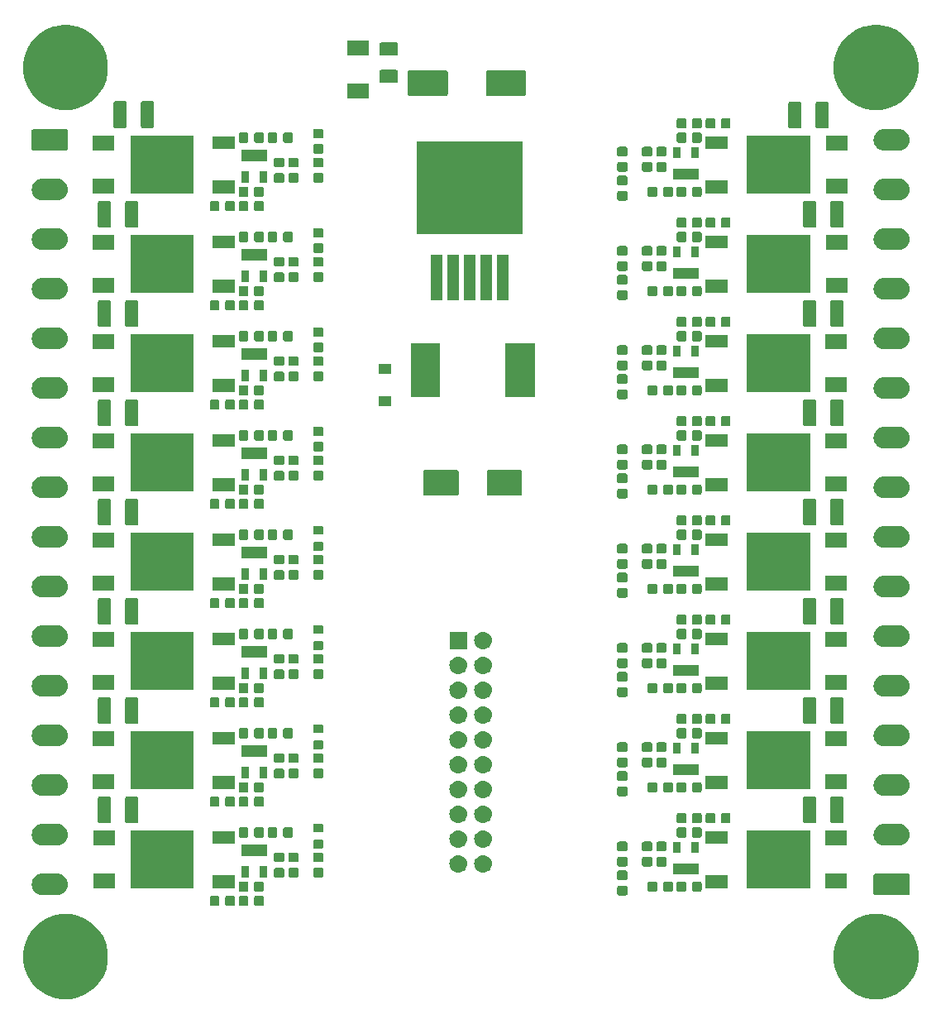
<source format=gbr>
G04 #@! TF.GenerationSoftware,KiCad,Pcbnew,(5.1.0)-1*
G04 #@! TF.CreationDate,2021-06-26T10:28:43+02:00*
G04 #@! TF.ProjectId,Magnetsteuerung_v2.2,4d61676e-6574-4737-9465-756572756e67,rev?*
G04 #@! TF.SameCoordinates,Original*
G04 #@! TF.FileFunction,Soldermask,Top*
G04 #@! TF.FilePolarity,Negative*
%FSLAX46Y46*%
G04 Gerber Fmt 4.6, Leading zero omitted, Abs format (unit mm)*
G04 Created by KiCad (PCBNEW (5.1.0)-1) date 2021-06-26 10:28:43*
%MOMM*%
%LPD*%
G04 APERTURE LIST*
%ADD10C,0.100000*%
G04 APERTURE END LIST*
D10*
G36*
X177048156Y-122172794D02*
G01*
X177769140Y-122316206D01*
X178560972Y-122644193D01*
X179273601Y-123120357D01*
X179879643Y-123726399D01*
X180355807Y-124439028D01*
X180683794Y-125230860D01*
X180851000Y-126071464D01*
X180851000Y-126928536D01*
X180683794Y-127769140D01*
X180355807Y-128560972D01*
X179879643Y-129273601D01*
X179273601Y-129879643D01*
X178560972Y-130355807D01*
X177769140Y-130683794D01*
X177048156Y-130827206D01*
X176928537Y-130851000D01*
X176071463Y-130851000D01*
X175951844Y-130827206D01*
X175230860Y-130683794D01*
X174439028Y-130355807D01*
X173726399Y-129879643D01*
X173120357Y-129273601D01*
X172644193Y-128560972D01*
X172316206Y-127769140D01*
X172149000Y-126928536D01*
X172149000Y-126071464D01*
X172316206Y-125230860D01*
X172644193Y-124439028D01*
X173120357Y-123726399D01*
X173726399Y-123120357D01*
X174439028Y-122644193D01*
X175230860Y-122316206D01*
X175951844Y-122172794D01*
X176071463Y-122149000D01*
X176928537Y-122149000D01*
X177048156Y-122172794D01*
X177048156Y-122172794D01*
G37*
G36*
X94048156Y-122172794D02*
G01*
X94769140Y-122316206D01*
X95560972Y-122644193D01*
X96273601Y-123120357D01*
X96879643Y-123726399D01*
X97355807Y-124439028D01*
X97683794Y-125230860D01*
X97851000Y-126071464D01*
X97851000Y-126928536D01*
X97683794Y-127769140D01*
X97355807Y-128560972D01*
X96879643Y-129273601D01*
X96273601Y-129879643D01*
X95560972Y-130355807D01*
X94769140Y-130683794D01*
X94048156Y-130827206D01*
X93928537Y-130851000D01*
X93071463Y-130851000D01*
X92951844Y-130827206D01*
X92230860Y-130683794D01*
X91439028Y-130355807D01*
X90726399Y-129879643D01*
X90120357Y-129273601D01*
X89644193Y-128560972D01*
X89316206Y-127769140D01*
X89149000Y-126928536D01*
X89149000Y-126071464D01*
X89316206Y-125230860D01*
X89644193Y-124439028D01*
X90120357Y-123726399D01*
X90726399Y-123120357D01*
X91439028Y-122644193D01*
X92230860Y-122316206D01*
X92951844Y-122172794D01*
X93071463Y-122149000D01*
X93928537Y-122149000D01*
X94048156Y-122172794D01*
X94048156Y-122172794D01*
G37*
G36*
X109124591Y-120268085D02*
G01*
X109158569Y-120278393D01*
X109189890Y-120295134D01*
X109217339Y-120317661D01*
X109239866Y-120345110D01*
X109256607Y-120376431D01*
X109266915Y-120410409D01*
X109271000Y-120451890D01*
X109271000Y-121128110D01*
X109266915Y-121169591D01*
X109256607Y-121203569D01*
X109239866Y-121234890D01*
X109217339Y-121262339D01*
X109189890Y-121284866D01*
X109158569Y-121301607D01*
X109124591Y-121311915D01*
X109083110Y-121316000D01*
X108481890Y-121316000D01*
X108440409Y-121311915D01*
X108406431Y-121301607D01*
X108375110Y-121284866D01*
X108347661Y-121262339D01*
X108325134Y-121234890D01*
X108308393Y-121203569D01*
X108298085Y-121169591D01*
X108294000Y-121128110D01*
X108294000Y-120451890D01*
X108298085Y-120410409D01*
X108308393Y-120376431D01*
X108325134Y-120345110D01*
X108347661Y-120317661D01*
X108375110Y-120295134D01*
X108406431Y-120278393D01*
X108440409Y-120268085D01*
X108481890Y-120264000D01*
X109083110Y-120264000D01*
X109124591Y-120268085D01*
X109124591Y-120268085D01*
G37*
G36*
X112084591Y-120268085D02*
G01*
X112118569Y-120278393D01*
X112149890Y-120295134D01*
X112177339Y-120317661D01*
X112199866Y-120345110D01*
X112216607Y-120376431D01*
X112226915Y-120410409D01*
X112231000Y-120451890D01*
X112231000Y-121128110D01*
X112226915Y-121169591D01*
X112216607Y-121203569D01*
X112199866Y-121234890D01*
X112177339Y-121262339D01*
X112149890Y-121284866D01*
X112118569Y-121301607D01*
X112084591Y-121311915D01*
X112043110Y-121316000D01*
X111441890Y-121316000D01*
X111400409Y-121311915D01*
X111366431Y-121301607D01*
X111335110Y-121284866D01*
X111307661Y-121262339D01*
X111285134Y-121234890D01*
X111268393Y-121203569D01*
X111258085Y-121169591D01*
X111254000Y-121128110D01*
X111254000Y-120451890D01*
X111258085Y-120410409D01*
X111268393Y-120376431D01*
X111285134Y-120345110D01*
X111307661Y-120317661D01*
X111335110Y-120295134D01*
X111366431Y-120278393D01*
X111400409Y-120268085D01*
X111441890Y-120264000D01*
X112043110Y-120264000D01*
X112084591Y-120268085D01*
X112084591Y-120268085D01*
G37*
G36*
X110699591Y-120268085D02*
G01*
X110733569Y-120278393D01*
X110764890Y-120295134D01*
X110792339Y-120317661D01*
X110814866Y-120345110D01*
X110831607Y-120376431D01*
X110841915Y-120410409D01*
X110846000Y-120451890D01*
X110846000Y-121128110D01*
X110841915Y-121169591D01*
X110831607Y-121203569D01*
X110814866Y-121234890D01*
X110792339Y-121262339D01*
X110764890Y-121284866D01*
X110733569Y-121301607D01*
X110699591Y-121311915D01*
X110658110Y-121316000D01*
X110056890Y-121316000D01*
X110015409Y-121311915D01*
X109981431Y-121301607D01*
X109950110Y-121284866D01*
X109922661Y-121262339D01*
X109900134Y-121234890D01*
X109883393Y-121203569D01*
X109873085Y-121169591D01*
X109869000Y-121128110D01*
X109869000Y-120451890D01*
X109873085Y-120410409D01*
X109883393Y-120376431D01*
X109900134Y-120345110D01*
X109922661Y-120317661D01*
X109950110Y-120295134D01*
X109981431Y-120278393D01*
X110015409Y-120268085D01*
X110056890Y-120264000D01*
X110658110Y-120264000D01*
X110699591Y-120268085D01*
X110699591Y-120268085D01*
G37*
G36*
X113659591Y-120268085D02*
G01*
X113693569Y-120278393D01*
X113724890Y-120295134D01*
X113752339Y-120317661D01*
X113774866Y-120345110D01*
X113791607Y-120376431D01*
X113801915Y-120410409D01*
X113806000Y-120451890D01*
X113806000Y-121128110D01*
X113801915Y-121169591D01*
X113791607Y-121203569D01*
X113774866Y-121234890D01*
X113752339Y-121262339D01*
X113724890Y-121284866D01*
X113693569Y-121301607D01*
X113659591Y-121311915D01*
X113618110Y-121316000D01*
X113016890Y-121316000D01*
X112975409Y-121311915D01*
X112941431Y-121301607D01*
X112910110Y-121284866D01*
X112882661Y-121262339D01*
X112860134Y-121234890D01*
X112843393Y-121203569D01*
X112833085Y-121169591D01*
X112829000Y-121128110D01*
X112829000Y-120451890D01*
X112833085Y-120410409D01*
X112843393Y-120376431D01*
X112860134Y-120345110D01*
X112882661Y-120317661D01*
X112910110Y-120295134D01*
X112941431Y-120278393D01*
X112975409Y-120268085D01*
X113016890Y-120264000D01*
X113618110Y-120264000D01*
X113659591Y-120268085D01*
X113659591Y-120268085D01*
G37*
G36*
X150899591Y-119263085D02*
G01*
X150933569Y-119273393D01*
X150964890Y-119290134D01*
X150992339Y-119312661D01*
X151014866Y-119340110D01*
X151031607Y-119371431D01*
X151041915Y-119405409D01*
X151046000Y-119446890D01*
X151046000Y-120048110D01*
X151041915Y-120089591D01*
X151031607Y-120123569D01*
X151014866Y-120154890D01*
X150992339Y-120182339D01*
X150964890Y-120204866D01*
X150933569Y-120221607D01*
X150899591Y-120231915D01*
X150858110Y-120236000D01*
X150181890Y-120236000D01*
X150140409Y-120231915D01*
X150106431Y-120221607D01*
X150075110Y-120204866D01*
X150047661Y-120182339D01*
X150025134Y-120154890D01*
X150008393Y-120123569D01*
X149998085Y-120089591D01*
X149994000Y-120048110D01*
X149994000Y-119446890D01*
X149998085Y-119405409D01*
X150008393Y-119371431D01*
X150025134Y-119340110D01*
X150047661Y-119312661D01*
X150075110Y-119290134D01*
X150106431Y-119273393D01*
X150140409Y-119263085D01*
X150181890Y-119259000D01*
X150858110Y-119259000D01*
X150899591Y-119263085D01*
X150899591Y-119263085D01*
G37*
G36*
X92873871Y-118024786D02*
G01*
X92984780Y-118058430D01*
X93075054Y-118085814D01*
X93079530Y-118087172D01*
X93269055Y-118188475D01*
X93269058Y-118188477D01*
X93269059Y-118188478D01*
X93435186Y-118324814D01*
X93571522Y-118490941D01*
X93571525Y-118490945D01*
X93672828Y-118680470D01*
X93735214Y-118886129D01*
X93756278Y-119100000D01*
X93735214Y-119313871D01*
X93727254Y-119340110D01*
X93677767Y-119503250D01*
X93672828Y-119519530D01*
X93571525Y-119709055D01*
X93571523Y-119709058D01*
X93571522Y-119709059D01*
X93435186Y-119875186D01*
X93307583Y-119979906D01*
X93269055Y-120011525D01*
X93079530Y-120112828D01*
X93079527Y-120112829D01*
X93068058Y-120116308D01*
X92873871Y-120175214D01*
X92713591Y-120191000D01*
X91086409Y-120191000D01*
X90926129Y-120175214D01*
X90731942Y-120116308D01*
X90720473Y-120112829D01*
X90720470Y-120112828D01*
X90530945Y-120011525D01*
X90492417Y-119979906D01*
X90364814Y-119875186D01*
X90228478Y-119709059D01*
X90228477Y-119709058D01*
X90228475Y-119709055D01*
X90127172Y-119519530D01*
X90122234Y-119503250D01*
X90072746Y-119340110D01*
X90064786Y-119313871D01*
X90043722Y-119100000D01*
X90064786Y-118886129D01*
X90127172Y-118680470D01*
X90228475Y-118490945D01*
X90228478Y-118490941D01*
X90364814Y-118324814D01*
X90530941Y-118188478D01*
X90530942Y-118188477D01*
X90530945Y-118188475D01*
X90720470Y-118087172D01*
X90724947Y-118085814D01*
X90815220Y-118058430D01*
X90926129Y-118024786D01*
X91086409Y-118009000D01*
X92713591Y-118009000D01*
X92873871Y-118024786D01*
X92873871Y-118024786D01*
G37*
G36*
X179816217Y-118012808D02*
G01*
X179847489Y-118022294D01*
X179876308Y-118037698D01*
X179901570Y-118058430D01*
X179922302Y-118083692D01*
X179937706Y-118112511D01*
X179947192Y-118143783D01*
X179951000Y-118182448D01*
X179951000Y-120017552D01*
X179947192Y-120056217D01*
X179937706Y-120087489D01*
X179922302Y-120116308D01*
X179901570Y-120141570D01*
X179876308Y-120162302D01*
X179847489Y-120177706D01*
X179816217Y-120187192D01*
X179777552Y-120191000D01*
X176422448Y-120191000D01*
X176383783Y-120187192D01*
X176352511Y-120177706D01*
X176323692Y-120162302D01*
X176298430Y-120141570D01*
X176277698Y-120116308D01*
X176262294Y-120087489D01*
X176252808Y-120056217D01*
X176249000Y-120017552D01*
X176249000Y-118182448D01*
X176252808Y-118143783D01*
X176262294Y-118112511D01*
X176277698Y-118083692D01*
X176298430Y-118058430D01*
X176323692Y-118037698D01*
X176352511Y-118022294D01*
X176383783Y-118012808D01*
X176422448Y-118009000D01*
X179777552Y-118009000D01*
X179816217Y-118012808D01*
X179816217Y-118012808D01*
G37*
G36*
X112084591Y-118808085D02*
G01*
X112118569Y-118818393D01*
X112149890Y-118835134D01*
X112177339Y-118857661D01*
X112199866Y-118885110D01*
X112216607Y-118916431D01*
X112226915Y-118950409D01*
X112231000Y-118991890D01*
X112231000Y-119668110D01*
X112226915Y-119709591D01*
X112216607Y-119743569D01*
X112199866Y-119774890D01*
X112177339Y-119802339D01*
X112149890Y-119824866D01*
X112118569Y-119841607D01*
X112084591Y-119851915D01*
X112043110Y-119856000D01*
X111441890Y-119856000D01*
X111400409Y-119851915D01*
X111366431Y-119841607D01*
X111335110Y-119824866D01*
X111307661Y-119802339D01*
X111285134Y-119774890D01*
X111268393Y-119743569D01*
X111258085Y-119709591D01*
X111254000Y-119668110D01*
X111254000Y-118991890D01*
X111258085Y-118950409D01*
X111268393Y-118916431D01*
X111285134Y-118885110D01*
X111307661Y-118857661D01*
X111335110Y-118835134D01*
X111366431Y-118818393D01*
X111400409Y-118808085D01*
X111441890Y-118804000D01*
X112043110Y-118804000D01*
X112084591Y-118808085D01*
X112084591Y-118808085D01*
G37*
G36*
X113659591Y-118808085D02*
G01*
X113693569Y-118818393D01*
X113724890Y-118835134D01*
X113752339Y-118857661D01*
X113774866Y-118885110D01*
X113791607Y-118916431D01*
X113801915Y-118950409D01*
X113806000Y-118991890D01*
X113806000Y-119668110D01*
X113801915Y-119709591D01*
X113791607Y-119743569D01*
X113774866Y-119774890D01*
X113752339Y-119802339D01*
X113724890Y-119824866D01*
X113693569Y-119841607D01*
X113659591Y-119851915D01*
X113618110Y-119856000D01*
X113016890Y-119856000D01*
X112975409Y-119851915D01*
X112941431Y-119841607D01*
X112910110Y-119824866D01*
X112882661Y-119802339D01*
X112860134Y-119774890D01*
X112843393Y-119743569D01*
X112833085Y-119709591D01*
X112829000Y-119668110D01*
X112829000Y-118991890D01*
X112833085Y-118950409D01*
X112843393Y-118916431D01*
X112860134Y-118885110D01*
X112882661Y-118857661D01*
X112910110Y-118835134D01*
X112941431Y-118818393D01*
X112975409Y-118808085D01*
X113016890Y-118804000D01*
X113618110Y-118804000D01*
X113659591Y-118808085D01*
X113659591Y-118808085D01*
G37*
G36*
X156924591Y-118808085D02*
G01*
X156958569Y-118818393D01*
X156989890Y-118835134D01*
X157017339Y-118857661D01*
X157039866Y-118885110D01*
X157056607Y-118916431D01*
X157066915Y-118950409D01*
X157071000Y-118991890D01*
X157071000Y-119668110D01*
X157066915Y-119709591D01*
X157056607Y-119743569D01*
X157039866Y-119774890D01*
X157017339Y-119802339D01*
X156989890Y-119824866D01*
X156958569Y-119841607D01*
X156924591Y-119851915D01*
X156883110Y-119856000D01*
X156281890Y-119856000D01*
X156240409Y-119851915D01*
X156206431Y-119841607D01*
X156175110Y-119824866D01*
X156147661Y-119802339D01*
X156125134Y-119774890D01*
X156108393Y-119743569D01*
X156098085Y-119709591D01*
X156094000Y-119668110D01*
X156094000Y-118991890D01*
X156098085Y-118950409D01*
X156108393Y-118916431D01*
X156125134Y-118885110D01*
X156147661Y-118857661D01*
X156175110Y-118835134D01*
X156206431Y-118818393D01*
X156240409Y-118808085D01*
X156281890Y-118804000D01*
X156883110Y-118804000D01*
X156924591Y-118808085D01*
X156924591Y-118808085D01*
G37*
G36*
X155539591Y-118808085D02*
G01*
X155573569Y-118818393D01*
X155604890Y-118835134D01*
X155632339Y-118857661D01*
X155654866Y-118885110D01*
X155671607Y-118916431D01*
X155681915Y-118950409D01*
X155686000Y-118991890D01*
X155686000Y-119668110D01*
X155681915Y-119709591D01*
X155671607Y-119743569D01*
X155654866Y-119774890D01*
X155632339Y-119802339D01*
X155604890Y-119824866D01*
X155573569Y-119841607D01*
X155539591Y-119851915D01*
X155498110Y-119856000D01*
X154896890Y-119856000D01*
X154855409Y-119851915D01*
X154821431Y-119841607D01*
X154790110Y-119824866D01*
X154762661Y-119802339D01*
X154740134Y-119774890D01*
X154723393Y-119743569D01*
X154713085Y-119709591D01*
X154709000Y-119668110D01*
X154709000Y-118991890D01*
X154713085Y-118950409D01*
X154723393Y-118916431D01*
X154740134Y-118885110D01*
X154762661Y-118857661D01*
X154790110Y-118835134D01*
X154821431Y-118818393D01*
X154855409Y-118808085D01*
X154896890Y-118804000D01*
X155498110Y-118804000D01*
X155539591Y-118808085D01*
X155539591Y-118808085D01*
G37*
G36*
X158499591Y-118808085D02*
G01*
X158533569Y-118818393D01*
X158564890Y-118835134D01*
X158592339Y-118857661D01*
X158614866Y-118885110D01*
X158631607Y-118916431D01*
X158641915Y-118950409D01*
X158646000Y-118991890D01*
X158646000Y-119668110D01*
X158641915Y-119709591D01*
X158631607Y-119743569D01*
X158614866Y-119774890D01*
X158592339Y-119802339D01*
X158564890Y-119824866D01*
X158533569Y-119841607D01*
X158499591Y-119851915D01*
X158458110Y-119856000D01*
X157856890Y-119856000D01*
X157815409Y-119851915D01*
X157781431Y-119841607D01*
X157750110Y-119824866D01*
X157722661Y-119802339D01*
X157700134Y-119774890D01*
X157683393Y-119743569D01*
X157673085Y-119709591D01*
X157669000Y-119668110D01*
X157669000Y-118991890D01*
X157673085Y-118950409D01*
X157683393Y-118916431D01*
X157700134Y-118885110D01*
X157722661Y-118857661D01*
X157750110Y-118835134D01*
X157781431Y-118818393D01*
X157815409Y-118808085D01*
X157856890Y-118804000D01*
X158458110Y-118804000D01*
X158499591Y-118808085D01*
X158499591Y-118808085D01*
G37*
G36*
X153964591Y-118808085D02*
G01*
X153998569Y-118818393D01*
X154029890Y-118835134D01*
X154057339Y-118857661D01*
X154079866Y-118885110D01*
X154096607Y-118916431D01*
X154106915Y-118950409D01*
X154111000Y-118991890D01*
X154111000Y-119668110D01*
X154106915Y-119709591D01*
X154096607Y-119743569D01*
X154079866Y-119774890D01*
X154057339Y-119802339D01*
X154029890Y-119824866D01*
X153998569Y-119841607D01*
X153964591Y-119851915D01*
X153923110Y-119856000D01*
X153321890Y-119856000D01*
X153280409Y-119851915D01*
X153246431Y-119841607D01*
X153215110Y-119824866D01*
X153187661Y-119802339D01*
X153165134Y-119774890D01*
X153148393Y-119743569D01*
X153138085Y-119709591D01*
X153134000Y-119668110D01*
X153134000Y-118991890D01*
X153138085Y-118950409D01*
X153148393Y-118916431D01*
X153165134Y-118885110D01*
X153187661Y-118857661D01*
X153215110Y-118835134D01*
X153246431Y-118818393D01*
X153280409Y-118808085D01*
X153321890Y-118804000D01*
X153923110Y-118804000D01*
X153964591Y-118808085D01*
X153964591Y-118808085D01*
G37*
G36*
X169751000Y-119511000D02*
G01*
X163249000Y-119511000D01*
X163249000Y-113609000D01*
X169751000Y-113609000D01*
X169751000Y-119511000D01*
X169751000Y-119511000D01*
G37*
G36*
X106651000Y-119511000D02*
G01*
X100149000Y-119511000D01*
X100149000Y-113609000D01*
X106651000Y-113609000D01*
X106651000Y-119511000D01*
X106651000Y-119511000D01*
G37*
G36*
X173501000Y-119511000D02*
G01*
X171299000Y-119511000D01*
X171299000Y-118009000D01*
X173501000Y-118009000D01*
X173501000Y-119511000D01*
X173501000Y-119511000D01*
G37*
G36*
X98601000Y-119511000D02*
G01*
X96399000Y-119511000D01*
X96399000Y-118009000D01*
X98601000Y-118009000D01*
X98601000Y-119511000D01*
X98601000Y-119511000D01*
G37*
G36*
X161351000Y-119491000D02*
G01*
X159049000Y-119491000D01*
X159049000Y-118189000D01*
X161351000Y-118189000D01*
X161351000Y-119491000D01*
X161351000Y-119491000D01*
G37*
G36*
X110851000Y-119491000D02*
G01*
X108549000Y-119491000D01*
X108549000Y-118189000D01*
X110851000Y-118189000D01*
X110851000Y-119491000D01*
X110851000Y-119491000D01*
G37*
G36*
X150899591Y-117688085D02*
G01*
X150933569Y-117698393D01*
X150964890Y-117715134D01*
X150992339Y-117737661D01*
X151014866Y-117765110D01*
X151031607Y-117796431D01*
X151041915Y-117830409D01*
X151046000Y-117871890D01*
X151046000Y-118473110D01*
X151041915Y-118514591D01*
X151031607Y-118548569D01*
X151014866Y-118579890D01*
X150992339Y-118607339D01*
X150964890Y-118629866D01*
X150933569Y-118646607D01*
X150899591Y-118656915D01*
X150858110Y-118661000D01*
X150181890Y-118661000D01*
X150140409Y-118656915D01*
X150106431Y-118646607D01*
X150075110Y-118629866D01*
X150047661Y-118607339D01*
X150025134Y-118579890D01*
X150008393Y-118548569D01*
X149998085Y-118514591D01*
X149994000Y-118473110D01*
X149994000Y-117871890D01*
X149998085Y-117830409D01*
X150008393Y-117796431D01*
X150025134Y-117765110D01*
X150047661Y-117737661D01*
X150075110Y-117715134D01*
X150106431Y-117698393D01*
X150140409Y-117688085D01*
X150181890Y-117684000D01*
X150858110Y-117684000D01*
X150899591Y-117688085D01*
X150899591Y-117688085D01*
G37*
G36*
X115759591Y-117423085D02*
G01*
X115793569Y-117433393D01*
X115824890Y-117450134D01*
X115852339Y-117472661D01*
X115874866Y-117500110D01*
X115891607Y-117531431D01*
X115901915Y-117565409D01*
X115906000Y-117606890D01*
X115906000Y-118208110D01*
X115901915Y-118249591D01*
X115891607Y-118283569D01*
X115874866Y-118314890D01*
X115852339Y-118342339D01*
X115824890Y-118364866D01*
X115793569Y-118381607D01*
X115759591Y-118391915D01*
X115718110Y-118396000D01*
X115041890Y-118396000D01*
X115000409Y-118391915D01*
X114966431Y-118381607D01*
X114935110Y-118364866D01*
X114907661Y-118342339D01*
X114885134Y-118314890D01*
X114868393Y-118283569D01*
X114858085Y-118249591D01*
X114854000Y-118208110D01*
X114854000Y-117606890D01*
X114858085Y-117565409D01*
X114868393Y-117531431D01*
X114885134Y-117500110D01*
X114907661Y-117472661D01*
X114935110Y-117450134D01*
X114966431Y-117433393D01*
X115000409Y-117423085D01*
X115041890Y-117419000D01*
X115718110Y-117419000D01*
X115759591Y-117423085D01*
X115759591Y-117423085D01*
G37*
G36*
X117219591Y-117423085D02*
G01*
X117253569Y-117433393D01*
X117284890Y-117450134D01*
X117312339Y-117472661D01*
X117334866Y-117500110D01*
X117351607Y-117531431D01*
X117361915Y-117565409D01*
X117366000Y-117606890D01*
X117366000Y-118208110D01*
X117361915Y-118249591D01*
X117351607Y-118283569D01*
X117334866Y-118314890D01*
X117312339Y-118342339D01*
X117284890Y-118364866D01*
X117253569Y-118381607D01*
X117219591Y-118391915D01*
X117178110Y-118396000D01*
X116501890Y-118396000D01*
X116460409Y-118391915D01*
X116426431Y-118381607D01*
X116395110Y-118364866D01*
X116367661Y-118342339D01*
X116345134Y-118314890D01*
X116328393Y-118283569D01*
X116318085Y-118249591D01*
X116314000Y-118208110D01*
X116314000Y-117606890D01*
X116318085Y-117565409D01*
X116328393Y-117531431D01*
X116345134Y-117500110D01*
X116367661Y-117472661D01*
X116395110Y-117450134D01*
X116426431Y-117433393D01*
X116460409Y-117423085D01*
X116501890Y-117419000D01*
X117178110Y-117419000D01*
X117219591Y-117423085D01*
X117219591Y-117423085D01*
G37*
G36*
X119759591Y-117423085D02*
G01*
X119793569Y-117433393D01*
X119824890Y-117450134D01*
X119852339Y-117472661D01*
X119874866Y-117500110D01*
X119891607Y-117531431D01*
X119901915Y-117565409D01*
X119906000Y-117606890D01*
X119906000Y-118208110D01*
X119901915Y-118249591D01*
X119891607Y-118283569D01*
X119874866Y-118314890D01*
X119852339Y-118342339D01*
X119824890Y-118364866D01*
X119793569Y-118381607D01*
X119759591Y-118391915D01*
X119718110Y-118396000D01*
X119041890Y-118396000D01*
X119000409Y-118391915D01*
X118966431Y-118381607D01*
X118935110Y-118364866D01*
X118907661Y-118342339D01*
X118885134Y-118314890D01*
X118868393Y-118283569D01*
X118858085Y-118249591D01*
X118854000Y-118208110D01*
X118854000Y-117606890D01*
X118858085Y-117565409D01*
X118868393Y-117531431D01*
X118885134Y-117500110D01*
X118907661Y-117472661D01*
X118935110Y-117450134D01*
X118966431Y-117433393D01*
X119000409Y-117423085D01*
X119041890Y-117419000D01*
X119718110Y-117419000D01*
X119759591Y-117423085D01*
X119759591Y-117423085D01*
G37*
G36*
X114176000Y-118381000D02*
G01*
X113424000Y-118381000D01*
X113424000Y-117219000D01*
X114176000Y-117219000D01*
X114176000Y-118381000D01*
X114176000Y-118381000D01*
G37*
G36*
X112276000Y-118381000D02*
G01*
X111524000Y-118381000D01*
X111524000Y-117219000D01*
X112276000Y-117219000D01*
X112276000Y-118381000D01*
X112276000Y-118381000D01*
G37*
G36*
X158376000Y-118101000D02*
G01*
X155724000Y-118101000D01*
X155724000Y-116939000D01*
X158376000Y-116939000D01*
X158376000Y-118101000D01*
X158376000Y-118101000D01*
G37*
G36*
X133835443Y-116110519D02*
G01*
X133901627Y-116117037D01*
X134071466Y-116168557D01*
X134227991Y-116252222D01*
X134263729Y-116281552D01*
X134365186Y-116364814D01*
X134448448Y-116466271D01*
X134477778Y-116502009D01*
X134477779Y-116502011D01*
X134547854Y-116633110D01*
X134561443Y-116658534D01*
X134612963Y-116828373D01*
X134630359Y-117005000D01*
X134612963Y-117181627D01*
X134561443Y-117351466D01*
X134477778Y-117507991D01*
X134458541Y-117531431D01*
X134365186Y-117645186D01*
X134267731Y-117725164D01*
X134227991Y-117757778D01*
X134071466Y-117841443D01*
X133901627Y-117892963D01*
X133835443Y-117899481D01*
X133769260Y-117906000D01*
X133680740Y-117906000D01*
X133614557Y-117899481D01*
X133548373Y-117892963D01*
X133378534Y-117841443D01*
X133222009Y-117757778D01*
X133182269Y-117725164D01*
X133084814Y-117645186D01*
X132991459Y-117531431D01*
X132972222Y-117507991D01*
X132888557Y-117351466D01*
X132837037Y-117181627D01*
X132819641Y-117005000D01*
X132837037Y-116828373D01*
X132888557Y-116658534D01*
X132902147Y-116633110D01*
X132972221Y-116502011D01*
X132972222Y-116502009D01*
X133001552Y-116466271D01*
X133084814Y-116364814D01*
X133186271Y-116281552D01*
X133222009Y-116252222D01*
X133378534Y-116168557D01*
X133548373Y-116117037D01*
X133614557Y-116110519D01*
X133680740Y-116104000D01*
X133769260Y-116104000D01*
X133835443Y-116110519D01*
X133835443Y-116110519D01*
G37*
G36*
X136375443Y-116110519D02*
G01*
X136441627Y-116117037D01*
X136611466Y-116168557D01*
X136767991Y-116252222D01*
X136803729Y-116281552D01*
X136905186Y-116364814D01*
X136988448Y-116466271D01*
X137017778Y-116502009D01*
X137017779Y-116502011D01*
X137087854Y-116633110D01*
X137101443Y-116658534D01*
X137152963Y-116828373D01*
X137170359Y-117005000D01*
X137152963Y-117181627D01*
X137101443Y-117351466D01*
X137017778Y-117507991D01*
X136998541Y-117531431D01*
X136905186Y-117645186D01*
X136807731Y-117725164D01*
X136767991Y-117757778D01*
X136611466Y-117841443D01*
X136441627Y-117892963D01*
X136375443Y-117899481D01*
X136309260Y-117906000D01*
X136220740Y-117906000D01*
X136154557Y-117899481D01*
X136088373Y-117892963D01*
X135918534Y-117841443D01*
X135762009Y-117757778D01*
X135722269Y-117725164D01*
X135624814Y-117645186D01*
X135531459Y-117531431D01*
X135512222Y-117507991D01*
X135428557Y-117351466D01*
X135377037Y-117181627D01*
X135359641Y-117005000D01*
X135377037Y-116828373D01*
X135428557Y-116658534D01*
X135442147Y-116633110D01*
X135512221Y-116502011D01*
X135512222Y-116502009D01*
X135541552Y-116466271D01*
X135624814Y-116364814D01*
X135726271Y-116281552D01*
X135762009Y-116252222D01*
X135918534Y-116168557D01*
X136088373Y-116117037D01*
X136154557Y-116110519D01*
X136220740Y-116104000D01*
X136309260Y-116104000D01*
X136375443Y-116110519D01*
X136375443Y-116110519D01*
G37*
G36*
X153439591Y-116303085D02*
G01*
X153473569Y-116313393D01*
X153504890Y-116330134D01*
X153532339Y-116352661D01*
X153554866Y-116380110D01*
X153571607Y-116411431D01*
X153581915Y-116445409D01*
X153586000Y-116486890D01*
X153586000Y-117088110D01*
X153581915Y-117129591D01*
X153571607Y-117163569D01*
X153554866Y-117194890D01*
X153532339Y-117222339D01*
X153504890Y-117244866D01*
X153473569Y-117261607D01*
X153439591Y-117271915D01*
X153398110Y-117276000D01*
X152721890Y-117276000D01*
X152680409Y-117271915D01*
X152646431Y-117261607D01*
X152615110Y-117244866D01*
X152587661Y-117222339D01*
X152565134Y-117194890D01*
X152548393Y-117163569D01*
X152538085Y-117129591D01*
X152534000Y-117088110D01*
X152534000Y-116486890D01*
X152538085Y-116445409D01*
X152548393Y-116411431D01*
X152565134Y-116380110D01*
X152587661Y-116352661D01*
X152615110Y-116330134D01*
X152646431Y-116313393D01*
X152680409Y-116303085D01*
X152721890Y-116299000D01*
X153398110Y-116299000D01*
X153439591Y-116303085D01*
X153439591Y-116303085D01*
G37*
G36*
X150899591Y-116303085D02*
G01*
X150933569Y-116313393D01*
X150964890Y-116330134D01*
X150992339Y-116352661D01*
X151014866Y-116380110D01*
X151031607Y-116411431D01*
X151041915Y-116445409D01*
X151046000Y-116486890D01*
X151046000Y-117088110D01*
X151041915Y-117129591D01*
X151031607Y-117163569D01*
X151014866Y-117194890D01*
X150992339Y-117222339D01*
X150964890Y-117244866D01*
X150933569Y-117261607D01*
X150899591Y-117271915D01*
X150858110Y-117276000D01*
X150181890Y-117276000D01*
X150140409Y-117271915D01*
X150106431Y-117261607D01*
X150075110Y-117244866D01*
X150047661Y-117222339D01*
X150025134Y-117194890D01*
X150008393Y-117163569D01*
X149998085Y-117129591D01*
X149994000Y-117088110D01*
X149994000Y-116486890D01*
X149998085Y-116445409D01*
X150008393Y-116411431D01*
X150025134Y-116380110D01*
X150047661Y-116352661D01*
X150075110Y-116330134D01*
X150106431Y-116313393D01*
X150140409Y-116303085D01*
X150181890Y-116299000D01*
X150858110Y-116299000D01*
X150899591Y-116303085D01*
X150899591Y-116303085D01*
G37*
G36*
X154899591Y-116303085D02*
G01*
X154933569Y-116313393D01*
X154964890Y-116330134D01*
X154992339Y-116352661D01*
X155014866Y-116380110D01*
X155031607Y-116411431D01*
X155041915Y-116445409D01*
X155046000Y-116486890D01*
X155046000Y-117088110D01*
X155041915Y-117129591D01*
X155031607Y-117163569D01*
X155014866Y-117194890D01*
X154992339Y-117222339D01*
X154964890Y-117244866D01*
X154933569Y-117261607D01*
X154899591Y-117271915D01*
X154858110Y-117276000D01*
X154181890Y-117276000D01*
X154140409Y-117271915D01*
X154106431Y-117261607D01*
X154075110Y-117244866D01*
X154047661Y-117222339D01*
X154025134Y-117194890D01*
X154008393Y-117163569D01*
X153998085Y-117129591D01*
X153994000Y-117088110D01*
X153994000Y-116486890D01*
X153998085Y-116445409D01*
X154008393Y-116411431D01*
X154025134Y-116380110D01*
X154047661Y-116352661D01*
X154075110Y-116330134D01*
X154106431Y-116313393D01*
X154140409Y-116303085D01*
X154181890Y-116299000D01*
X154858110Y-116299000D01*
X154899591Y-116303085D01*
X154899591Y-116303085D01*
G37*
G36*
X115759591Y-115848085D02*
G01*
X115793569Y-115858393D01*
X115824890Y-115875134D01*
X115852339Y-115897661D01*
X115874866Y-115925110D01*
X115891607Y-115956431D01*
X115901915Y-115990409D01*
X115906000Y-116031890D01*
X115906000Y-116633110D01*
X115901915Y-116674591D01*
X115891607Y-116708569D01*
X115874866Y-116739890D01*
X115852339Y-116767339D01*
X115824890Y-116789866D01*
X115793569Y-116806607D01*
X115759591Y-116816915D01*
X115718110Y-116821000D01*
X115041890Y-116821000D01*
X115000409Y-116816915D01*
X114966431Y-116806607D01*
X114935110Y-116789866D01*
X114907661Y-116767339D01*
X114885134Y-116739890D01*
X114868393Y-116708569D01*
X114858085Y-116674591D01*
X114854000Y-116633110D01*
X114854000Y-116031890D01*
X114858085Y-115990409D01*
X114868393Y-115956431D01*
X114885134Y-115925110D01*
X114907661Y-115897661D01*
X114935110Y-115875134D01*
X114966431Y-115858393D01*
X115000409Y-115848085D01*
X115041890Y-115844000D01*
X115718110Y-115844000D01*
X115759591Y-115848085D01*
X115759591Y-115848085D01*
G37*
G36*
X117219591Y-115848085D02*
G01*
X117253569Y-115858393D01*
X117284890Y-115875134D01*
X117312339Y-115897661D01*
X117334866Y-115925110D01*
X117351607Y-115956431D01*
X117361915Y-115990409D01*
X117366000Y-116031890D01*
X117366000Y-116633110D01*
X117361915Y-116674591D01*
X117351607Y-116708569D01*
X117334866Y-116739890D01*
X117312339Y-116767339D01*
X117284890Y-116789866D01*
X117253569Y-116806607D01*
X117219591Y-116816915D01*
X117178110Y-116821000D01*
X116501890Y-116821000D01*
X116460409Y-116816915D01*
X116426431Y-116806607D01*
X116395110Y-116789866D01*
X116367661Y-116767339D01*
X116345134Y-116739890D01*
X116328393Y-116708569D01*
X116318085Y-116674591D01*
X116314000Y-116633110D01*
X116314000Y-116031890D01*
X116318085Y-115990409D01*
X116328393Y-115956431D01*
X116345134Y-115925110D01*
X116367661Y-115897661D01*
X116395110Y-115875134D01*
X116426431Y-115858393D01*
X116460409Y-115848085D01*
X116501890Y-115844000D01*
X117178110Y-115844000D01*
X117219591Y-115848085D01*
X117219591Y-115848085D01*
G37*
G36*
X119759591Y-115848085D02*
G01*
X119793569Y-115858393D01*
X119824890Y-115875134D01*
X119852339Y-115897661D01*
X119874866Y-115925110D01*
X119891607Y-115956431D01*
X119901915Y-115990409D01*
X119906000Y-116031890D01*
X119906000Y-116633110D01*
X119901915Y-116674591D01*
X119891607Y-116708569D01*
X119874866Y-116739890D01*
X119852339Y-116767339D01*
X119824890Y-116789866D01*
X119793569Y-116806607D01*
X119759591Y-116816915D01*
X119718110Y-116821000D01*
X119041890Y-116821000D01*
X119000409Y-116816915D01*
X118966431Y-116806607D01*
X118935110Y-116789866D01*
X118907661Y-116767339D01*
X118885134Y-116739890D01*
X118868393Y-116708569D01*
X118858085Y-116674591D01*
X118854000Y-116633110D01*
X118854000Y-116031890D01*
X118858085Y-115990409D01*
X118868393Y-115956431D01*
X118885134Y-115925110D01*
X118907661Y-115897661D01*
X118935110Y-115875134D01*
X118966431Y-115858393D01*
X119000409Y-115848085D01*
X119041890Y-115844000D01*
X119718110Y-115844000D01*
X119759591Y-115848085D01*
X119759591Y-115848085D01*
G37*
G36*
X114176000Y-116181000D02*
G01*
X111524000Y-116181000D01*
X111524000Y-115019000D01*
X114176000Y-115019000D01*
X114176000Y-116181000D01*
X114176000Y-116181000D01*
G37*
G36*
X156476000Y-115901000D02*
G01*
X155724000Y-115901000D01*
X155724000Y-114739000D01*
X156476000Y-114739000D01*
X156476000Y-115901000D01*
X156476000Y-115901000D01*
G37*
G36*
X158376000Y-115901000D02*
G01*
X157624000Y-115901000D01*
X157624000Y-114739000D01*
X158376000Y-114739000D01*
X158376000Y-115901000D01*
X158376000Y-115901000D01*
G37*
G36*
X150899591Y-114728085D02*
G01*
X150933569Y-114738393D01*
X150964890Y-114755134D01*
X150992339Y-114777661D01*
X151014866Y-114805110D01*
X151031607Y-114836431D01*
X151041915Y-114870409D01*
X151046000Y-114911890D01*
X151046000Y-115513110D01*
X151041915Y-115554591D01*
X151031607Y-115588569D01*
X151014866Y-115619890D01*
X150992339Y-115647339D01*
X150964890Y-115669866D01*
X150933569Y-115686607D01*
X150899591Y-115696915D01*
X150858110Y-115701000D01*
X150181890Y-115701000D01*
X150140409Y-115696915D01*
X150106431Y-115686607D01*
X150075110Y-115669866D01*
X150047661Y-115647339D01*
X150025134Y-115619890D01*
X150008393Y-115588569D01*
X149998085Y-115554591D01*
X149994000Y-115513110D01*
X149994000Y-114911890D01*
X149998085Y-114870409D01*
X150008393Y-114836431D01*
X150025134Y-114805110D01*
X150047661Y-114777661D01*
X150075110Y-114755134D01*
X150106431Y-114738393D01*
X150140409Y-114728085D01*
X150181890Y-114724000D01*
X150858110Y-114724000D01*
X150899591Y-114728085D01*
X150899591Y-114728085D01*
G37*
G36*
X154899591Y-114728085D02*
G01*
X154933569Y-114738393D01*
X154964890Y-114755134D01*
X154992339Y-114777661D01*
X155014866Y-114805110D01*
X155031607Y-114836431D01*
X155041915Y-114870409D01*
X155046000Y-114911890D01*
X155046000Y-115513110D01*
X155041915Y-115554591D01*
X155031607Y-115588569D01*
X155014866Y-115619890D01*
X154992339Y-115647339D01*
X154964890Y-115669866D01*
X154933569Y-115686607D01*
X154899591Y-115696915D01*
X154858110Y-115701000D01*
X154181890Y-115701000D01*
X154140409Y-115696915D01*
X154106431Y-115686607D01*
X154075110Y-115669866D01*
X154047661Y-115647339D01*
X154025134Y-115619890D01*
X154008393Y-115588569D01*
X153998085Y-115554591D01*
X153994000Y-115513110D01*
X153994000Y-114911890D01*
X153998085Y-114870409D01*
X154008393Y-114836431D01*
X154025134Y-114805110D01*
X154047661Y-114777661D01*
X154075110Y-114755134D01*
X154106431Y-114738393D01*
X154140409Y-114728085D01*
X154181890Y-114724000D01*
X154858110Y-114724000D01*
X154899591Y-114728085D01*
X154899591Y-114728085D01*
G37*
G36*
X153439591Y-114728085D02*
G01*
X153473569Y-114738393D01*
X153504890Y-114755134D01*
X153532339Y-114777661D01*
X153554866Y-114805110D01*
X153571607Y-114836431D01*
X153581915Y-114870409D01*
X153586000Y-114911890D01*
X153586000Y-115513110D01*
X153581915Y-115554591D01*
X153571607Y-115588569D01*
X153554866Y-115619890D01*
X153532339Y-115647339D01*
X153504890Y-115669866D01*
X153473569Y-115686607D01*
X153439591Y-115696915D01*
X153398110Y-115701000D01*
X152721890Y-115701000D01*
X152680409Y-115696915D01*
X152646431Y-115686607D01*
X152615110Y-115669866D01*
X152587661Y-115647339D01*
X152565134Y-115619890D01*
X152548393Y-115588569D01*
X152538085Y-115554591D01*
X152534000Y-115513110D01*
X152534000Y-114911890D01*
X152538085Y-114870409D01*
X152548393Y-114836431D01*
X152565134Y-114805110D01*
X152587661Y-114777661D01*
X152615110Y-114755134D01*
X152646431Y-114738393D01*
X152680409Y-114728085D01*
X152721890Y-114724000D01*
X153398110Y-114724000D01*
X153439591Y-114728085D01*
X153439591Y-114728085D01*
G37*
G36*
X119774683Y-114537725D02*
G01*
X119805143Y-114546966D01*
X119833223Y-114561974D01*
X119857831Y-114582169D01*
X119878026Y-114606777D01*
X119893034Y-114634857D01*
X119902275Y-114665317D01*
X119906000Y-114703140D01*
X119906000Y-115266860D01*
X119902275Y-115304683D01*
X119893034Y-115335143D01*
X119878026Y-115363223D01*
X119857831Y-115387831D01*
X119833223Y-115408026D01*
X119805143Y-115423034D01*
X119774683Y-115432275D01*
X119736860Y-115436000D01*
X119023140Y-115436000D01*
X118985317Y-115432275D01*
X118954857Y-115423034D01*
X118926777Y-115408026D01*
X118902169Y-115387831D01*
X118881974Y-115363223D01*
X118866966Y-115335143D01*
X118857725Y-115304683D01*
X118854000Y-115266860D01*
X118854000Y-114703140D01*
X118857725Y-114665317D01*
X118866966Y-114634857D01*
X118881974Y-114606777D01*
X118902169Y-114582169D01*
X118926777Y-114561974D01*
X118954857Y-114546966D01*
X118985317Y-114537725D01*
X119023140Y-114534000D01*
X119736860Y-114534000D01*
X119774683Y-114537725D01*
X119774683Y-114537725D01*
G37*
G36*
X136375443Y-113570519D02*
G01*
X136441627Y-113577037D01*
X136611466Y-113628557D01*
X136767991Y-113712222D01*
X136777411Y-113719953D01*
X136905186Y-113824814D01*
X136988448Y-113926271D01*
X137017778Y-113962009D01*
X137101443Y-114118534D01*
X137152963Y-114288373D01*
X137170359Y-114465000D01*
X137152963Y-114641627D01*
X137101443Y-114811466D01*
X137017778Y-114967991D01*
X137017565Y-114968250D01*
X136905186Y-115105186D01*
X136803729Y-115188448D01*
X136767991Y-115217778D01*
X136611466Y-115301443D01*
X136441627Y-115352963D01*
X136375443Y-115359481D01*
X136309260Y-115366000D01*
X136220740Y-115366000D01*
X136154557Y-115359481D01*
X136088373Y-115352963D01*
X135918534Y-115301443D01*
X135762009Y-115217778D01*
X135726271Y-115188448D01*
X135624814Y-115105186D01*
X135512435Y-114968250D01*
X135512222Y-114967991D01*
X135428557Y-114811466D01*
X135377037Y-114641627D01*
X135359641Y-114465000D01*
X135377037Y-114288373D01*
X135428557Y-114118534D01*
X135512222Y-113962009D01*
X135541552Y-113926271D01*
X135624814Y-113824814D01*
X135752589Y-113719953D01*
X135762009Y-113712222D01*
X135918534Y-113628557D01*
X136088373Y-113577037D01*
X136154557Y-113570519D01*
X136220740Y-113564000D01*
X136309260Y-113564000D01*
X136375443Y-113570519D01*
X136375443Y-113570519D01*
G37*
G36*
X133835443Y-113570519D02*
G01*
X133901627Y-113577037D01*
X134071466Y-113628557D01*
X134227991Y-113712222D01*
X134237411Y-113719953D01*
X134365186Y-113824814D01*
X134448448Y-113926271D01*
X134477778Y-113962009D01*
X134561443Y-114118534D01*
X134612963Y-114288373D01*
X134630359Y-114465000D01*
X134612963Y-114641627D01*
X134561443Y-114811466D01*
X134477778Y-114967991D01*
X134477565Y-114968250D01*
X134365186Y-115105186D01*
X134263729Y-115188448D01*
X134227991Y-115217778D01*
X134071466Y-115301443D01*
X133901627Y-115352963D01*
X133835443Y-115359481D01*
X133769260Y-115366000D01*
X133680740Y-115366000D01*
X133614557Y-115359481D01*
X133548373Y-115352963D01*
X133378534Y-115301443D01*
X133222009Y-115217778D01*
X133186271Y-115188448D01*
X133084814Y-115105186D01*
X132972435Y-114968250D01*
X132972222Y-114967991D01*
X132888557Y-114811466D01*
X132837037Y-114641627D01*
X132819641Y-114465000D01*
X132837037Y-114288373D01*
X132888557Y-114118534D01*
X132972222Y-113962009D01*
X133001552Y-113926271D01*
X133084814Y-113824814D01*
X133212589Y-113719953D01*
X133222009Y-113712222D01*
X133378534Y-113628557D01*
X133548373Y-113577037D01*
X133614557Y-113570519D01*
X133680740Y-113564000D01*
X133769260Y-113564000D01*
X133835443Y-113570519D01*
X133835443Y-113570519D01*
G37*
G36*
X173501000Y-115111000D02*
G01*
X171299000Y-115111000D01*
X171299000Y-113609000D01*
X173501000Y-113609000D01*
X173501000Y-115111000D01*
X173501000Y-115111000D01*
G37*
G36*
X179073871Y-112944786D02*
G01*
X179279530Y-113007172D01*
X179469055Y-113108475D01*
X179469058Y-113108477D01*
X179469059Y-113108478D01*
X179635186Y-113244814D01*
X179771085Y-113410409D01*
X179771525Y-113410945D01*
X179872828Y-113600470D01*
X179872829Y-113600473D01*
X179884442Y-113638755D01*
X179935214Y-113806129D01*
X179956278Y-114020000D01*
X179935214Y-114233871D01*
X179872828Y-114439530D01*
X179771525Y-114629055D01*
X179771523Y-114629058D01*
X179771522Y-114629059D01*
X179635186Y-114795186D01*
X179469695Y-114931000D01*
X179469055Y-114931525D01*
X179279530Y-115032828D01*
X179073871Y-115095214D01*
X178913591Y-115111000D01*
X177286409Y-115111000D01*
X177126129Y-115095214D01*
X176920470Y-115032828D01*
X176730945Y-114931525D01*
X176730305Y-114931000D01*
X176564814Y-114795186D01*
X176428478Y-114629059D01*
X176428477Y-114629058D01*
X176428475Y-114629055D01*
X176327172Y-114439530D01*
X176264786Y-114233871D01*
X176243722Y-114020000D01*
X176264786Y-113806129D01*
X176315558Y-113638755D01*
X176327171Y-113600473D01*
X176327172Y-113600470D01*
X176428475Y-113410945D01*
X176428915Y-113410409D01*
X176564814Y-113244814D01*
X176730941Y-113108478D01*
X176730942Y-113108477D01*
X176730945Y-113108475D01*
X176920470Y-113007172D01*
X177126129Y-112944786D01*
X177286409Y-112929000D01*
X178913591Y-112929000D01*
X179073871Y-112944786D01*
X179073871Y-112944786D01*
G37*
G36*
X92873871Y-112944786D02*
G01*
X93079530Y-113007172D01*
X93269055Y-113108475D01*
X93269058Y-113108477D01*
X93269059Y-113108478D01*
X93435186Y-113244814D01*
X93571085Y-113410409D01*
X93571525Y-113410945D01*
X93672828Y-113600470D01*
X93672829Y-113600473D01*
X93684442Y-113638755D01*
X93735214Y-113806129D01*
X93756278Y-114020000D01*
X93735214Y-114233871D01*
X93672828Y-114439530D01*
X93571525Y-114629055D01*
X93571523Y-114629058D01*
X93571522Y-114629059D01*
X93435186Y-114795186D01*
X93269695Y-114931000D01*
X93269055Y-114931525D01*
X93079530Y-115032828D01*
X92873871Y-115095214D01*
X92713591Y-115111000D01*
X91086409Y-115111000D01*
X90926129Y-115095214D01*
X90720470Y-115032828D01*
X90530945Y-114931525D01*
X90530305Y-114931000D01*
X90364814Y-114795186D01*
X90228478Y-114629059D01*
X90228477Y-114629058D01*
X90228475Y-114629055D01*
X90127172Y-114439530D01*
X90064786Y-114233871D01*
X90043722Y-114020000D01*
X90064786Y-113806129D01*
X90115558Y-113638755D01*
X90127171Y-113600473D01*
X90127172Y-113600470D01*
X90228475Y-113410945D01*
X90228915Y-113410409D01*
X90364814Y-113244814D01*
X90530941Y-113108478D01*
X90530942Y-113108477D01*
X90530945Y-113108475D01*
X90720470Y-113007172D01*
X90926129Y-112944786D01*
X91086409Y-112929000D01*
X92713591Y-112929000D01*
X92873871Y-112944786D01*
X92873871Y-112944786D01*
G37*
G36*
X98601000Y-115111000D02*
G01*
X96399000Y-115111000D01*
X96399000Y-113609000D01*
X98601000Y-113609000D01*
X98601000Y-115111000D01*
X98601000Y-115111000D01*
G37*
G36*
X161351000Y-114931000D02*
G01*
X159049000Y-114931000D01*
X159049000Y-113629000D01*
X161351000Y-113629000D01*
X161351000Y-114931000D01*
X161351000Y-114931000D01*
G37*
G36*
X110851000Y-114931000D02*
G01*
X108549000Y-114931000D01*
X108549000Y-113629000D01*
X110851000Y-113629000D01*
X110851000Y-114931000D01*
X110851000Y-114931000D01*
G37*
G36*
X115044591Y-113268085D02*
G01*
X115078569Y-113278393D01*
X115109890Y-113295134D01*
X115137339Y-113317661D01*
X115159866Y-113345110D01*
X115176607Y-113376431D01*
X115186915Y-113410409D01*
X115191000Y-113451890D01*
X115191000Y-114128110D01*
X115186915Y-114169591D01*
X115176607Y-114203569D01*
X115159866Y-114234890D01*
X115137339Y-114262339D01*
X115109890Y-114284866D01*
X115078569Y-114301607D01*
X115044591Y-114311915D01*
X115003110Y-114316000D01*
X114401890Y-114316000D01*
X114360409Y-114311915D01*
X114326431Y-114301607D01*
X114295110Y-114284866D01*
X114267661Y-114262339D01*
X114245134Y-114234890D01*
X114228393Y-114203569D01*
X114218085Y-114169591D01*
X114214000Y-114128110D01*
X114214000Y-113451890D01*
X114218085Y-113410409D01*
X114228393Y-113376431D01*
X114245134Y-113345110D01*
X114267661Y-113317661D01*
X114295110Y-113295134D01*
X114326431Y-113278393D01*
X114360409Y-113268085D01*
X114401890Y-113264000D01*
X115003110Y-113264000D01*
X115044591Y-113268085D01*
X115044591Y-113268085D01*
G37*
G36*
X116619591Y-113268085D02*
G01*
X116653569Y-113278393D01*
X116684890Y-113295134D01*
X116712339Y-113317661D01*
X116734866Y-113345110D01*
X116751607Y-113376431D01*
X116761915Y-113410409D01*
X116766000Y-113451890D01*
X116766000Y-114128110D01*
X116761915Y-114169591D01*
X116751607Y-114203569D01*
X116734866Y-114234890D01*
X116712339Y-114262339D01*
X116684890Y-114284866D01*
X116653569Y-114301607D01*
X116619591Y-114311915D01*
X116578110Y-114316000D01*
X115976890Y-114316000D01*
X115935409Y-114311915D01*
X115901431Y-114301607D01*
X115870110Y-114284866D01*
X115842661Y-114262339D01*
X115820134Y-114234890D01*
X115803393Y-114203569D01*
X115793085Y-114169591D01*
X115789000Y-114128110D01*
X115789000Y-113451890D01*
X115793085Y-113410409D01*
X115803393Y-113376431D01*
X115820134Y-113345110D01*
X115842661Y-113317661D01*
X115870110Y-113295134D01*
X115901431Y-113278393D01*
X115935409Y-113268085D01*
X115976890Y-113264000D01*
X116578110Y-113264000D01*
X116619591Y-113268085D01*
X116619591Y-113268085D01*
G37*
G36*
X156924591Y-113268085D02*
G01*
X156958569Y-113278393D01*
X156989890Y-113295134D01*
X157017339Y-113317661D01*
X157039866Y-113345110D01*
X157056607Y-113376431D01*
X157066915Y-113410409D01*
X157071000Y-113451890D01*
X157071000Y-114128110D01*
X157066915Y-114169591D01*
X157056607Y-114203569D01*
X157039866Y-114234890D01*
X157017339Y-114262339D01*
X156989890Y-114284866D01*
X156958569Y-114301607D01*
X156924591Y-114311915D01*
X156883110Y-114316000D01*
X156281890Y-114316000D01*
X156240409Y-114311915D01*
X156206431Y-114301607D01*
X156175110Y-114284866D01*
X156147661Y-114262339D01*
X156125134Y-114234890D01*
X156108393Y-114203569D01*
X156098085Y-114169591D01*
X156094000Y-114128110D01*
X156094000Y-113451890D01*
X156098085Y-113410409D01*
X156108393Y-113376431D01*
X156125134Y-113345110D01*
X156147661Y-113317661D01*
X156175110Y-113295134D01*
X156206431Y-113278393D01*
X156240409Y-113268085D01*
X156281890Y-113264000D01*
X156883110Y-113264000D01*
X156924591Y-113268085D01*
X156924591Y-113268085D01*
G37*
G36*
X113659591Y-113268085D02*
G01*
X113693569Y-113278393D01*
X113724890Y-113295134D01*
X113752339Y-113317661D01*
X113774866Y-113345110D01*
X113791607Y-113376431D01*
X113801915Y-113410409D01*
X113806000Y-113451890D01*
X113806000Y-114128110D01*
X113801915Y-114169591D01*
X113791607Y-114203569D01*
X113774866Y-114234890D01*
X113752339Y-114262339D01*
X113724890Y-114284866D01*
X113693569Y-114301607D01*
X113659591Y-114311915D01*
X113618110Y-114316000D01*
X113016890Y-114316000D01*
X112975409Y-114311915D01*
X112941431Y-114301607D01*
X112910110Y-114284866D01*
X112882661Y-114262339D01*
X112860134Y-114234890D01*
X112843393Y-114203569D01*
X112833085Y-114169591D01*
X112829000Y-114128110D01*
X112829000Y-113451890D01*
X112833085Y-113410409D01*
X112843393Y-113376431D01*
X112860134Y-113345110D01*
X112882661Y-113317661D01*
X112910110Y-113295134D01*
X112941431Y-113278393D01*
X112975409Y-113268085D01*
X113016890Y-113264000D01*
X113618110Y-113264000D01*
X113659591Y-113268085D01*
X113659591Y-113268085D01*
G37*
G36*
X112084591Y-113268085D02*
G01*
X112118569Y-113278393D01*
X112149890Y-113295134D01*
X112177339Y-113317661D01*
X112199866Y-113345110D01*
X112216607Y-113376431D01*
X112226915Y-113410409D01*
X112231000Y-113451890D01*
X112231000Y-114128110D01*
X112226915Y-114169591D01*
X112216607Y-114203569D01*
X112199866Y-114234890D01*
X112177339Y-114262339D01*
X112149890Y-114284866D01*
X112118569Y-114301607D01*
X112084591Y-114311915D01*
X112043110Y-114316000D01*
X111441890Y-114316000D01*
X111400409Y-114311915D01*
X111366431Y-114301607D01*
X111335110Y-114284866D01*
X111307661Y-114262339D01*
X111285134Y-114234890D01*
X111268393Y-114203569D01*
X111258085Y-114169591D01*
X111254000Y-114128110D01*
X111254000Y-113451890D01*
X111258085Y-113410409D01*
X111268393Y-113376431D01*
X111285134Y-113345110D01*
X111307661Y-113317661D01*
X111335110Y-113295134D01*
X111366431Y-113278393D01*
X111400409Y-113268085D01*
X111441890Y-113264000D01*
X112043110Y-113264000D01*
X112084591Y-113268085D01*
X112084591Y-113268085D01*
G37*
G36*
X158499591Y-113268085D02*
G01*
X158533569Y-113278393D01*
X158564890Y-113295134D01*
X158592339Y-113317661D01*
X158614866Y-113345110D01*
X158631607Y-113376431D01*
X158641915Y-113410409D01*
X158646000Y-113451890D01*
X158646000Y-114128110D01*
X158641915Y-114169591D01*
X158631607Y-114203569D01*
X158614866Y-114234890D01*
X158592339Y-114262339D01*
X158564890Y-114284866D01*
X158533569Y-114301607D01*
X158499591Y-114311915D01*
X158458110Y-114316000D01*
X157856890Y-114316000D01*
X157815409Y-114311915D01*
X157781431Y-114301607D01*
X157750110Y-114284866D01*
X157722661Y-114262339D01*
X157700134Y-114234890D01*
X157683393Y-114203569D01*
X157673085Y-114169591D01*
X157669000Y-114128110D01*
X157669000Y-113451890D01*
X157673085Y-113410409D01*
X157683393Y-113376431D01*
X157700134Y-113345110D01*
X157722661Y-113317661D01*
X157750110Y-113295134D01*
X157781431Y-113278393D01*
X157815409Y-113268085D01*
X157856890Y-113264000D01*
X158458110Y-113264000D01*
X158499591Y-113268085D01*
X158499591Y-113268085D01*
G37*
G36*
X119774683Y-112887725D02*
G01*
X119805143Y-112896966D01*
X119833223Y-112911974D01*
X119857831Y-112932169D01*
X119878026Y-112956777D01*
X119893034Y-112984857D01*
X119902275Y-113015317D01*
X119906000Y-113053140D01*
X119906000Y-113616860D01*
X119902275Y-113654683D01*
X119893034Y-113685143D01*
X119878026Y-113713223D01*
X119857831Y-113737831D01*
X119833223Y-113758026D01*
X119805143Y-113773034D01*
X119774683Y-113782275D01*
X119736860Y-113786000D01*
X119023140Y-113786000D01*
X118985317Y-113782275D01*
X118954857Y-113773034D01*
X118926777Y-113758026D01*
X118902169Y-113737831D01*
X118881974Y-113713223D01*
X118866966Y-113685143D01*
X118857725Y-113654683D01*
X118854000Y-113616860D01*
X118854000Y-113053140D01*
X118857725Y-113015317D01*
X118866966Y-112984857D01*
X118881974Y-112956777D01*
X118902169Y-112932169D01*
X118926777Y-112911974D01*
X118954857Y-112896966D01*
X118985317Y-112887725D01*
X119023140Y-112884000D01*
X119736860Y-112884000D01*
X119774683Y-112887725D01*
X119774683Y-112887725D01*
G37*
G36*
X161459591Y-111808085D02*
G01*
X161493569Y-111818393D01*
X161524890Y-111835134D01*
X161552339Y-111857661D01*
X161574866Y-111885110D01*
X161591607Y-111916431D01*
X161601915Y-111950409D01*
X161606000Y-111991890D01*
X161606000Y-112668110D01*
X161601915Y-112709591D01*
X161591607Y-112743569D01*
X161574866Y-112774890D01*
X161552339Y-112802339D01*
X161524890Y-112824866D01*
X161493569Y-112841607D01*
X161459591Y-112851915D01*
X161418110Y-112856000D01*
X160816890Y-112856000D01*
X160775409Y-112851915D01*
X160741431Y-112841607D01*
X160710110Y-112824866D01*
X160682661Y-112802339D01*
X160660134Y-112774890D01*
X160643393Y-112743569D01*
X160633085Y-112709591D01*
X160629000Y-112668110D01*
X160629000Y-111991890D01*
X160633085Y-111950409D01*
X160643393Y-111916431D01*
X160660134Y-111885110D01*
X160682661Y-111857661D01*
X160710110Y-111835134D01*
X160741431Y-111818393D01*
X160775409Y-111808085D01*
X160816890Y-111804000D01*
X161418110Y-111804000D01*
X161459591Y-111808085D01*
X161459591Y-111808085D01*
G37*
G36*
X170218604Y-110108347D02*
G01*
X170255144Y-110119432D01*
X170288821Y-110137433D01*
X170318341Y-110161659D01*
X170342567Y-110191179D01*
X170360568Y-110224856D01*
X170371653Y-110261396D01*
X170376000Y-110305538D01*
X170376000Y-112654462D01*
X170371653Y-112698604D01*
X170360568Y-112735144D01*
X170342567Y-112768821D01*
X170318341Y-112798341D01*
X170288821Y-112822567D01*
X170255144Y-112840568D01*
X170218604Y-112851653D01*
X170174462Y-112856000D01*
X169225538Y-112856000D01*
X169181396Y-112851653D01*
X169144856Y-112840568D01*
X169111179Y-112822567D01*
X169081659Y-112798341D01*
X169057433Y-112768821D01*
X169039432Y-112735144D01*
X169028347Y-112698604D01*
X169024000Y-112654462D01*
X169024000Y-110305538D01*
X169028347Y-110261396D01*
X169039432Y-110224856D01*
X169057433Y-110191179D01*
X169081659Y-110161659D01*
X169111179Y-110137433D01*
X169144856Y-110119432D01*
X169181396Y-110108347D01*
X169225538Y-110104000D01*
X170174462Y-110104000D01*
X170218604Y-110108347D01*
X170218604Y-110108347D01*
G37*
G36*
X159884591Y-111808085D02*
G01*
X159918569Y-111818393D01*
X159949890Y-111835134D01*
X159977339Y-111857661D01*
X159999866Y-111885110D01*
X160016607Y-111916431D01*
X160026915Y-111950409D01*
X160031000Y-111991890D01*
X160031000Y-112668110D01*
X160026915Y-112709591D01*
X160016607Y-112743569D01*
X159999866Y-112774890D01*
X159977339Y-112802339D01*
X159949890Y-112824866D01*
X159918569Y-112841607D01*
X159884591Y-112851915D01*
X159843110Y-112856000D01*
X159241890Y-112856000D01*
X159200409Y-112851915D01*
X159166431Y-112841607D01*
X159135110Y-112824866D01*
X159107661Y-112802339D01*
X159085134Y-112774890D01*
X159068393Y-112743569D01*
X159058085Y-112709591D01*
X159054000Y-112668110D01*
X159054000Y-111991890D01*
X159058085Y-111950409D01*
X159068393Y-111916431D01*
X159085134Y-111885110D01*
X159107661Y-111857661D01*
X159135110Y-111835134D01*
X159166431Y-111818393D01*
X159200409Y-111808085D01*
X159241890Y-111804000D01*
X159843110Y-111804000D01*
X159884591Y-111808085D01*
X159884591Y-111808085D01*
G37*
G36*
X158499591Y-111808085D02*
G01*
X158533569Y-111818393D01*
X158564890Y-111835134D01*
X158592339Y-111857661D01*
X158614866Y-111885110D01*
X158631607Y-111916431D01*
X158641915Y-111950409D01*
X158646000Y-111991890D01*
X158646000Y-112668110D01*
X158641915Y-112709591D01*
X158631607Y-112743569D01*
X158614866Y-112774890D01*
X158592339Y-112802339D01*
X158564890Y-112824866D01*
X158533569Y-112841607D01*
X158499591Y-112851915D01*
X158458110Y-112856000D01*
X157856890Y-112856000D01*
X157815409Y-112851915D01*
X157781431Y-112841607D01*
X157750110Y-112824866D01*
X157722661Y-112802339D01*
X157700134Y-112774890D01*
X157683393Y-112743569D01*
X157673085Y-112709591D01*
X157669000Y-112668110D01*
X157669000Y-111991890D01*
X157673085Y-111950409D01*
X157683393Y-111916431D01*
X157700134Y-111885110D01*
X157722661Y-111857661D01*
X157750110Y-111835134D01*
X157781431Y-111818393D01*
X157815409Y-111808085D01*
X157856890Y-111804000D01*
X158458110Y-111804000D01*
X158499591Y-111808085D01*
X158499591Y-111808085D01*
G37*
G36*
X98018604Y-110108347D02*
G01*
X98055144Y-110119432D01*
X98088821Y-110137433D01*
X98118341Y-110161659D01*
X98142567Y-110191179D01*
X98160568Y-110224856D01*
X98171653Y-110261396D01*
X98176000Y-110305538D01*
X98176000Y-112654462D01*
X98171653Y-112698604D01*
X98160568Y-112735144D01*
X98142567Y-112768821D01*
X98118341Y-112798341D01*
X98088821Y-112822567D01*
X98055144Y-112840568D01*
X98018604Y-112851653D01*
X97974462Y-112856000D01*
X97025538Y-112856000D01*
X96981396Y-112851653D01*
X96944856Y-112840568D01*
X96911179Y-112822567D01*
X96881659Y-112798341D01*
X96857433Y-112768821D01*
X96839432Y-112735144D01*
X96828347Y-112698604D01*
X96824000Y-112654462D01*
X96824000Y-110305538D01*
X96828347Y-110261396D01*
X96839432Y-110224856D01*
X96857433Y-110191179D01*
X96881659Y-110161659D01*
X96911179Y-110137433D01*
X96944856Y-110119432D01*
X96981396Y-110108347D01*
X97025538Y-110104000D01*
X97974462Y-110104000D01*
X98018604Y-110108347D01*
X98018604Y-110108347D01*
G37*
G36*
X156924591Y-111808085D02*
G01*
X156958569Y-111818393D01*
X156989890Y-111835134D01*
X157017339Y-111857661D01*
X157039866Y-111885110D01*
X157056607Y-111916431D01*
X157066915Y-111950409D01*
X157071000Y-111991890D01*
X157071000Y-112668110D01*
X157066915Y-112709591D01*
X157056607Y-112743569D01*
X157039866Y-112774890D01*
X157017339Y-112802339D01*
X156989890Y-112824866D01*
X156958569Y-112841607D01*
X156924591Y-112851915D01*
X156883110Y-112856000D01*
X156281890Y-112856000D01*
X156240409Y-112851915D01*
X156206431Y-112841607D01*
X156175110Y-112824866D01*
X156147661Y-112802339D01*
X156125134Y-112774890D01*
X156108393Y-112743569D01*
X156098085Y-112709591D01*
X156094000Y-112668110D01*
X156094000Y-111991890D01*
X156098085Y-111950409D01*
X156108393Y-111916431D01*
X156125134Y-111885110D01*
X156147661Y-111857661D01*
X156175110Y-111835134D01*
X156206431Y-111818393D01*
X156240409Y-111808085D01*
X156281890Y-111804000D01*
X156883110Y-111804000D01*
X156924591Y-111808085D01*
X156924591Y-111808085D01*
G37*
G36*
X173018604Y-110108347D02*
G01*
X173055144Y-110119432D01*
X173088821Y-110137433D01*
X173118341Y-110161659D01*
X173142567Y-110191179D01*
X173160568Y-110224856D01*
X173171653Y-110261396D01*
X173176000Y-110305538D01*
X173176000Y-112654462D01*
X173171653Y-112698604D01*
X173160568Y-112735144D01*
X173142567Y-112768821D01*
X173118341Y-112798341D01*
X173088821Y-112822567D01*
X173055144Y-112840568D01*
X173018604Y-112851653D01*
X172974462Y-112856000D01*
X172025538Y-112856000D01*
X171981396Y-112851653D01*
X171944856Y-112840568D01*
X171911179Y-112822567D01*
X171881659Y-112798341D01*
X171857433Y-112768821D01*
X171839432Y-112735144D01*
X171828347Y-112698604D01*
X171824000Y-112654462D01*
X171824000Y-110305538D01*
X171828347Y-110261396D01*
X171839432Y-110224856D01*
X171857433Y-110191179D01*
X171881659Y-110161659D01*
X171911179Y-110137433D01*
X171944856Y-110119432D01*
X171981396Y-110108347D01*
X172025538Y-110104000D01*
X172974462Y-110104000D01*
X173018604Y-110108347D01*
X173018604Y-110108347D01*
G37*
G36*
X100818604Y-110108347D02*
G01*
X100855144Y-110119432D01*
X100888821Y-110137433D01*
X100918341Y-110161659D01*
X100942567Y-110191179D01*
X100960568Y-110224856D01*
X100971653Y-110261396D01*
X100976000Y-110305538D01*
X100976000Y-112654462D01*
X100971653Y-112698604D01*
X100960568Y-112735144D01*
X100942567Y-112768821D01*
X100918341Y-112798341D01*
X100888821Y-112822567D01*
X100855144Y-112840568D01*
X100818604Y-112851653D01*
X100774462Y-112856000D01*
X99825538Y-112856000D01*
X99781396Y-112851653D01*
X99744856Y-112840568D01*
X99711179Y-112822567D01*
X99681659Y-112798341D01*
X99657433Y-112768821D01*
X99639432Y-112735144D01*
X99628347Y-112698604D01*
X99624000Y-112654462D01*
X99624000Y-110305538D01*
X99628347Y-110261396D01*
X99639432Y-110224856D01*
X99657433Y-110191179D01*
X99681659Y-110161659D01*
X99711179Y-110137433D01*
X99744856Y-110119432D01*
X99781396Y-110108347D01*
X99825538Y-110104000D01*
X100774462Y-110104000D01*
X100818604Y-110108347D01*
X100818604Y-110108347D01*
G37*
G36*
X136375442Y-111030518D02*
G01*
X136441627Y-111037037D01*
X136611466Y-111088557D01*
X136767991Y-111172222D01*
X136803729Y-111201552D01*
X136905186Y-111284814D01*
X136988448Y-111386271D01*
X137017778Y-111422009D01*
X137101443Y-111578534D01*
X137152963Y-111748373D01*
X137170359Y-111925000D01*
X137152963Y-112101627D01*
X137101443Y-112271466D01*
X137017778Y-112427991D01*
X136988448Y-112463729D01*
X136905186Y-112565186D01*
X136803729Y-112648448D01*
X136767991Y-112677778D01*
X136611466Y-112761443D01*
X136441627Y-112812963D01*
X136375443Y-112819481D01*
X136309260Y-112826000D01*
X136220740Y-112826000D01*
X136154557Y-112819481D01*
X136088373Y-112812963D01*
X135918534Y-112761443D01*
X135762009Y-112677778D01*
X135726271Y-112648448D01*
X135624814Y-112565186D01*
X135541552Y-112463729D01*
X135512222Y-112427991D01*
X135428557Y-112271466D01*
X135377037Y-112101627D01*
X135359641Y-111925000D01*
X135377037Y-111748373D01*
X135428557Y-111578534D01*
X135512222Y-111422009D01*
X135541552Y-111386271D01*
X135624814Y-111284814D01*
X135726271Y-111201552D01*
X135762009Y-111172222D01*
X135918534Y-111088557D01*
X136088373Y-111037037D01*
X136154558Y-111030518D01*
X136220740Y-111024000D01*
X136309260Y-111024000D01*
X136375442Y-111030518D01*
X136375442Y-111030518D01*
G37*
G36*
X133835442Y-111030518D02*
G01*
X133901627Y-111037037D01*
X134071466Y-111088557D01*
X134227991Y-111172222D01*
X134263729Y-111201552D01*
X134365186Y-111284814D01*
X134448448Y-111386271D01*
X134477778Y-111422009D01*
X134561443Y-111578534D01*
X134612963Y-111748373D01*
X134630359Y-111925000D01*
X134612963Y-112101627D01*
X134561443Y-112271466D01*
X134477778Y-112427991D01*
X134448448Y-112463729D01*
X134365186Y-112565186D01*
X134263729Y-112648448D01*
X134227991Y-112677778D01*
X134071466Y-112761443D01*
X133901627Y-112812963D01*
X133835443Y-112819481D01*
X133769260Y-112826000D01*
X133680740Y-112826000D01*
X133614557Y-112819481D01*
X133548373Y-112812963D01*
X133378534Y-112761443D01*
X133222009Y-112677778D01*
X133186271Y-112648448D01*
X133084814Y-112565186D01*
X133001552Y-112463729D01*
X132972222Y-112427991D01*
X132888557Y-112271466D01*
X132837037Y-112101627D01*
X132819641Y-111925000D01*
X132837037Y-111748373D01*
X132888557Y-111578534D01*
X132972222Y-111422009D01*
X133001552Y-111386271D01*
X133084814Y-111284814D01*
X133186271Y-111201552D01*
X133222009Y-111172222D01*
X133378534Y-111088557D01*
X133548373Y-111037037D01*
X133614558Y-111030518D01*
X133680740Y-111024000D01*
X133769260Y-111024000D01*
X133835442Y-111030518D01*
X133835442Y-111030518D01*
G37*
G36*
X113659591Y-110108085D02*
G01*
X113693569Y-110118393D01*
X113724890Y-110135134D01*
X113752339Y-110157661D01*
X113774866Y-110185110D01*
X113791607Y-110216431D01*
X113801915Y-110250409D01*
X113806000Y-110291890D01*
X113806000Y-110968110D01*
X113801915Y-111009591D01*
X113791607Y-111043569D01*
X113774866Y-111074890D01*
X113752339Y-111102339D01*
X113724890Y-111124866D01*
X113693569Y-111141607D01*
X113659591Y-111151915D01*
X113618110Y-111156000D01*
X113016890Y-111156000D01*
X112975409Y-111151915D01*
X112941431Y-111141607D01*
X112910110Y-111124866D01*
X112882661Y-111102339D01*
X112860134Y-111074890D01*
X112843393Y-111043569D01*
X112833085Y-111009591D01*
X112829000Y-110968110D01*
X112829000Y-110291890D01*
X112833085Y-110250409D01*
X112843393Y-110216431D01*
X112860134Y-110185110D01*
X112882661Y-110157661D01*
X112910110Y-110135134D01*
X112941431Y-110118393D01*
X112975409Y-110108085D01*
X113016890Y-110104000D01*
X113618110Y-110104000D01*
X113659591Y-110108085D01*
X113659591Y-110108085D01*
G37*
G36*
X110699591Y-110108085D02*
G01*
X110733569Y-110118393D01*
X110764890Y-110135134D01*
X110792339Y-110157661D01*
X110814866Y-110185110D01*
X110831607Y-110216431D01*
X110841915Y-110250409D01*
X110846000Y-110291890D01*
X110846000Y-110968110D01*
X110841915Y-111009591D01*
X110831607Y-111043569D01*
X110814866Y-111074890D01*
X110792339Y-111102339D01*
X110764890Y-111124866D01*
X110733569Y-111141607D01*
X110699591Y-111151915D01*
X110658110Y-111156000D01*
X110056890Y-111156000D01*
X110015409Y-111151915D01*
X109981431Y-111141607D01*
X109950110Y-111124866D01*
X109922661Y-111102339D01*
X109900134Y-111074890D01*
X109883393Y-111043569D01*
X109873085Y-111009591D01*
X109869000Y-110968110D01*
X109869000Y-110291890D01*
X109873085Y-110250409D01*
X109883393Y-110216431D01*
X109900134Y-110185110D01*
X109922661Y-110157661D01*
X109950110Y-110135134D01*
X109981431Y-110118393D01*
X110015409Y-110108085D01*
X110056890Y-110104000D01*
X110658110Y-110104000D01*
X110699591Y-110108085D01*
X110699591Y-110108085D01*
G37*
G36*
X109124591Y-110108085D02*
G01*
X109158569Y-110118393D01*
X109189890Y-110135134D01*
X109217339Y-110157661D01*
X109239866Y-110185110D01*
X109256607Y-110216431D01*
X109266915Y-110250409D01*
X109271000Y-110291890D01*
X109271000Y-110968110D01*
X109266915Y-111009591D01*
X109256607Y-111043569D01*
X109239866Y-111074890D01*
X109217339Y-111102339D01*
X109189890Y-111124866D01*
X109158569Y-111141607D01*
X109124591Y-111151915D01*
X109083110Y-111156000D01*
X108481890Y-111156000D01*
X108440409Y-111151915D01*
X108406431Y-111141607D01*
X108375110Y-111124866D01*
X108347661Y-111102339D01*
X108325134Y-111074890D01*
X108308393Y-111043569D01*
X108298085Y-111009591D01*
X108294000Y-110968110D01*
X108294000Y-110291890D01*
X108298085Y-110250409D01*
X108308393Y-110216431D01*
X108325134Y-110185110D01*
X108347661Y-110157661D01*
X108375110Y-110135134D01*
X108406431Y-110118393D01*
X108440409Y-110108085D01*
X108481890Y-110104000D01*
X109083110Y-110104000D01*
X109124591Y-110108085D01*
X109124591Y-110108085D01*
G37*
G36*
X112084591Y-110108085D02*
G01*
X112118569Y-110118393D01*
X112149890Y-110135134D01*
X112177339Y-110157661D01*
X112199866Y-110185110D01*
X112216607Y-110216431D01*
X112226915Y-110250409D01*
X112231000Y-110291890D01*
X112231000Y-110968110D01*
X112226915Y-111009591D01*
X112216607Y-111043569D01*
X112199866Y-111074890D01*
X112177339Y-111102339D01*
X112149890Y-111124866D01*
X112118569Y-111141607D01*
X112084591Y-111151915D01*
X112043110Y-111156000D01*
X111441890Y-111156000D01*
X111400409Y-111151915D01*
X111366431Y-111141607D01*
X111335110Y-111124866D01*
X111307661Y-111102339D01*
X111285134Y-111074890D01*
X111268393Y-111043569D01*
X111258085Y-111009591D01*
X111254000Y-110968110D01*
X111254000Y-110291890D01*
X111258085Y-110250409D01*
X111268393Y-110216431D01*
X111285134Y-110185110D01*
X111307661Y-110157661D01*
X111335110Y-110135134D01*
X111366431Y-110118393D01*
X111400409Y-110108085D01*
X111441890Y-110104000D01*
X112043110Y-110104000D01*
X112084591Y-110108085D01*
X112084591Y-110108085D01*
G37*
G36*
X136375442Y-108490518D02*
G01*
X136441627Y-108497037D01*
X136611466Y-108548557D01*
X136767991Y-108632222D01*
X136799880Y-108658393D01*
X136905186Y-108744814D01*
X136988448Y-108846271D01*
X137017778Y-108882009D01*
X137101443Y-109038534D01*
X137152963Y-109208373D01*
X137170359Y-109385000D01*
X137152963Y-109561627D01*
X137101443Y-109731466D01*
X137017778Y-109887991D01*
X137017680Y-109888110D01*
X136905186Y-110025186D01*
X136809149Y-110104000D01*
X136767991Y-110137778D01*
X136611466Y-110221443D01*
X136441627Y-110272963D01*
X136375442Y-110279482D01*
X136309260Y-110286000D01*
X136220740Y-110286000D01*
X136154558Y-110279482D01*
X136088373Y-110272963D01*
X135918534Y-110221443D01*
X135762009Y-110137778D01*
X135720851Y-110104000D01*
X135624814Y-110025186D01*
X135512320Y-109888110D01*
X135512222Y-109887991D01*
X135428557Y-109731466D01*
X135377037Y-109561627D01*
X135359641Y-109385000D01*
X135377037Y-109208373D01*
X135428557Y-109038534D01*
X135512222Y-108882009D01*
X135541552Y-108846271D01*
X135624814Y-108744814D01*
X135730120Y-108658393D01*
X135762009Y-108632222D01*
X135918534Y-108548557D01*
X136088373Y-108497037D01*
X136154558Y-108490518D01*
X136220740Y-108484000D01*
X136309260Y-108484000D01*
X136375442Y-108490518D01*
X136375442Y-108490518D01*
G37*
G36*
X133835442Y-108490518D02*
G01*
X133901627Y-108497037D01*
X134071466Y-108548557D01*
X134227991Y-108632222D01*
X134259880Y-108658393D01*
X134365186Y-108744814D01*
X134448448Y-108846271D01*
X134477778Y-108882009D01*
X134561443Y-109038534D01*
X134612963Y-109208373D01*
X134630359Y-109385000D01*
X134612963Y-109561627D01*
X134561443Y-109731466D01*
X134477778Y-109887991D01*
X134477680Y-109888110D01*
X134365186Y-110025186D01*
X134269149Y-110104000D01*
X134227991Y-110137778D01*
X134071466Y-110221443D01*
X133901627Y-110272963D01*
X133835442Y-110279482D01*
X133769260Y-110286000D01*
X133680740Y-110286000D01*
X133614558Y-110279482D01*
X133548373Y-110272963D01*
X133378534Y-110221443D01*
X133222009Y-110137778D01*
X133180851Y-110104000D01*
X133084814Y-110025186D01*
X132972320Y-109888110D01*
X132972222Y-109887991D01*
X132888557Y-109731466D01*
X132837037Y-109561627D01*
X132819641Y-109385000D01*
X132837037Y-109208373D01*
X132888557Y-109038534D01*
X132972222Y-108882009D01*
X133001552Y-108846271D01*
X133084814Y-108744814D01*
X133190120Y-108658393D01*
X133222009Y-108632222D01*
X133378534Y-108548557D01*
X133548373Y-108497037D01*
X133614558Y-108490518D01*
X133680740Y-108484000D01*
X133769260Y-108484000D01*
X133835442Y-108490518D01*
X133835442Y-108490518D01*
G37*
G36*
X150899591Y-109103085D02*
G01*
X150933569Y-109113393D01*
X150964890Y-109130134D01*
X150992339Y-109152661D01*
X151014866Y-109180110D01*
X151031607Y-109211431D01*
X151041915Y-109245409D01*
X151046000Y-109286890D01*
X151046000Y-109888110D01*
X151041915Y-109929591D01*
X151031607Y-109963569D01*
X151014866Y-109994890D01*
X150992339Y-110022339D01*
X150964890Y-110044866D01*
X150933569Y-110061607D01*
X150899591Y-110071915D01*
X150858110Y-110076000D01*
X150181890Y-110076000D01*
X150140409Y-110071915D01*
X150106431Y-110061607D01*
X150075110Y-110044866D01*
X150047661Y-110022339D01*
X150025134Y-109994890D01*
X150008393Y-109963569D01*
X149998085Y-109929591D01*
X149994000Y-109888110D01*
X149994000Y-109286890D01*
X149998085Y-109245409D01*
X150008393Y-109211431D01*
X150025134Y-109180110D01*
X150047661Y-109152661D01*
X150075110Y-109130134D01*
X150106431Y-109113393D01*
X150140409Y-109103085D01*
X150181890Y-109099000D01*
X150858110Y-109099000D01*
X150899591Y-109103085D01*
X150899591Y-109103085D01*
G37*
G36*
X179073871Y-107864786D02*
G01*
X179279530Y-107927172D01*
X179469055Y-108028475D01*
X179469058Y-108028477D01*
X179469059Y-108028478D01*
X179635186Y-108164814D01*
X179771522Y-108330941D01*
X179771525Y-108330945D01*
X179872828Y-108520470D01*
X179935214Y-108726129D01*
X179956278Y-108940000D01*
X179935214Y-109153871D01*
X179927254Y-109180110D01*
X179877767Y-109343250D01*
X179872828Y-109359530D01*
X179771525Y-109549055D01*
X179771523Y-109549058D01*
X179771522Y-109549059D01*
X179635186Y-109715186D01*
X179493151Y-109831750D01*
X179469055Y-109851525D01*
X179279530Y-109952828D01*
X179073871Y-110015214D01*
X178913591Y-110031000D01*
X177286409Y-110031000D01*
X177126129Y-110015214D01*
X176920470Y-109952828D01*
X176730945Y-109851525D01*
X176706849Y-109831750D01*
X176564814Y-109715186D01*
X176428478Y-109549059D01*
X176428477Y-109549058D01*
X176428475Y-109549055D01*
X176327172Y-109359530D01*
X176322234Y-109343250D01*
X176272746Y-109180110D01*
X176264786Y-109153871D01*
X176243722Y-108940000D01*
X176264786Y-108726129D01*
X176327172Y-108520470D01*
X176428475Y-108330945D01*
X176428478Y-108330941D01*
X176564814Y-108164814D01*
X176730941Y-108028478D01*
X176730942Y-108028477D01*
X176730945Y-108028475D01*
X176920470Y-107927172D01*
X177126129Y-107864786D01*
X177286409Y-107849000D01*
X178913591Y-107849000D01*
X179073871Y-107864786D01*
X179073871Y-107864786D01*
G37*
G36*
X92873871Y-107864786D02*
G01*
X93079530Y-107927172D01*
X93269055Y-108028475D01*
X93269058Y-108028477D01*
X93269059Y-108028478D01*
X93435186Y-108164814D01*
X93571522Y-108330941D01*
X93571525Y-108330945D01*
X93672828Y-108520470D01*
X93735214Y-108726129D01*
X93756278Y-108940000D01*
X93735214Y-109153871D01*
X93727254Y-109180110D01*
X93677767Y-109343250D01*
X93672828Y-109359530D01*
X93571525Y-109549055D01*
X93571523Y-109549058D01*
X93571522Y-109549059D01*
X93435186Y-109715186D01*
X93293151Y-109831750D01*
X93269055Y-109851525D01*
X93079530Y-109952828D01*
X92873871Y-110015214D01*
X92713591Y-110031000D01*
X91086409Y-110031000D01*
X90926129Y-110015214D01*
X90720470Y-109952828D01*
X90530945Y-109851525D01*
X90506849Y-109831750D01*
X90364814Y-109715186D01*
X90228478Y-109549059D01*
X90228477Y-109549058D01*
X90228475Y-109549055D01*
X90127172Y-109359530D01*
X90122234Y-109343250D01*
X90072746Y-109180110D01*
X90064786Y-109153871D01*
X90043722Y-108940000D01*
X90064786Y-108726129D01*
X90127172Y-108520470D01*
X90228475Y-108330945D01*
X90228478Y-108330941D01*
X90364814Y-108164814D01*
X90530941Y-108028478D01*
X90530942Y-108028477D01*
X90530945Y-108028475D01*
X90720470Y-107927172D01*
X90926129Y-107864786D01*
X91086409Y-107849000D01*
X92713591Y-107849000D01*
X92873871Y-107864786D01*
X92873871Y-107864786D01*
G37*
G36*
X153964591Y-108648085D02*
G01*
X153998569Y-108658393D01*
X154029890Y-108675134D01*
X154057339Y-108697661D01*
X154079866Y-108725110D01*
X154096607Y-108756431D01*
X154106915Y-108790409D01*
X154111000Y-108831890D01*
X154111000Y-109508110D01*
X154106915Y-109549591D01*
X154096607Y-109583569D01*
X154079866Y-109614890D01*
X154057339Y-109642339D01*
X154029890Y-109664866D01*
X153998569Y-109681607D01*
X153964591Y-109691915D01*
X153923110Y-109696000D01*
X153321890Y-109696000D01*
X153280409Y-109691915D01*
X153246431Y-109681607D01*
X153215110Y-109664866D01*
X153187661Y-109642339D01*
X153165134Y-109614890D01*
X153148393Y-109583569D01*
X153138085Y-109549591D01*
X153134000Y-109508110D01*
X153134000Y-108831890D01*
X153138085Y-108790409D01*
X153148393Y-108756431D01*
X153165134Y-108725110D01*
X153187661Y-108697661D01*
X153215110Y-108675134D01*
X153246431Y-108658393D01*
X153280409Y-108648085D01*
X153321890Y-108644000D01*
X153923110Y-108644000D01*
X153964591Y-108648085D01*
X153964591Y-108648085D01*
G37*
G36*
X155539591Y-108648085D02*
G01*
X155573569Y-108658393D01*
X155604890Y-108675134D01*
X155632339Y-108697661D01*
X155654866Y-108725110D01*
X155671607Y-108756431D01*
X155681915Y-108790409D01*
X155686000Y-108831890D01*
X155686000Y-109508110D01*
X155681915Y-109549591D01*
X155671607Y-109583569D01*
X155654866Y-109614890D01*
X155632339Y-109642339D01*
X155604890Y-109664866D01*
X155573569Y-109681607D01*
X155539591Y-109691915D01*
X155498110Y-109696000D01*
X154896890Y-109696000D01*
X154855409Y-109691915D01*
X154821431Y-109681607D01*
X154790110Y-109664866D01*
X154762661Y-109642339D01*
X154740134Y-109614890D01*
X154723393Y-109583569D01*
X154713085Y-109549591D01*
X154709000Y-109508110D01*
X154709000Y-108831890D01*
X154713085Y-108790409D01*
X154723393Y-108756431D01*
X154740134Y-108725110D01*
X154762661Y-108697661D01*
X154790110Y-108675134D01*
X154821431Y-108658393D01*
X154855409Y-108648085D01*
X154896890Y-108644000D01*
X155498110Y-108644000D01*
X155539591Y-108648085D01*
X155539591Y-108648085D01*
G37*
G36*
X158499591Y-108648085D02*
G01*
X158533569Y-108658393D01*
X158564890Y-108675134D01*
X158592339Y-108697661D01*
X158614866Y-108725110D01*
X158631607Y-108756431D01*
X158641915Y-108790409D01*
X158646000Y-108831890D01*
X158646000Y-109508110D01*
X158641915Y-109549591D01*
X158631607Y-109583569D01*
X158614866Y-109614890D01*
X158592339Y-109642339D01*
X158564890Y-109664866D01*
X158533569Y-109681607D01*
X158499591Y-109691915D01*
X158458110Y-109696000D01*
X157856890Y-109696000D01*
X157815409Y-109691915D01*
X157781431Y-109681607D01*
X157750110Y-109664866D01*
X157722661Y-109642339D01*
X157700134Y-109614890D01*
X157683393Y-109583569D01*
X157673085Y-109549591D01*
X157669000Y-109508110D01*
X157669000Y-108831890D01*
X157673085Y-108790409D01*
X157683393Y-108756431D01*
X157700134Y-108725110D01*
X157722661Y-108697661D01*
X157750110Y-108675134D01*
X157781431Y-108658393D01*
X157815409Y-108648085D01*
X157856890Y-108644000D01*
X158458110Y-108644000D01*
X158499591Y-108648085D01*
X158499591Y-108648085D01*
G37*
G36*
X112084591Y-108648085D02*
G01*
X112118569Y-108658393D01*
X112149890Y-108675134D01*
X112177339Y-108697661D01*
X112199866Y-108725110D01*
X112216607Y-108756431D01*
X112226915Y-108790409D01*
X112231000Y-108831890D01*
X112231000Y-109508110D01*
X112226915Y-109549591D01*
X112216607Y-109583569D01*
X112199866Y-109614890D01*
X112177339Y-109642339D01*
X112149890Y-109664866D01*
X112118569Y-109681607D01*
X112084591Y-109691915D01*
X112043110Y-109696000D01*
X111441890Y-109696000D01*
X111400409Y-109691915D01*
X111366431Y-109681607D01*
X111335110Y-109664866D01*
X111307661Y-109642339D01*
X111285134Y-109614890D01*
X111268393Y-109583569D01*
X111258085Y-109549591D01*
X111254000Y-109508110D01*
X111254000Y-108831890D01*
X111258085Y-108790409D01*
X111268393Y-108756431D01*
X111285134Y-108725110D01*
X111307661Y-108697661D01*
X111335110Y-108675134D01*
X111366431Y-108658393D01*
X111400409Y-108648085D01*
X111441890Y-108644000D01*
X112043110Y-108644000D01*
X112084591Y-108648085D01*
X112084591Y-108648085D01*
G37*
G36*
X113659591Y-108648085D02*
G01*
X113693569Y-108658393D01*
X113724890Y-108675134D01*
X113752339Y-108697661D01*
X113774866Y-108725110D01*
X113791607Y-108756431D01*
X113801915Y-108790409D01*
X113806000Y-108831890D01*
X113806000Y-109508110D01*
X113801915Y-109549591D01*
X113791607Y-109583569D01*
X113774866Y-109614890D01*
X113752339Y-109642339D01*
X113724890Y-109664866D01*
X113693569Y-109681607D01*
X113659591Y-109691915D01*
X113618110Y-109696000D01*
X113016890Y-109696000D01*
X112975409Y-109691915D01*
X112941431Y-109681607D01*
X112910110Y-109664866D01*
X112882661Y-109642339D01*
X112860134Y-109614890D01*
X112843393Y-109583569D01*
X112833085Y-109549591D01*
X112829000Y-109508110D01*
X112829000Y-108831890D01*
X112833085Y-108790409D01*
X112843393Y-108756431D01*
X112860134Y-108725110D01*
X112882661Y-108697661D01*
X112910110Y-108675134D01*
X112941431Y-108658393D01*
X112975409Y-108648085D01*
X113016890Y-108644000D01*
X113618110Y-108644000D01*
X113659591Y-108648085D01*
X113659591Y-108648085D01*
G37*
G36*
X156924591Y-108648085D02*
G01*
X156958569Y-108658393D01*
X156989890Y-108675134D01*
X157017339Y-108697661D01*
X157039866Y-108725110D01*
X157056607Y-108756431D01*
X157066915Y-108790409D01*
X157071000Y-108831890D01*
X157071000Y-109508110D01*
X157066915Y-109549591D01*
X157056607Y-109583569D01*
X157039866Y-109614890D01*
X157017339Y-109642339D01*
X156989890Y-109664866D01*
X156958569Y-109681607D01*
X156924591Y-109691915D01*
X156883110Y-109696000D01*
X156281890Y-109696000D01*
X156240409Y-109691915D01*
X156206431Y-109681607D01*
X156175110Y-109664866D01*
X156147661Y-109642339D01*
X156125134Y-109614890D01*
X156108393Y-109583569D01*
X156098085Y-109549591D01*
X156094000Y-109508110D01*
X156094000Y-108831890D01*
X156098085Y-108790409D01*
X156108393Y-108756431D01*
X156125134Y-108725110D01*
X156147661Y-108697661D01*
X156175110Y-108675134D01*
X156206431Y-108658393D01*
X156240409Y-108648085D01*
X156281890Y-108644000D01*
X156883110Y-108644000D01*
X156924591Y-108648085D01*
X156924591Y-108648085D01*
G37*
G36*
X106651000Y-109351000D02*
G01*
X100149000Y-109351000D01*
X100149000Y-103449000D01*
X106651000Y-103449000D01*
X106651000Y-109351000D01*
X106651000Y-109351000D01*
G37*
G36*
X169751000Y-109351000D02*
G01*
X163249000Y-109351000D01*
X163249000Y-103449000D01*
X169751000Y-103449000D01*
X169751000Y-109351000D01*
X169751000Y-109351000D01*
G37*
G36*
X173501000Y-109351000D02*
G01*
X171299000Y-109351000D01*
X171299000Y-107849000D01*
X173501000Y-107849000D01*
X173501000Y-109351000D01*
X173501000Y-109351000D01*
G37*
G36*
X98501000Y-109351000D02*
G01*
X96299000Y-109351000D01*
X96299000Y-107849000D01*
X98501000Y-107849000D01*
X98501000Y-109351000D01*
X98501000Y-109351000D01*
G37*
G36*
X161351000Y-109331000D02*
G01*
X159049000Y-109331000D01*
X159049000Y-108029000D01*
X161351000Y-108029000D01*
X161351000Y-109331000D01*
X161351000Y-109331000D01*
G37*
G36*
X110851000Y-109331000D02*
G01*
X108549000Y-109331000D01*
X108549000Y-108029000D01*
X110851000Y-108029000D01*
X110851000Y-109331000D01*
X110851000Y-109331000D01*
G37*
G36*
X150899591Y-107528085D02*
G01*
X150933569Y-107538393D01*
X150964890Y-107555134D01*
X150992339Y-107577661D01*
X151014866Y-107605110D01*
X151031607Y-107636431D01*
X151041915Y-107670409D01*
X151046000Y-107711890D01*
X151046000Y-108313110D01*
X151041915Y-108354591D01*
X151031607Y-108388569D01*
X151014866Y-108419890D01*
X150992339Y-108447339D01*
X150964890Y-108469866D01*
X150933569Y-108486607D01*
X150899591Y-108496915D01*
X150858110Y-108501000D01*
X150181890Y-108501000D01*
X150140409Y-108496915D01*
X150106431Y-108486607D01*
X150075110Y-108469866D01*
X150047661Y-108447339D01*
X150025134Y-108419890D01*
X150008393Y-108388569D01*
X149998085Y-108354591D01*
X149994000Y-108313110D01*
X149994000Y-107711890D01*
X149998085Y-107670409D01*
X150008393Y-107636431D01*
X150025134Y-107605110D01*
X150047661Y-107577661D01*
X150075110Y-107555134D01*
X150106431Y-107538393D01*
X150140409Y-107528085D01*
X150181890Y-107524000D01*
X150858110Y-107524000D01*
X150899591Y-107528085D01*
X150899591Y-107528085D01*
G37*
G36*
X119759591Y-107263085D02*
G01*
X119793569Y-107273393D01*
X119824890Y-107290134D01*
X119852339Y-107312661D01*
X119874866Y-107340110D01*
X119891607Y-107371431D01*
X119901915Y-107405409D01*
X119906000Y-107446890D01*
X119906000Y-108048110D01*
X119901915Y-108089591D01*
X119891607Y-108123569D01*
X119874866Y-108154890D01*
X119852339Y-108182339D01*
X119824890Y-108204866D01*
X119793569Y-108221607D01*
X119759591Y-108231915D01*
X119718110Y-108236000D01*
X119041890Y-108236000D01*
X119000409Y-108231915D01*
X118966431Y-108221607D01*
X118935110Y-108204866D01*
X118907661Y-108182339D01*
X118885134Y-108154890D01*
X118868393Y-108123569D01*
X118858085Y-108089591D01*
X118854000Y-108048110D01*
X118854000Y-107446890D01*
X118858085Y-107405409D01*
X118868393Y-107371431D01*
X118885134Y-107340110D01*
X118907661Y-107312661D01*
X118935110Y-107290134D01*
X118966431Y-107273393D01*
X119000409Y-107263085D01*
X119041890Y-107259000D01*
X119718110Y-107259000D01*
X119759591Y-107263085D01*
X119759591Y-107263085D01*
G37*
G36*
X117219591Y-107263085D02*
G01*
X117253569Y-107273393D01*
X117284890Y-107290134D01*
X117312339Y-107312661D01*
X117334866Y-107340110D01*
X117351607Y-107371431D01*
X117361915Y-107405409D01*
X117366000Y-107446890D01*
X117366000Y-108048110D01*
X117361915Y-108089591D01*
X117351607Y-108123569D01*
X117334866Y-108154890D01*
X117312339Y-108182339D01*
X117284890Y-108204866D01*
X117253569Y-108221607D01*
X117219591Y-108231915D01*
X117178110Y-108236000D01*
X116501890Y-108236000D01*
X116460409Y-108231915D01*
X116426431Y-108221607D01*
X116395110Y-108204866D01*
X116367661Y-108182339D01*
X116345134Y-108154890D01*
X116328393Y-108123569D01*
X116318085Y-108089591D01*
X116314000Y-108048110D01*
X116314000Y-107446890D01*
X116318085Y-107405409D01*
X116328393Y-107371431D01*
X116345134Y-107340110D01*
X116367661Y-107312661D01*
X116395110Y-107290134D01*
X116426431Y-107273393D01*
X116460409Y-107263085D01*
X116501890Y-107259000D01*
X117178110Y-107259000D01*
X117219591Y-107263085D01*
X117219591Y-107263085D01*
G37*
G36*
X115759591Y-107263085D02*
G01*
X115793569Y-107273393D01*
X115824890Y-107290134D01*
X115852339Y-107312661D01*
X115874866Y-107340110D01*
X115891607Y-107371431D01*
X115901915Y-107405409D01*
X115906000Y-107446890D01*
X115906000Y-108048110D01*
X115901915Y-108089591D01*
X115891607Y-108123569D01*
X115874866Y-108154890D01*
X115852339Y-108182339D01*
X115824890Y-108204866D01*
X115793569Y-108221607D01*
X115759591Y-108231915D01*
X115718110Y-108236000D01*
X115041890Y-108236000D01*
X115000409Y-108231915D01*
X114966431Y-108221607D01*
X114935110Y-108204866D01*
X114907661Y-108182339D01*
X114885134Y-108154890D01*
X114868393Y-108123569D01*
X114858085Y-108089591D01*
X114854000Y-108048110D01*
X114854000Y-107446890D01*
X114858085Y-107405409D01*
X114868393Y-107371431D01*
X114885134Y-107340110D01*
X114907661Y-107312661D01*
X114935110Y-107290134D01*
X114966431Y-107273393D01*
X115000409Y-107263085D01*
X115041890Y-107259000D01*
X115718110Y-107259000D01*
X115759591Y-107263085D01*
X115759591Y-107263085D01*
G37*
G36*
X112276000Y-108221000D02*
G01*
X111524000Y-108221000D01*
X111524000Y-107059000D01*
X112276000Y-107059000D01*
X112276000Y-108221000D01*
X112276000Y-108221000D01*
G37*
G36*
X114176000Y-108221000D02*
G01*
X113424000Y-108221000D01*
X113424000Y-107059000D01*
X114176000Y-107059000D01*
X114176000Y-108221000D01*
X114176000Y-108221000D01*
G37*
G36*
X158376000Y-107941000D02*
G01*
X155724000Y-107941000D01*
X155724000Y-106779000D01*
X158376000Y-106779000D01*
X158376000Y-107941000D01*
X158376000Y-107941000D01*
G37*
G36*
X133835443Y-105950519D02*
G01*
X133901627Y-105957037D01*
X134071466Y-106008557D01*
X134227991Y-106092222D01*
X134263729Y-106121552D01*
X134365186Y-106204814D01*
X134448448Y-106306271D01*
X134477778Y-106342009D01*
X134477779Y-106342011D01*
X134547854Y-106473110D01*
X134561443Y-106498534D01*
X134612963Y-106668373D01*
X134630359Y-106845000D01*
X134612963Y-107021627D01*
X134561443Y-107191466D01*
X134477778Y-107347991D01*
X134458541Y-107371431D01*
X134365186Y-107485186D01*
X134267731Y-107565164D01*
X134227991Y-107597778D01*
X134071466Y-107681443D01*
X133901627Y-107732963D01*
X133835443Y-107739481D01*
X133769260Y-107746000D01*
X133680740Y-107746000D01*
X133614557Y-107739481D01*
X133548373Y-107732963D01*
X133378534Y-107681443D01*
X133222009Y-107597778D01*
X133182269Y-107565164D01*
X133084814Y-107485186D01*
X132991459Y-107371431D01*
X132972222Y-107347991D01*
X132888557Y-107191466D01*
X132837037Y-107021627D01*
X132819641Y-106845000D01*
X132837037Y-106668373D01*
X132888557Y-106498534D01*
X132902147Y-106473110D01*
X132972221Y-106342011D01*
X132972222Y-106342009D01*
X133001552Y-106306271D01*
X133084814Y-106204814D01*
X133186271Y-106121552D01*
X133222009Y-106092222D01*
X133378534Y-106008557D01*
X133548373Y-105957037D01*
X133614557Y-105950519D01*
X133680740Y-105944000D01*
X133769260Y-105944000D01*
X133835443Y-105950519D01*
X133835443Y-105950519D01*
G37*
G36*
X136375443Y-105950519D02*
G01*
X136441627Y-105957037D01*
X136611466Y-106008557D01*
X136767991Y-106092222D01*
X136803729Y-106121552D01*
X136905186Y-106204814D01*
X136988448Y-106306271D01*
X137017778Y-106342009D01*
X137017779Y-106342011D01*
X137087854Y-106473110D01*
X137101443Y-106498534D01*
X137152963Y-106668373D01*
X137170359Y-106845000D01*
X137152963Y-107021627D01*
X137101443Y-107191466D01*
X137017778Y-107347991D01*
X136998541Y-107371431D01*
X136905186Y-107485186D01*
X136807731Y-107565164D01*
X136767991Y-107597778D01*
X136611466Y-107681443D01*
X136441627Y-107732963D01*
X136375443Y-107739481D01*
X136309260Y-107746000D01*
X136220740Y-107746000D01*
X136154557Y-107739481D01*
X136088373Y-107732963D01*
X135918534Y-107681443D01*
X135762009Y-107597778D01*
X135722269Y-107565164D01*
X135624814Y-107485186D01*
X135531459Y-107371431D01*
X135512222Y-107347991D01*
X135428557Y-107191466D01*
X135377037Y-107021627D01*
X135359641Y-106845000D01*
X135377037Y-106668373D01*
X135428557Y-106498534D01*
X135442147Y-106473110D01*
X135512221Y-106342011D01*
X135512222Y-106342009D01*
X135541552Y-106306271D01*
X135624814Y-106204814D01*
X135726271Y-106121552D01*
X135762009Y-106092222D01*
X135918534Y-106008557D01*
X136088373Y-105957037D01*
X136154557Y-105950519D01*
X136220740Y-105944000D01*
X136309260Y-105944000D01*
X136375443Y-105950519D01*
X136375443Y-105950519D01*
G37*
G36*
X154899591Y-106143085D02*
G01*
X154933569Y-106153393D01*
X154964890Y-106170134D01*
X154992339Y-106192661D01*
X155014866Y-106220110D01*
X155031607Y-106251431D01*
X155041915Y-106285409D01*
X155046000Y-106326890D01*
X155046000Y-106928110D01*
X155041915Y-106969591D01*
X155031607Y-107003569D01*
X155014866Y-107034890D01*
X154992339Y-107062339D01*
X154964890Y-107084866D01*
X154933569Y-107101607D01*
X154899591Y-107111915D01*
X154858110Y-107116000D01*
X154181890Y-107116000D01*
X154140409Y-107111915D01*
X154106431Y-107101607D01*
X154075110Y-107084866D01*
X154047661Y-107062339D01*
X154025134Y-107034890D01*
X154008393Y-107003569D01*
X153998085Y-106969591D01*
X153994000Y-106928110D01*
X153994000Y-106326890D01*
X153998085Y-106285409D01*
X154008393Y-106251431D01*
X154025134Y-106220110D01*
X154047661Y-106192661D01*
X154075110Y-106170134D01*
X154106431Y-106153393D01*
X154140409Y-106143085D01*
X154181890Y-106139000D01*
X154858110Y-106139000D01*
X154899591Y-106143085D01*
X154899591Y-106143085D01*
G37*
G36*
X150899591Y-106143085D02*
G01*
X150933569Y-106153393D01*
X150964890Y-106170134D01*
X150992339Y-106192661D01*
X151014866Y-106220110D01*
X151031607Y-106251431D01*
X151041915Y-106285409D01*
X151046000Y-106326890D01*
X151046000Y-106928110D01*
X151041915Y-106969591D01*
X151031607Y-107003569D01*
X151014866Y-107034890D01*
X150992339Y-107062339D01*
X150964890Y-107084866D01*
X150933569Y-107101607D01*
X150899591Y-107111915D01*
X150858110Y-107116000D01*
X150181890Y-107116000D01*
X150140409Y-107111915D01*
X150106431Y-107101607D01*
X150075110Y-107084866D01*
X150047661Y-107062339D01*
X150025134Y-107034890D01*
X150008393Y-107003569D01*
X149998085Y-106969591D01*
X149994000Y-106928110D01*
X149994000Y-106326890D01*
X149998085Y-106285409D01*
X150008393Y-106251431D01*
X150025134Y-106220110D01*
X150047661Y-106192661D01*
X150075110Y-106170134D01*
X150106431Y-106153393D01*
X150140409Y-106143085D01*
X150181890Y-106139000D01*
X150858110Y-106139000D01*
X150899591Y-106143085D01*
X150899591Y-106143085D01*
G37*
G36*
X153439591Y-106143085D02*
G01*
X153473569Y-106153393D01*
X153504890Y-106170134D01*
X153532339Y-106192661D01*
X153554866Y-106220110D01*
X153571607Y-106251431D01*
X153581915Y-106285409D01*
X153586000Y-106326890D01*
X153586000Y-106928110D01*
X153581915Y-106969591D01*
X153571607Y-107003569D01*
X153554866Y-107034890D01*
X153532339Y-107062339D01*
X153504890Y-107084866D01*
X153473569Y-107101607D01*
X153439591Y-107111915D01*
X153398110Y-107116000D01*
X152721890Y-107116000D01*
X152680409Y-107111915D01*
X152646431Y-107101607D01*
X152615110Y-107084866D01*
X152587661Y-107062339D01*
X152565134Y-107034890D01*
X152548393Y-107003569D01*
X152538085Y-106969591D01*
X152534000Y-106928110D01*
X152534000Y-106326890D01*
X152538085Y-106285409D01*
X152548393Y-106251431D01*
X152565134Y-106220110D01*
X152587661Y-106192661D01*
X152615110Y-106170134D01*
X152646431Y-106153393D01*
X152680409Y-106143085D01*
X152721890Y-106139000D01*
X153398110Y-106139000D01*
X153439591Y-106143085D01*
X153439591Y-106143085D01*
G37*
G36*
X115759591Y-105688085D02*
G01*
X115793569Y-105698393D01*
X115824890Y-105715134D01*
X115852339Y-105737661D01*
X115874866Y-105765110D01*
X115891607Y-105796431D01*
X115901915Y-105830409D01*
X115906000Y-105871890D01*
X115906000Y-106473110D01*
X115901915Y-106514591D01*
X115891607Y-106548569D01*
X115874866Y-106579890D01*
X115852339Y-106607339D01*
X115824890Y-106629866D01*
X115793569Y-106646607D01*
X115759591Y-106656915D01*
X115718110Y-106661000D01*
X115041890Y-106661000D01*
X115000409Y-106656915D01*
X114966431Y-106646607D01*
X114935110Y-106629866D01*
X114907661Y-106607339D01*
X114885134Y-106579890D01*
X114868393Y-106548569D01*
X114858085Y-106514591D01*
X114854000Y-106473110D01*
X114854000Y-105871890D01*
X114858085Y-105830409D01*
X114868393Y-105796431D01*
X114885134Y-105765110D01*
X114907661Y-105737661D01*
X114935110Y-105715134D01*
X114966431Y-105698393D01*
X115000409Y-105688085D01*
X115041890Y-105684000D01*
X115718110Y-105684000D01*
X115759591Y-105688085D01*
X115759591Y-105688085D01*
G37*
G36*
X117219591Y-105688085D02*
G01*
X117253569Y-105698393D01*
X117284890Y-105715134D01*
X117312339Y-105737661D01*
X117334866Y-105765110D01*
X117351607Y-105796431D01*
X117361915Y-105830409D01*
X117366000Y-105871890D01*
X117366000Y-106473110D01*
X117361915Y-106514591D01*
X117351607Y-106548569D01*
X117334866Y-106579890D01*
X117312339Y-106607339D01*
X117284890Y-106629866D01*
X117253569Y-106646607D01*
X117219591Y-106656915D01*
X117178110Y-106661000D01*
X116501890Y-106661000D01*
X116460409Y-106656915D01*
X116426431Y-106646607D01*
X116395110Y-106629866D01*
X116367661Y-106607339D01*
X116345134Y-106579890D01*
X116328393Y-106548569D01*
X116318085Y-106514591D01*
X116314000Y-106473110D01*
X116314000Y-105871890D01*
X116318085Y-105830409D01*
X116328393Y-105796431D01*
X116345134Y-105765110D01*
X116367661Y-105737661D01*
X116395110Y-105715134D01*
X116426431Y-105698393D01*
X116460409Y-105688085D01*
X116501890Y-105684000D01*
X117178110Y-105684000D01*
X117219591Y-105688085D01*
X117219591Y-105688085D01*
G37*
G36*
X119759591Y-105688085D02*
G01*
X119793569Y-105698393D01*
X119824890Y-105715134D01*
X119852339Y-105737661D01*
X119874866Y-105765110D01*
X119891607Y-105796431D01*
X119901915Y-105830409D01*
X119906000Y-105871890D01*
X119906000Y-106473110D01*
X119901915Y-106514591D01*
X119891607Y-106548569D01*
X119874866Y-106579890D01*
X119852339Y-106607339D01*
X119824890Y-106629866D01*
X119793569Y-106646607D01*
X119759591Y-106656915D01*
X119718110Y-106661000D01*
X119041890Y-106661000D01*
X119000409Y-106656915D01*
X118966431Y-106646607D01*
X118935110Y-106629866D01*
X118907661Y-106607339D01*
X118885134Y-106579890D01*
X118868393Y-106548569D01*
X118858085Y-106514591D01*
X118854000Y-106473110D01*
X118854000Y-105871890D01*
X118858085Y-105830409D01*
X118868393Y-105796431D01*
X118885134Y-105765110D01*
X118907661Y-105737661D01*
X118935110Y-105715134D01*
X118966431Y-105698393D01*
X119000409Y-105688085D01*
X119041890Y-105684000D01*
X119718110Y-105684000D01*
X119759591Y-105688085D01*
X119759591Y-105688085D01*
G37*
G36*
X114176000Y-106021000D02*
G01*
X111524000Y-106021000D01*
X111524000Y-104859000D01*
X114176000Y-104859000D01*
X114176000Y-106021000D01*
X114176000Y-106021000D01*
G37*
G36*
X156476000Y-105741000D02*
G01*
X155724000Y-105741000D01*
X155724000Y-104579000D01*
X156476000Y-104579000D01*
X156476000Y-105741000D01*
X156476000Y-105741000D01*
G37*
G36*
X158376000Y-105741000D02*
G01*
X157624000Y-105741000D01*
X157624000Y-104579000D01*
X158376000Y-104579000D01*
X158376000Y-105741000D01*
X158376000Y-105741000D01*
G37*
G36*
X154899591Y-104568085D02*
G01*
X154933569Y-104578393D01*
X154964890Y-104595134D01*
X154992339Y-104617661D01*
X155014866Y-104645110D01*
X155031607Y-104676431D01*
X155041915Y-104710409D01*
X155046000Y-104751890D01*
X155046000Y-105353110D01*
X155041915Y-105394591D01*
X155031607Y-105428569D01*
X155014866Y-105459890D01*
X154992339Y-105487339D01*
X154964890Y-105509866D01*
X154933569Y-105526607D01*
X154899591Y-105536915D01*
X154858110Y-105541000D01*
X154181890Y-105541000D01*
X154140409Y-105536915D01*
X154106431Y-105526607D01*
X154075110Y-105509866D01*
X154047661Y-105487339D01*
X154025134Y-105459890D01*
X154008393Y-105428569D01*
X153998085Y-105394591D01*
X153994000Y-105353110D01*
X153994000Y-104751890D01*
X153998085Y-104710409D01*
X154008393Y-104676431D01*
X154025134Y-104645110D01*
X154047661Y-104617661D01*
X154075110Y-104595134D01*
X154106431Y-104578393D01*
X154140409Y-104568085D01*
X154181890Y-104564000D01*
X154858110Y-104564000D01*
X154899591Y-104568085D01*
X154899591Y-104568085D01*
G37*
G36*
X153439591Y-104568085D02*
G01*
X153473569Y-104578393D01*
X153504890Y-104595134D01*
X153532339Y-104617661D01*
X153554866Y-104645110D01*
X153571607Y-104676431D01*
X153581915Y-104710409D01*
X153586000Y-104751890D01*
X153586000Y-105353110D01*
X153581915Y-105394591D01*
X153571607Y-105428569D01*
X153554866Y-105459890D01*
X153532339Y-105487339D01*
X153504890Y-105509866D01*
X153473569Y-105526607D01*
X153439591Y-105536915D01*
X153398110Y-105541000D01*
X152721890Y-105541000D01*
X152680409Y-105536915D01*
X152646431Y-105526607D01*
X152615110Y-105509866D01*
X152587661Y-105487339D01*
X152565134Y-105459890D01*
X152548393Y-105428569D01*
X152538085Y-105394591D01*
X152534000Y-105353110D01*
X152534000Y-104751890D01*
X152538085Y-104710409D01*
X152548393Y-104676431D01*
X152565134Y-104645110D01*
X152587661Y-104617661D01*
X152615110Y-104595134D01*
X152646431Y-104578393D01*
X152680409Y-104568085D01*
X152721890Y-104564000D01*
X153398110Y-104564000D01*
X153439591Y-104568085D01*
X153439591Y-104568085D01*
G37*
G36*
X150899591Y-104568085D02*
G01*
X150933569Y-104578393D01*
X150964890Y-104595134D01*
X150992339Y-104617661D01*
X151014866Y-104645110D01*
X151031607Y-104676431D01*
X151041915Y-104710409D01*
X151046000Y-104751890D01*
X151046000Y-105353110D01*
X151041915Y-105394591D01*
X151031607Y-105428569D01*
X151014866Y-105459890D01*
X150992339Y-105487339D01*
X150964890Y-105509866D01*
X150933569Y-105526607D01*
X150899591Y-105536915D01*
X150858110Y-105541000D01*
X150181890Y-105541000D01*
X150140409Y-105536915D01*
X150106431Y-105526607D01*
X150075110Y-105509866D01*
X150047661Y-105487339D01*
X150025134Y-105459890D01*
X150008393Y-105428569D01*
X149998085Y-105394591D01*
X149994000Y-105353110D01*
X149994000Y-104751890D01*
X149998085Y-104710409D01*
X150008393Y-104676431D01*
X150025134Y-104645110D01*
X150047661Y-104617661D01*
X150075110Y-104595134D01*
X150106431Y-104578393D01*
X150140409Y-104568085D01*
X150181890Y-104564000D01*
X150858110Y-104564000D01*
X150899591Y-104568085D01*
X150899591Y-104568085D01*
G37*
G36*
X119774683Y-104377725D02*
G01*
X119805143Y-104386966D01*
X119833223Y-104401974D01*
X119857831Y-104422169D01*
X119878026Y-104446777D01*
X119893034Y-104474857D01*
X119902275Y-104505317D01*
X119906000Y-104543140D01*
X119906000Y-105106860D01*
X119902275Y-105144683D01*
X119893034Y-105175143D01*
X119878026Y-105203223D01*
X119857831Y-105227831D01*
X119833223Y-105248026D01*
X119805143Y-105263034D01*
X119774683Y-105272275D01*
X119736860Y-105276000D01*
X119023140Y-105276000D01*
X118985317Y-105272275D01*
X118954857Y-105263034D01*
X118926777Y-105248026D01*
X118902169Y-105227831D01*
X118881974Y-105203223D01*
X118866966Y-105175143D01*
X118857725Y-105144683D01*
X118854000Y-105106860D01*
X118854000Y-104543140D01*
X118857725Y-104505317D01*
X118866966Y-104474857D01*
X118881974Y-104446777D01*
X118902169Y-104422169D01*
X118926777Y-104401974D01*
X118954857Y-104386966D01*
X118985317Y-104377725D01*
X119023140Y-104374000D01*
X119736860Y-104374000D01*
X119774683Y-104377725D01*
X119774683Y-104377725D01*
G37*
G36*
X133835443Y-103410519D02*
G01*
X133901627Y-103417037D01*
X134071466Y-103468557D01*
X134227991Y-103552222D01*
X134237411Y-103559953D01*
X134365186Y-103664814D01*
X134448448Y-103766271D01*
X134477778Y-103802009D01*
X134561443Y-103958534D01*
X134612963Y-104128373D01*
X134630359Y-104305000D01*
X134612963Y-104481627D01*
X134561443Y-104651466D01*
X134477778Y-104807991D01*
X134477565Y-104808250D01*
X134365186Y-104945186D01*
X134263729Y-105028448D01*
X134227991Y-105057778D01*
X134071466Y-105141443D01*
X133901627Y-105192963D01*
X133835443Y-105199481D01*
X133769260Y-105206000D01*
X133680740Y-105206000D01*
X133614557Y-105199481D01*
X133548373Y-105192963D01*
X133378534Y-105141443D01*
X133222009Y-105057778D01*
X133186271Y-105028448D01*
X133084814Y-104945186D01*
X132972435Y-104808250D01*
X132972222Y-104807991D01*
X132888557Y-104651466D01*
X132837037Y-104481627D01*
X132819641Y-104305000D01*
X132837037Y-104128373D01*
X132888557Y-103958534D01*
X132972222Y-103802009D01*
X133001552Y-103766271D01*
X133084814Y-103664814D01*
X133212589Y-103559953D01*
X133222009Y-103552222D01*
X133378534Y-103468557D01*
X133548373Y-103417037D01*
X133614558Y-103410518D01*
X133680740Y-103404000D01*
X133769260Y-103404000D01*
X133835443Y-103410519D01*
X133835443Y-103410519D01*
G37*
G36*
X136375443Y-103410519D02*
G01*
X136441627Y-103417037D01*
X136611466Y-103468557D01*
X136767991Y-103552222D01*
X136777411Y-103559953D01*
X136905186Y-103664814D01*
X136988448Y-103766271D01*
X137017778Y-103802009D01*
X137101443Y-103958534D01*
X137152963Y-104128373D01*
X137170359Y-104305000D01*
X137152963Y-104481627D01*
X137101443Y-104651466D01*
X137017778Y-104807991D01*
X137017565Y-104808250D01*
X136905186Y-104945186D01*
X136803729Y-105028448D01*
X136767991Y-105057778D01*
X136611466Y-105141443D01*
X136441627Y-105192963D01*
X136375443Y-105199481D01*
X136309260Y-105206000D01*
X136220740Y-105206000D01*
X136154557Y-105199481D01*
X136088373Y-105192963D01*
X135918534Y-105141443D01*
X135762009Y-105057778D01*
X135726271Y-105028448D01*
X135624814Y-104945186D01*
X135512435Y-104808250D01*
X135512222Y-104807991D01*
X135428557Y-104651466D01*
X135377037Y-104481627D01*
X135359641Y-104305000D01*
X135377037Y-104128373D01*
X135428557Y-103958534D01*
X135512222Y-103802009D01*
X135541552Y-103766271D01*
X135624814Y-103664814D01*
X135752589Y-103559953D01*
X135762009Y-103552222D01*
X135918534Y-103468557D01*
X136088373Y-103417037D01*
X136154558Y-103410518D01*
X136220740Y-103404000D01*
X136309260Y-103404000D01*
X136375443Y-103410519D01*
X136375443Y-103410519D01*
G37*
G36*
X173501000Y-104951000D02*
G01*
X171299000Y-104951000D01*
X171299000Y-103449000D01*
X173501000Y-103449000D01*
X173501000Y-104951000D01*
X173501000Y-104951000D01*
G37*
G36*
X179073871Y-102784786D02*
G01*
X179279530Y-102847172D01*
X179469055Y-102948475D01*
X179469058Y-102948477D01*
X179469059Y-102948478D01*
X179635186Y-103084814D01*
X179771085Y-103250409D01*
X179771525Y-103250945D01*
X179872828Y-103440470D01*
X179872829Y-103440473D01*
X179884442Y-103478755D01*
X179935214Y-103646129D01*
X179956278Y-103860000D01*
X179935214Y-104073871D01*
X179872828Y-104279530D01*
X179771525Y-104469055D01*
X179771523Y-104469058D01*
X179771522Y-104469059D01*
X179635186Y-104635186D01*
X179469695Y-104771000D01*
X179469055Y-104771525D01*
X179279530Y-104872828D01*
X179073871Y-104935214D01*
X178913591Y-104951000D01*
X177286409Y-104951000D01*
X177126129Y-104935214D01*
X176920470Y-104872828D01*
X176730945Y-104771525D01*
X176730305Y-104771000D01*
X176564814Y-104635186D01*
X176428478Y-104469059D01*
X176428477Y-104469058D01*
X176428475Y-104469055D01*
X176327172Y-104279530D01*
X176264786Y-104073871D01*
X176243722Y-103860000D01*
X176264786Y-103646129D01*
X176315558Y-103478755D01*
X176327171Y-103440473D01*
X176327172Y-103440470D01*
X176428475Y-103250945D01*
X176428915Y-103250409D01*
X176564814Y-103084814D01*
X176730941Y-102948478D01*
X176730942Y-102948477D01*
X176730945Y-102948475D01*
X176920470Y-102847172D01*
X177126129Y-102784786D01*
X177286409Y-102769000D01*
X178913591Y-102769000D01*
X179073871Y-102784786D01*
X179073871Y-102784786D01*
G37*
G36*
X92873871Y-102784786D02*
G01*
X93079530Y-102847172D01*
X93269055Y-102948475D01*
X93269058Y-102948477D01*
X93269059Y-102948478D01*
X93435186Y-103084814D01*
X93571085Y-103250409D01*
X93571525Y-103250945D01*
X93672828Y-103440470D01*
X93672829Y-103440473D01*
X93684442Y-103478755D01*
X93735214Y-103646129D01*
X93756278Y-103860000D01*
X93735214Y-104073871D01*
X93672828Y-104279530D01*
X93571525Y-104469055D01*
X93571523Y-104469058D01*
X93571522Y-104469059D01*
X93435186Y-104635186D01*
X93269695Y-104771000D01*
X93269055Y-104771525D01*
X93079530Y-104872828D01*
X92873871Y-104935214D01*
X92713591Y-104951000D01*
X91086409Y-104951000D01*
X90926129Y-104935214D01*
X90720470Y-104872828D01*
X90530945Y-104771525D01*
X90530305Y-104771000D01*
X90364814Y-104635186D01*
X90228478Y-104469059D01*
X90228477Y-104469058D01*
X90228475Y-104469055D01*
X90127172Y-104279530D01*
X90064786Y-104073871D01*
X90043722Y-103860000D01*
X90064786Y-103646129D01*
X90115558Y-103478755D01*
X90127171Y-103440473D01*
X90127172Y-103440470D01*
X90228475Y-103250945D01*
X90228915Y-103250409D01*
X90364814Y-103084814D01*
X90530941Y-102948478D01*
X90530942Y-102948477D01*
X90530945Y-102948475D01*
X90720470Y-102847172D01*
X90926129Y-102784786D01*
X91086409Y-102769000D01*
X92713591Y-102769000D01*
X92873871Y-102784786D01*
X92873871Y-102784786D01*
G37*
G36*
X98501000Y-104951000D02*
G01*
X96299000Y-104951000D01*
X96299000Y-103449000D01*
X98501000Y-103449000D01*
X98501000Y-104951000D01*
X98501000Y-104951000D01*
G37*
G36*
X110851000Y-104771000D02*
G01*
X108549000Y-104771000D01*
X108549000Y-103469000D01*
X110851000Y-103469000D01*
X110851000Y-104771000D01*
X110851000Y-104771000D01*
G37*
G36*
X161351000Y-104771000D02*
G01*
X159049000Y-104771000D01*
X159049000Y-103469000D01*
X161351000Y-103469000D01*
X161351000Y-104771000D01*
X161351000Y-104771000D01*
G37*
G36*
X113659591Y-103108085D02*
G01*
X113693569Y-103118393D01*
X113724890Y-103135134D01*
X113752339Y-103157661D01*
X113774866Y-103185110D01*
X113791607Y-103216431D01*
X113801915Y-103250409D01*
X113806000Y-103291890D01*
X113806000Y-103968110D01*
X113801915Y-104009591D01*
X113791607Y-104043569D01*
X113774866Y-104074890D01*
X113752339Y-104102339D01*
X113724890Y-104124866D01*
X113693569Y-104141607D01*
X113659591Y-104151915D01*
X113618110Y-104156000D01*
X113016890Y-104156000D01*
X112975409Y-104151915D01*
X112941431Y-104141607D01*
X112910110Y-104124866D01*
X112882661Y-104102339D01*
X112860134Y-104074890D01*
X112843393Y-104043569D01*
X112833085Y-104009591D01*
X112829000Y-103968110D01*
X112829000Y-103291890D01*
X112833085Y-103250409D01*
X112843393Y-103216431D01*
X112860134Y-103185110D01*
X112882661Y-103157661D01*
X112910110Y-103135134D01*
X112941431Y-103118393D01*
X112975409Y-103108085D01*
X113016890Y-103104000D01*
X113618110Y-103104000D01*
X113659591Y-103108085D01*
X113659591Y-103108085D01*
G37*
G36*
X115044591Y-103108085D02*
G01*
X115078569Y-103118393D01*
X115109890Y-103135134D01*
X115137339Y-103157661D01*
X115159866Y-103185110D01*
X115176607Y-103216431D01*
X115186915Y-103250409D01*
X115191000Y-103291890D01*
X115191000Y-103968110D01*
X115186915Y-104009591D01*
X115176607Y-104043569D01*
X115159866Y-104074890D01*
X115137339Y-104102339D01*
X115109890Y-104124866D01*
X115078569Y-104141607D01*
X115044591Y-104151915D01*
X115003110Y-104156000D01*
X114401890Y-104156000D01*
X114360409Y-104151915D01*
X114326431Y-104141607D01*
X114295110Y-104124866D01*
X114267661Y-104102339D01*
X114245134Y-104074890D01*
X114228393Y-104043569D01*
X114218085Y-104009591D01*
X114214000Y-103968110D01*
X114214000Y-103291890D01*
X114218085Y-103250409D01*
X114228393Y-103216431D01*
X114245134Y-103185110D01*
X114267661Y-103157661D01*
X114295110Y-103135134D01*
X114326431Y-103118393D01*
X114360409Y-103108085D01*
X114401890Y-103104000D01*
X115003110Y-103104000D01*
X115044591Y-103108085D01*
X115044591Y-103108085D01*
G37*
G36*
X116619591Y-103108085D02*
G01*
X116653569Y-103118393D01*
X116684890Y-103135134D01*
X116712339Y-103157661D01*
X116734866Y-103185110D01*
X116751607Y-103216431D01*
X116761915Y-103250409D01*
X116766000Y-103291890D01*
X116766000Y-103968110D01*
X116761915Y-104009591D01*
X116751607Y-104043569D01*
X116734866Y-104074890D01*
X116712339Y-104102339D01*
X116684890Y-104124866D01*
X116653569Y-104141607D01*
X116619591Y-104151915D01*
X116578110Y-104156000D01*
X115976890Y-104156000D01*
X115935409Y-104151915D01*
X115901431Y-104141607D01*
X115870110Y-104124866D01*
X115842661Y-104102339D01*
X115820134Y-104074890D01*
X115803393Y-104043569D01*
X115793085Y-104009591D01*
X115789000Y-103968110D01*
X115789000Y-103291890D01*
X115793085Y-103250409D01*
X115803393Y-103216431D01*
X115820134Y-103185110D01*
X115842661Y-103157661D01*
X115870110Y-103135134D01*
X115901431Y-103118393D01*
X115935409Y-103108085D01*
X115976890Y-103104000D01*
X116578110Y-103104000D01*
X116619591Y-103108085D01*
X116619591Y-103108085D01*
G37*
G36*
X112084591Y-103108085D02*
G01*
X112118569Y-103118393D01*
X112149890Y-103135134D01*
X112177339Y-103157661D01*
X112199866Y-103185110D01*
X112216607Y-103216431D01*
X112226915Y-103250409D01*
X112231000Y-103291890D01*
X112231000Y-103968110D01*
X112226915Y-104009591D01*
X112216607Y-104043569D01*
X112199866Y-104074890D01*
X112177339Y-104102339D01*
X112149890Y-104124866D01*
X112118569Y-104141607D01*
X112084591Y-104151915D01*
X112043110Y-104156000D01*
X111441890Y-104156000D01*
X111400409Y-104151915D01*
X111366431Y-104141607D01*
X111335110Y-104124866D01*
X111307661Y-104102339D01*
X111285134Y-104074890D01*
X111268393Y-104043569D01*
X111258085Y-104009591D01*
X111254000Y-103968110D01*
X111254000Y-103291890D01*
X111258085Y-103250409D01*
X111268393Y-103216431D01*
X111285134Y-103185110D01*
X111307661Y-103157661D01*
X111335110Y-103135134D01*
X111366431Y-103118393D01*
X111400409Y-103108085D01*
X111441890Y-103104000D01*
X112043110Y-103104000D01*
X112084591Y-103108085D01*
X112084591Y-103108085D01*
G37*
G36*
X158499591Y-103108085D02*
G01*
X158533569Y-103118393D01*
X158564890Y-103135134D01*
X158592339Y-103157661D01*
X158614866Y-103185110D01*
X158631607Y-103216431D01*
X158641915Y-103250409D01*
X158646000Y-103291890D01*
X158646000Y-103968110D01*
X158641915Y-104009591D01*
X158631607Y-104043569D01*
X158614866Y-104074890D01*
X158592339Y-104102339D01*
X158564890Y-104124866D01*
X158533569Y-104141607D01*
X158499591Y-104151915D01*
X158458110Y-104156000D01*
X157856890Y-104156000D01*
X157815409Y-104151915D01*
X157781431Y-104141607D01*
X157750110Y-104124866D01*
X157722661Y-104102339D01*
X157700134Y-104074890D01*
X157683393Y-104043569D01*
X157673085Y-104009591D01*
X157669000Y-103968110D01*
X157669000Y-103291890D01*
X157673085Y-103250409D01*
X157683393Y-103216431D01*
X157700134Y-103185110D01*
X157722661Y-103157661D01*
X157750110Y-103135134D01*
X157781431Y-103118393D01*
X157815409Y-103108085D01*
X157856890Y-103104000D01*
X158458110Y-103104000D01*
X158499591Y-103108085D01*
X158499591Y-103108085D01*
G37*
G36*
X156924591Y-103108085D02*
G01*
X156958569Y-103118393D01*
X156989890Y-103135134D01*
X157017339Y-103157661D01*
X157039866Y-103185110D01*
X157056607Y-103216431D01*
X157066915Y-103250409D01*
X157071000Y-103291890D01*
X157071000Y-103968110D01*
X157066915Y-104009591D01*
X157056607Y-104043569D01*
X157039866Y-104074890D01*
X157017339Y-104102339D01*
X156989890Y-104124866D01*
X156958569Y-104141607D01*
X156924591Y-104151915D01*
X156883110Y-104156000D01*
X156281890Y-104156000D01*
X156240409Y-104151915D01*
X156206431Y-104141607D01*
X156175110Y-104124866D01*
X156147661Y-104102339D01*
X156125134Y-104074890D01*
X156108393Y-104043569D01*
X156098085Y-104009591D01*
X156094000Y-103968110D01*
X156094000Y-103291890D01*
X156098085Y-103250409D01*
X156108393Y-103216431D01*
X156125134Y-103185110D01*
X156147661Y-103157661D01*
X156175110Y-103135134D01*
X156206431Y-103118393D01*
X156240409Y-103108085D01*
X156281890Y-103104000D01*
X156883110Y-103104000D01*
X156924591Y-103108085D01*
X156924591Y-103108085D01*
G37*
G36*
X119774683Y-102727725D02*
G01*
X119805143Y-102736966D01*
X119833223Y-102751974D01*
X119857831Y-102772169D01*
X119878026Y-102796777D01*
X119893034Y-102824857D01*
X119902275Y-102855317D01*
X119906000Y-102893140D01*
X119906000Y-103456860D01*
X119902275Y-103494683D01*
X119893034Y-103525143D01*
X119878026Y-103553223D01*
X119857831Y-103577831D01*
X119833223Y-103598026D01*
X119805143Y-103613034D01*
X119774683Y-103622275D01*
X119736860Y-103626000D01*
X119023140Y-103626000D01*
X118985317Y-103622275D01*
X118954857Y-103613034D01*
X118926777Y-103598026D01*
X118902169Y-103577831D01*
X118881974Y-103553223D01*
X118866966Y-103525143D01*
X118857725Y-103494683D01*
X118854000Y-103456860D01*
X118854000Y-102893140D01*
X118857725Y-102855317D01*
X118866966Y-102824857D01*
X118881974Y-102796777D01*
X118902169Y-102772169D01*
X118926777Y-102751974D01*
X118954857Y-102736966D01*
X118985317Y-102727725D01*
X119023140Y-102724000D01*
X119736860Y-102724000D01*
X119774683Y-102727725D01*
X119774683Y-102727725D01*
G37*
G36*
X170218604Y-99948347D02*
G01*
X170255144Y-99959432D01*
X170288821Y-99977433D01*
X170318341Y-100001659D01*
X170342567Y-100031179D01*
X170360568Y-100064856D01*
X170371653Y-100101396D01*
X170376000Y-100145538D01*
X170376000Y-102494462D01*
X170371653Y-102538604D01*
X170360568Y-102575144D01*
X170342567Y-102608821D01*
X170318341Y-102638341D01*
X170288821Y-102662567D01*
X170255144Y-102680568D01*
X170218604Y-102691653D01*
X170174462Y-102696000D01*
X169225538Y-102696000D01*
X169181396Y-102691653D01*
X169144856Y-102680568D01*
X169111179Y-102662567D01*
X169081659Y-102638341D01*
X169057433Y-102608821D01*
X169039432Y-102575144D01*
X169028347Y-102538604D01*
X169024000Y-102494462D01*
X169024000Y-100145538D01*
X169028347Y-100101396D01*
X169039432Y-100064856D01*
X169057433Y-100031179D01*
X169081659Y-100001659D01*
X169111179Y-99977433D01*
X169144856Y-99959432D01*
X169181396Y-99948347D01*
X169225538Y-99944000D01*
X170174462Y-99944000D01*
X170218604Y-99948347D01*
X170218604Y-99948347D01*
G37*
G36*
X156924591Y-101648085D02*
G01*
X156958569Y-101658393D01*
X156989890Y-101675134D01*
X157017339Y-101697661D01*
X157039866Y-101725110D01*
X157056607Y-101756431D01*
X157066915Y-101790409D01*
X157071000Y-101831890D01*
X157071000Y-102508110D01*
X157066915Y-102549591D01*
X157056607Y-102583569D01*
X157039866Y-102614890D01*
X157017339Y-102642339D01*
X156989890Y-102664866D01*
X156958569Y-102681607D01*
X156924591Y-102691915D01*
X156883110Y-102696000D01*
X156281890Y-102696000D01*
X156240409Y-102691915D01*
X156206431Y-102681607D01*
X156175110Y-102664866D01*
X156147661Y-102642339D01*
X156125134Y-102614890D01*
X156108393Y-102583569D01*
X156098085Y-102549591D01*
X156094000Y-102508110D01*
X156094000Y-101831890D01*
X156098085Y-101790409D01*
X156108393Y-101756431D01*
X156125134Y-101725110D01*
X156147661Y-101697661D01*
X156175110Y-101675134D01*
X156206431Y-101658393D01*
X156240409Y-101648085D01*
X156281890Y-101644000D01*
X156883110Y-101644000D01*
X156924591Y-101648085D01*
X156924591Y-101648085D01*
G37*
G36*
X159884591Y-101648085D02*
G01*
X159918569Y-101658393D01*
X159949890Y-101675134D01*
X159977339Y-101697661D01*
X159999866Y-101725110D01*
X160016607Y-101756431D01*
X160026915Y-101790409D01*
X160031000Y-101831890D01*
X160031000Y-102508110D01*
X160026915Y-102549591D01*
X160016607Y-102583569D01*
X159999866Y-102614890D01*
X159977339Y-102642339D01*
X159949890Y-102664866D01*
X159918569Y-102681607D01*
X159884591Y-102691915D01*
X159843110Y-102696000D01*
X159241890Y-102696000D01*
X159200409Y-102691915D01*
X159166431Y-102681607D01*
X159135110Y-102664866D01*
X159107661Y-102642339D01*
X159085134Y-102614890D01*
X159068393Y-102583569D01*
X159058085Y-102549591D01*
X159054000Y-102508110D01*
X159054000Y-101831890D01*
X159058085Y-101790409D01*
X159068393Y-101756431D01*
X159085134Y-101725110D01*
X159107661Y-101697661D01*
X159135110Y-101675134D01*
X159166431Y-101658393D01*
X159200409Y-101648085D01*
X159241890Y-101644000D01*
X159843110Y-101644000D01*
X159884591Y-101648085D01*
X159884591Y-101648085D01*
G37*
G36*
X98018604Y-99948347D02*
G01*
X98055144Y-99959432D01*
X98088821Y-99977433D01*
X98118341Y-100001659D01*
X98142567Y-100031179D01*
X98160568Y-100064856D01*
X98171653Y-100101396D01*
X98176000Y-100145538D01*
X98176000Y-102494462D01*
X98171653Y-102538604D01*
X98160568Y-102575144D01*
X98142567Y-102608821D01*
X98118341Y-102638341D01*
X98088821Y-102662567D01*
X98055144Y-102680568D01*
X98018604Y-102691653D01*
X97974462Y-102696000D01*
X97025538Y-102696000D01*
X96981396Y-102691653D01*
X96944856Y-102680568D01*
X96911179Y-102662567D01*
X96881659Y-102638341D01*
X96857433Y-102608821D01*
X96839432Y-102575144D01*
X96828347Y-102538604D01*
X96824000Y-102494462D01*
X96824000Y-100145538D01*
X96828347Y-100101396D01*
X96839432Y-100064856D01*
X96857433Y-100031179D01*
X96881659Y-100001659D01*
X96911179Y-99977433D01*
X96944856Y-99959432D01*
X96981396Y-99948347D01*
X97025538Y-99944000D01*
X97974462Y-99944000D01*
X98018604Y-99948347D01*
X98018604Y-99948347D01*
G37*
G36*
X173018604Y-99948347D02*
G01*
X173055144Y-99959432D01*
X173088821Y-99977433D01*
X173118341Y-100001659D01*
X173142567Y-100031179D01*
X173160568Y-100064856D01*
X173171653Y-100101396D01*
X173176000Y-100145538D01*
X173176000Y-102494462D01*
X173171653Y-102538604D01*
X173160568Y-102575144D01*
X173142567Y-102608821D01*
X173118341Y-102638341D01*
X173088821Y-102662567D01*
X173055144Y-102680568D01*
X173018604Y-102691653D01*
X172974462Y-102696000D01*
X172025538Y-102696000D01*
X171981396Y-102691653D01*
X171944856Y-102680568D01*
X171911179Y-102662567D01*
X171881659Y-102638341D01*
X171857433Y-102608821D01*
X171839432Y-102575144D01*
X171828347Y-102538604D01*
X171824000Y-102494462D01*
X171824000Y-100145538D01*
X171828347Y-100101396D01*
X171839432Y-100064856D01*
X171857433Y-100031179D01*
X171881659Y-100001659D01*
X171911179Y-99977433D01*
X171944856Y-99959432D01*
X171981396Y-99948347D01*
X172025538Y-99944000D01*
X172974462Y-99944000D01*
X173018604Y-99948347D01*
X173018604Y-99948347D01*
G37*
G36*
X161459591Y-101648085D02*
G01*
X161493569Y-101658393D01*
X161524890Y-101675134D01*
X161552339Y-101697661D01*
X161574866Y-101725110D01*
X161591607Y-101756431D01*
X161601915Y-101790409D01*
X161606000Y-101831890D01*
X161606000Y-102508110D01*
X161601915Y-102549591D01*
X161591607Y-102583569D01*
X161574866Y-102614890D01*
X161552339Y-102642339D01*
X161524890Y-102664866D01*
X161493569Y-102681607D01*
X161459591Y-102691915D01*
X161418110Y-102696000D01*
X160816890Y-102696000D01*
X160775409Y-102691915D01*
X160741431Y-102681607D01*
X160710110Y-102664866D01*
X160682661Y-102642339D01*
X160660134Y-102614890D01*
X160643393Y-102583569D01*
X160633085Y-102549591D01*
X160629000Y-102508110D01*
X160629000Y-101831890D01*
X160633085Y-101790409D01*
X160643393Y-101756431D01*
X160660134Y-101725110D01*
X160682661Y-101697661D01*
X160710110Y-101675134D01*
X160741431Y-101658393D01*
X160775409Y-101648085D01*
X160816890Y-101644000D01*
X161418110Y-101644000D01*
X161459591Y-101648085D01*
X161459591Y-101648085D01*
G37*
G36*
X158499591Y-101648085D02*
G01*
X158533569Y-101658393D01*
X158564890Y-101675134D01*
X158592339Y-101697661D01*
X158614866Y-101725110D01*
X158631607Y-101756431D01*
X158641915Y-101790409D01*
X158646000Y-101831890D01*
X158646000Y-102508110D01*
X158641915Y-102549591D01*
X158631607Y-102583569D01*
X158614866Y-102614890D01*
X158592339Y-102642339D01*
X158564890Y-102664866D01*
X158533569Y-102681607D01*
X158499591Y-102691915D01*
X158458110Y-102696000D01*
X157856890Y-102696000D01*
X157815409Y-102691915D01*
X157781431Y-102681607D01*
X157750110Y-102664866D01*
X157722661Y-102642339D01*
X157700134Y-102614890D01*
X157683393Y-102583569D01*
X157673085Y-102549591D01*
X157669000Y-102508110D01*
X157669000Y-101831890D01*
X157673085Y-101790409D01*
X157683393Y-101756431D01*
X157700134Y-101725110D01*
X157722661Y-101697661D01*
X157750110Y-101675134D01*
X157781431Y-101658393D01*
X157815409Y-101648085D01*
X157856890Y-101644000D01*
X158458110Y-101644000D01*
X158499591Y-101648085D01*
X158499591Y-101648085D01*
G37*
G36*
X100818604Y-99948347D02*
G01*
X100855144Y-99959432D01*
X100888821Y-99977433D01*
X100918341Y-100001659D01*
X100942567Y-100031179D01*
X100960568Y-100064856D01*
X100971653Y-100101396D01*
X100976000Y-100145538D01*
X100976000Y-102494462D01*
X100971653Y-102538604D01*
X100960568Y-102575144D01*
X100942567Y-102608821D01*
X100918341Y-102638341D01*
X100888821Y-102662567D01*
X100855144Y-102680568D01*
X100818604Y-102691653D01*
X100774462Y-102696000D01*
X99825538Y-102696000D01*
X99781396Y-102691653D01*
X99744856Y-102680568D01*
X99711179Y-102662567D01*
X99681659Y-102638341D01*
X99657433Y-102608821D01*
X99639432Y-102575144D01*
X99628347Y-102538604D01*
X99624000Y-102494462D01*
X99624000Y-100145538D01*
X99628347Y-100101396D01*
X99639432Y-100064856D01*
X99657433Y-100031179D01*
X99681659Y-100001659D01*
X99711179Y-99977433D01*
X99744856Y-99959432D01*
X99781396Y-99948347D01*
X99825538Y-99944000D01*
X100774462Y-99944000D01*
X100818604Y-99948347D01*
X100818604Y-99948347D01*
G37*
G36*
X133835442Y-100870518D02*
G01*
X133901627Y-100877037D01*
X134071466Y-100928557D01*
X134227991Y-101012222D01*
X134263729Y-101041552D01*
X134365186Y-101124814D01*
X134448448Y-101226271D01*
X134477778Y-101262009D01*
X134561443Y-101418534D01*
X134612963Y-101588373D01*
X134630359Y-101765000D01*
X134612963Y-101941627D01*
X134561443Y-102111466D01*
X134477778Y-102267991D01*
X134448448Y-102303729D01*
X134365186Y-102405186D01*
X134263729Y-102488448D01*
X134227991Y-102517778D01*
X134071466Y-102601443D01*
X133901627Y-102652963D01*
X133835443Y-102659481D01*
X133769260Y-102666000D01*
X133680740Y-102666000D01*
X133614557Y-102659481D01*
X133548373Y-102652963D01*
X133378534Y-102601443D01*
X133222009Y-102517778D01*
X133186271Y-102488448D01*
X133084814Y-102405186D01*
X133001552Y-102303729D01*
X132972222Y-102267991D01*
X132888557Y-102111466D01*
X132837037Y-101941627D01*
X132819641Y-101765000D01*
X132837037Y-101588373D01*
X132888557Y-101418534D01*
X132972222Y-101262009D01*
X133001552Y-101226271D01*
X133084814Y-101124814D01*
X133186271Y-101041552D01*
X133222009Y-101012222D01*
X133378534Y-100928557D01*
X133548373Y-100877037D01*
X133614558Y-100870518D01*
X133680740Y-100864000D01*
X133769260Y-100864000D01*
X133835442Y-100870518D01*
X133835442Y-100870518D01*
G37*
G36*
X136375442Y-100870518D02*
G01*
X136441627Y-100877037D01*
X136611466Y-100928557D01*
X136767991Y-101012222D01*
X136803729Y-101041552D01*
X136905186Y-101124814D01*
X136988448Y-101226271D01*
X137017778Y-101262009D01*
X137101443Y-101418534D01*
X137152963Y-101588373D01*
X137170359Y-101765000D01*
X137152963Y-101941627D01*
X137101443Y-102111466D01*
X137017778Y-102267991D01*
X136988448Y-102303729D01*
X136905186Y-102405186D01*
X136803729Y-102488448D01*
X136767991Y-102517778D01*
X136611466Y-102601443D01*
X136441627Y-102652963D01*
X136375443Y-102659481D01*
X136309260Y-102666000D01*
X136220740Y-102666000D01*
X136154557Y-102659481D01*
X136088373Y-102652963D01*
X135918534Y-102601443D01*
X135762009Y-102517778D01*
X135726271Y-102488448D01*
X135624814Y-102405186D01*
X135541552Y-102303729D01*
X135512222Y-102267991D01*
X135428557Y-102111466D01*
X135377037Y-101941627D01*
X135359641Y-101765000D01*
X135377037Y-101588373D01*
X135428557Y-101418534D01*
X135512222Y-101262009D01*
X135541552Y-101226271D01*
X135624814Y-101124814D01*
X135726271Y-101041552D01*
X135762009Y-101012222D01*
X135918534Y-100928557D01*
X136088373Y-100877037D01*
X136154558Y-100870518D01*
X136220740Y-100864000D01*
X136309260Y-100864000D01*
X136375442Y-100870518D01*
X136375442Y-100870518D01*
G37*
G36*
X113659591Y-99948085D02*
G01*
X113693569Y-99958393D01*
X113724890Y-99975134D01*
X113752339Y-99997661D01*
X113774866Y-100025110D01*
X113791607Y-100056431D01*
X113801915Y-100090409D01*
X113806000Y-100131890D01*
X113806000Y-100808110D01*
X113801915Y-100849591D01*
X113791607Y-100883569D01*
X113774866Y-100914890D01*
X113752339Y-100942339D01*
X113724890Y-100964866D01*
X113693569Y-100981607D01*
X113659591Y-100991915D01*
X113618110Y-100996000D01*
X113016890Y-100996000D01*
X112975409Y-100991915D01*
X112941431Y-100981607D01*
X112910110Y-100964866D01*
X112882661Y-100942339D01*
X112860134Y-100914890D01*
X112843393Y-100883569D01*
X112833085Y-100849591D01*
X112829000Y-100808110D01*
X112829000Y-100131890D01*
X112833085Y-100090409D01*
X112843393Y-100056431D01*
X112860134Y-100025110D01*
X112882661Y-99997661D01*
X112910110Y-99975134D01*
X112941431Y-99958393D01*
X112975409Y-99948085D01*
X113016890Y-99944000D01*
X113618110Y-99944000D01*
X113659591Y-99948085D01*
X113659591Y-99948085D01*
G37*
G36*
X110699591Y-99948085D02*
G01*
X110733569Y-99958393D01*
X110764890Y-99975134D01*
X110792339Y-99997661D01*
X110814866Y-100025110D01*
X110831607Y-100056431D01*
X110841915Y-100090409D01*
X110846000Y-100131890D01*
X110846000Y-100808110D01*
X110841915Y-100849591D01*
X110831607Y-100883569D01*
X110814866Y-100914890D01*
X110792339Y-100942339D01*
X110764890Y-100964866D01*
X110733569Y-100981607D01*
X110699591Y-100991915D01*
X110658110Y-100996000D01*
X110056890Y-100996000D01*
X110015409Y-100991915D01*
X109981431Y-100981607D01*
X109950110Y-100964866D01*
X109922661Y-100942339D01*
X109900134Y-100914890D01*
X109883393Y-100883569D01*
X109873085Y-100849591D01*
X109869000Y-100808110D01*
X109869000Y-100131890D01*
X109873085Y-100090409D01*
X109883393Y-100056431D01*
X109900134Y-100025110D01*
X109922661Y-99997661D01*
X109950110Y-99975134D01*
X109981431Y-99958393D01*
X110015409Y-99948085D01*
X110056890Y-99944000D01*
X110658110Y-99944000D01*
X110699591Y-99948085D01*
X110699591Y-99948085D01*
G37*
G36*
X109124591Y-99948085D02*
G01*
X109158569Y-99958393D01*
X109189890Y-99975134D01*
X109217339Y-99997661D01*
X109239866Y-100025110D01*
X109256607Y-100056431D01*
X109266915Y-100090409D01*
X109271000Y-100131890D01*
X109271000Y-100808110D01*
X109266915Y-100849591D01*
X109256607Y-100883569D01*
X109239866Y-100914890D01*
X109217339Y-100942339D01*
X109189890Y-100964866D01*
X109158569Y-100981607D01*
X109124591Y-100991915D01*
X109083110Y-100996000D01*
X108481890Y-100996000D01*
X108440409Y-100991915D01*
X108406431Y-100981607D01*
X108375110Y-100964866D01*
X108347661Y-100942339D01*
X108325134Y-100914890D01*
X108308393Y-100883569D01*
X108298085Y-100849591D01*
X108294000Y-100808110D01*
X108294000Y-100131890D01*
X108298085Y-100090409D01*
X108308393Y-100056431D01*
X108325134Y-100025110D01*
X108347661Y-99997661D01*
X108375110Y-99975134D01*
X108406431Y-99958393D01*
X108440409Y-99948085D01*
X108481890Y-99944000D01*
X109083110Y-99944000D01*
X109124591Y-99948085D01*
X109124591Y-99948085D01*
G37*
G36*
X112084591Y-99948085D02*
G01*
X112118569Y-99958393D01*
X112149890Y-99975134D01*
X112177339Y-99997661D01*
X112199866Y-100025110D01*
X112216607Y-100056431D01*
X112226915Y-100090409D01*
X112231000Y-100131890D01*
X112231000Y-100808110D01*
X112226915Y-100849591D01*
X112216607Y-100883569D01*
X112199866Y-100914890D01*
X112177339Y-100942339D01*
X112149890Y-100964866D01*
X112118569Y-100981607D01*
X112084591Y-100991915D01*
X112043110Y-100996000D01*
X111441890Y-100996000D01*
X111400409Y-100991915D01*
X111366431Y-100981607D01*
X111335110Y-100964866D01*
X111307661Y-100942339D01*
X111285134Y-100914890D01*
X111268393Y-100883569D01*
X111258085Y-100849591D01*
X111254000Y-100808110D01*
X111254000Y-100131890D01*
X111258085Y-100090409D01*
X111268393Y-100056431D01*
X111285134Y-100025110D01*
X111307661Y-99997661D01*
X111335110Y-99975134D01*
X111366431Y-99958393D01*
X111400409Y-99948085D01*
X111441890Y-99944000D01*
X112043110Y-99944000D01*
X112084591Y-99948085D01*
X112084591Y-99948085D01*
G37*
G36*
X133835443Y-98330519D02*
G01*
X133901627Y-98337037D01*
X134071466Y-98388557D01*
X134227991Y-98472222D01*
X134259880Y-98498393D01*
X134365186Y-98584814D01*
X134448448Y-98686271D01*
X134477778Y-98722009D01*
X134561443Y-98878534D01*
X134612963Y-99048373D01*
X134630359Y-99225000D01*
X134612963Y-99401627D01*
X134561443Y-99571466D01*
X134477778Y-99727991D01*
X134477680Y-99728110D01*
X134365186Y-99865186D01*
X134269149Y-99944000D01*
X134227991Y-99977778D01*
X134071466Y-100061443D01*
X133901627Y-100112963D01*
X133835442Y-100119482D01*
X133769260Y-100126000D01*
X133680740Y-100126000D01*
X133614558Y-100119482D01*
X133548373Y-100112963D01*
X133378534Y-100061443D01*
X133222009Y-99977778D01*
X133180851Y-99944000D01*
X133084814Y-99865186D01*
X132972320Y-99728110D01*
X132972222Y-99727991D01*
X132888557Y-99571466D01*
X132837037Y-99401627D01*
X132819641Y-99225000D01*
X132837037Y-99048373D01*
X132888557Y-98878534D01*
X132972222Y-98722009D01*
X133001552Y-98686271D01*
X133084814Y-98584814D01*
X133190120Y-98498393D01*
X133222009Y-98472222D01*
X133378534Y-98388557D01*
X133548373Y-98337037D01*
X133614557Y-98330519D01*
X133680740Y-98324000D01*
X133769260Y-98324000D01*
X133835443Y-98330519D01*
X133835443Y-98330519D01*
G37*
G36*
X136375443Y-98330519D02*
G01*
X136441627Y-98337037D01*
X136611466Y-98388557D01*
X136767991Y-98472222D01*
X136799880Y-98498393D01*
X136905186Y-98584814D01*
X136988448Y-98686271D01*
X137017778Y-98722009D01*
X137101443Y-98878534D01*
X137152963Y-99048373D01*
X137170359Y-99225000D01*
X137152963Y-99401627D01*
X137101443Y-99571466D01*
X137017778Y-99727991D01*
X137017680Y-99728110D01*
X136905186Y-99865186D01*
X136809149Y-99944000D01*
X136767991Y-99977778D01*
X136611466Y-100061443D01*
X136441627Y-100112963D01*
X136375442Y-100119482D01*
X136309260Y-100126000D01*
X136220740Y-100126000D01*
X136154558Y-100119482D01*
X136088373Y-100112963D01*
X135918534Y-100061443D01*
X135762009Y-99977778D01*
X135720851Y-99944000D01*
X135624814Y-99865186D01*
X135512320Y-99728110D01*
X135512222Y-99727991D01*
X135428557Y-99571466D01*
X135377037Y-99401627D01*
X135359641Y-99225000D01*
X135377037Y-99048373D01*
X135428557Y-98878534D01*
X135512222Y-98722009D01*
X135541552Y-98686271D01*
X135624814Y-98584814D01*
X135730120Y-98498393D01*
X135762009Y-98472222D01*
X135918534Y-98388557D01*
X136088373Y-98337037D01*
X136154557Y-98330519D01*
X136220740Y-98324000D01*
X136309260Y-98324000D01*
X136375443Y-98330519D01*
X136375443Y-98330519D01*
G37*
G36*
X150899591Y-98943085D02*
G01*
X150933569Y-98953393D01*
X150964890Y-98970134D01*
X150992339Y-98992661D01*
X151014866Y-99020110D01*
X151031607Y-99051431D01*
X151041915Y-99085409D01*
X151046000Y-99126890D01*
X151046000Y-99728110D01*
X151041915Y-99769591D01*
X151031607Y-99803569D01*
X151014866Y-99834890D01*
X150992339Y-99862339D01*
X150964890Y-99884866D01*
X150933569Y-99901607D01*
X150899591Y-99911915D01*
X150858110Y-99916000D01*
X150181890Y-99916000D01*
X150140409Y-99911915D01*
X150106431Y-99901607D01*
X150075110Y-99884866D01*
X150047661Y-99862339D01*
X150025134Y-99834890D01*
X150008393Y-99803569D01*
X149998085Y-99769591D01*
X149994000Y-99728110D01*
X149994000Y-99126890D01*
X149998085Y-99085409D01*
X150008393Y-99051431D01*
X150025134Y-99020110D01*
X150047661Y-98992661D01*
X150075110Y-98970134D01*
X150106431Y-98953393D01*
X150140409Y-98943085D01*
X150181890Y-98939000D01*
X150858110Y-98939000D01*
X150899591Y-98943085D01*
X150899591Y-98943085D01*
G37*
G36*
X92873871Y-97704786D02*
G01*
X93079530Y-97767172D01*
X93269055Y-97868475D01*
X93269058Y-97868477D01*
X93269059Y-97868478D01*
X93435186Y-98004814D01*
X93571522Y-98170941D01*
X93571525Y-98170945D01*
X93672828Y-98360470D01*
X93735214Y-98566129D01*
X93756278Y-98780000D01*
X93735214Y-98993871D01*
X93727254Y-99020110D01*
X93677767Y-99183250D01*
X93672828Y-99199530D01*
X93571525Y-99389055D01*
X93571523Y-99389058D01*
X93571522Y-99389059D01*
X93435186Y-99555186D01*
X93293151Y-99671750D01*
X93269055Y-99691525D01*
X93079530Y-99792828D01*
X92873871Y-99855214D01*
X92713591Y-99871000D01*
X91086409Y-99871000D01*
X90926129Y-99855214D01*
X90720470Y-99792828D01*
X90530945Y-99691525D01*
X90506849Y-99671750D01*
X90364814Y-99555186D01*
X90228478Y-99389059D01*
X90228477Y-99389058D01*
X90228475Y-99389055D01*
X90127172Y-99199530D01*
X90122234Y-99183250D01*
X90072746Y-99020110D01*
X90064786Y-98993871D01*
X90043722Y-98780000D01*
X90064786Y-98566129D01*
X90127172Y-98360470D01*
X90228475Y-98170945D01*
X90228478Y-98170941D01*
X90364814Y-98004814D01*
X90530941Y-97868478D01*
X90530942Y-97868477D01*
X90530945Y-97868475D01*
X90720470Y-97767172D01*
X90926129Y-97704786D01*
X91086409Y-97689000D01*
X92713591Y-97689000D01*
X92873871Y-97704786D01*
X92873871Y-97704786D01*
G37*
G36*
X179073871Y-97704786D02*
G01*
X179279530Y-97767172D01*
X179469055Y-97868475D01*
X179469058Y-97868477D01*
X179469059Y-97868478D01*
X179635186Y-98004814D01*
X179771522Y-98170941D01*
X179771525Y-98170945D01*
X179872828Y-98360470D01*
X179935214Y-98566129D01*
X179956278Y-98780000D01*
X179935214Y-98993871D01*
X179927254Y-99020110D01*
X179877767Y-99183250D01*
X179872828Y-99199530D01*
X179771525Y-99389055D01*
X179771523Y-99389058D01*
X179771522Y-99389059D01*
X179635186Y-99555186D01*
X179493151Y-99671750D01*
X179469055Y-99691525D01*
X179279530Y-99792828D01*
X179073871Y-99855214D01*
X178913591Y-99871000D01*
X177286409Y-99871000D01*
X177126129Y-99855214D01*
X176920470Y-99792828D01*
X176730945Y-99691525D01*
X176706849Y-99671750D01*
X176564814Y-99555186D01*
X176428478Y-99389059D01*
X176428477Y-99389058D01*
X176428475Y-99389055D01*
X176327172Y-99199530D01*
X176322234Y-99183250D01*
X176272746Y-99020110D01*
X176264786Y-98993871D01*
X176243722Y-98780000D01*
X176264786Y-98566129D01*
X176327172Y-98360470D01*
X176428475Y-98170945D01*
X176428478Y-98170941D01*
X176564814Y-98004814D01*
X176730941Y-97868478D01*
X176730942Y-97868477D01*
X176730945Y-97868475D01*
X176920470Y-97767172D01*
X177126129Y-97704786D01*
X177286409Y-97689000D01*
X178913591Y-97689000D01*
X179073871Y-97704786D01*
X179073871Y-97704786D01*
G37*
G36*
X155539591Y-98488085D02*
G01*
X155573569Y-98498393D01*
X155604890Y-98515134D01*
X155632339Y-98537661D01*
X155654866Y-98565110D01*
X155671607Y-98596431D01*
X155681915Y-98630409D01*
X155686000Y-98671890D01*
X155686000Y-99348110D01*
X155681915Y-99389591D01*
X155671607Y-99423569D01*
X155654866Y-99454890D01*
X155632339Y-99482339D01*
X155604890Y-99504866D01*
X155573569Y-99521607D01*
X155539591Y-99531915D01*
X155498110Y-99536000D01*
X154896890Y-99536000D01*
X154855409Y-99531915D01*
X154821431Y-99521607D01*
X154790110Y-99504866D01*
X154762661Y-99482339D01*
X154740134Y-99454890D01*
X154723393Y-99423569D01*
X154713085Y-99389591D01*
X154709000Y-99348110D01*
X154709000Y-98671890D01*
X154713085Y-98630409D01*
X154723393Y-98596431D01*
X154740134Y-98565110D01*
X154762661Y-98537661D01*
X154790110Y-98515134D01*
X154821431Y-98498393D01*
X154855409Y-98488085D01*
X154896890Y-98484000D01*
X155498110Y-98484000D01*
X155539591Y-98488085D01*
X155539591Y-98488085D01*
G37*
G36*
X153964591Y-98488085D02*
G01*
X153998569Y-98498393D01*
X154029890Y-98515134D01*
X154057339Y-98537661D01*
X154079866Y-98565110D01*
X154096607Y-98596431D01*
X154106915Y-98630409D01*
X154111000Y-98671890D01*
X154111000Y-99348110D01*
X154106915Y-99389591D01*
X154096607Y-99423569D01*
X154079866Y-99454890D01*
X154057339Y-99482339D01*
X154029890Y-99504866D01*
X153998569Y-99521607D01*
X153964591Y-99531915D01*
X153923110Y-99536000D01*
X153321890Y-99536000D01*
X153280409Y-99531915D01*
X153246431Y-99521607D01*
X153215110Y-99504866D01*
X153187661Y-99482339D01*
X153165134Y-99454890D01*
X153148393Y-99423569D01*
X153138085Y-99389591D01*
X153134000Y-99348110D01*
X153134000Y-98671890D01*
X153138085Y-98630409D01*
X153148393Y-98596431D01*
X153165134Y-98565110D01*
X153187661Y-98537661D01*
X153215110Y-98515134D01*
X153246431Y-98498393D01*
X153280409Y-98488085D01*
X153321890Y-98484000D01*
X153923110Y-98484000D01*
X153964591Y-98488085D01*
X153964591Y-98488085D01*
G37*
G36*
X156924591Y-98488085D02*
G01*
X156958569Y-98498393D01*
X156989890Y-98515134D01*
X157017339Y-98537661D01*
X157039866Y-98565110D01*
X157056607Y-98596431D01*
X157066915Y-98630409D01*
X157071000Y-98671890D01*
X157071000Y-99348110D01*
X157066915Y-99389591D01*
X157056607Y-99423569D01*
X157039866Y-99454890D01*
X157017339Y-99482339D01*
X156989890Y-99504866D01*
X156958569Y-99521607D01*
X156924591Y-99531915D01*
X156883110Y-99536000D01*
X156281890Y-99536000D01*
X156240409Y-99531915D01*
X156206431Y-99521607D01*
X156175110Y-99504866D01*
X156147661Y-99482339D01*
X156125134Y-99454890D01*
X156108393Y-99423569D01*
X156098085Y-99389591D01*
X156094000Y-99348110D01*
X156094000Y-98671890D01*
X156098085Y-98630409D01*
X156108393Y-98596431D01*
X156125134Y-98565110D01*
X156147661Y-98537661D01*
X156175110Y-98515134D01*
X156206431Y-98498393D01*
X156240409Y-98488085D01*
X156281890Y-98484000D01*
X156883110Y-98484000D01*
X156924591Y-98488085D01*
X156924591Y-98488085D01*
G37*
G36*
X158499591Y-98488085D02*
G01*
X158533569Y-98498393D01*
X158564890Y-98515134D01*
X158592339Y-98537661D01*
X158614866Y-98565110D01*
X158631607Y-98596431D01*
X158641915Y-98630409D01*
X158646000Y-98671890D01*
X158646000Y-99348110D01*
X158641915Y-99389591D01*
X158631607Y-99423569D01*
X158614866Y-99454890D01*
X158592339Y-99482339D01*
X158564890Y-99504866D01*
X158533569Y-99521607D01*
X158499591Y-99531915D01*
X158458110Y-99536000D01*
X157856890Y-99536000D01*
X157815409Y-99531915D01*
X157781431Y-99521607D01*
X157750110Y-99504866D01*
X157722661Y-99482339D01*
X157700134Y-99454890D01*
X157683393Y-99423569D01*
X157673085Y-99389591D01*
X157669000Y-99348110D01*
X157669000Y-98671890D01*
X157673085Y-98630409D01*
X157683393Y-98596431D01*
X157700134Y-98565110D01*
X157722661Y-98537661D01*
X157750110Y-98515134D01*
X157781431Y-98498393D01*
X157815409Y-98488085D01*
X157856890Y-98484000D01*
X158458110Y-98484000D01*
X158499591Y-98488085D01*
X158499591Y-98488085D01*
G37*
G36*
X112084591Y-98488085D02*
G01*
X112118569Y-98498393D01*
X112149890Y-98515134D01*
X112177339Y-98537661D01*
X112199866Y-98565110D01*
X112216607Y-98596431D01*
X112226915Y-98630409D01*
X112231000Y-98671890D01*
X112231000Y-99348110D01*
X112226915Y-99389591D01*
X112216607Y-99423569D01*
X112199866Y-99454890D01*
X112177339Y-99482339D01*
X112149890Y-99504866D01*
X112118569Y-99521607D01*
X112084591Y-99531915D01*
X112043110Y-99536000D01*
X111441890Y-99536000D01*
X111400409Y-99531915D01*
X111366431Y-99521607D01*
X111335110Y-99504866D01*
X111307661Y-99482339D01*
X111285134Y-99454890D01*
X111268393Y-99423569D01*
X111258085Y-99389591D01*
X111254000Y-99348110D01*
X111254000Y-98671890D01*
X111258085Y-98630409D01*
X111268393Y-98596431D01*
X111285134Y-98565110D01*
X111307661Y-98537661D01*
X111335110Y-98515134D01*
X111366431Y-98498393D01*
X111400409Y-98488085D01*
X111441890Y-98484000D01*
X112043110Y-98484000D01*
X112084591Y-98488085D01*
X112084591Y-98488085D01*
G37*
G36*
X113659591Y-98488085D02*
G01*
X113693569Y-98498393D01*
X113724890Y-98515134D01*
X113752339Y-98537661D01*
X113774866Y-98565110D01*
X113791607Y-98596431D01*
X113801915Y-98630409D01*
X113806000Y-98671890D01*
X113806000Y-99348110D01*
X113801915Y-99389591D01*
X113791607Y-99423569D01*
X113774866Y-99454890D01*
X113752339Y-99482339D01*
X113724890Y-99504866D01*
X113693569Y-99521607D01*
X113659591Y-99531915D01*
X113618110Y-99536000D01*
X113016890Y-99536000D01*
X112975409Y-99531915D01*
X112941431Y-99521607D01*
X112910110Y-99504866D01*
X112882661Y-99482339D01*
X112860134Y-99454890D01*
X112843393Y-99423569D01*
X112833085Y-99389591D01*
X112829000Y-99348110D01*
X112829000Y-98671890D01*
X112833085Y-98630409D01*
X112843393Y-98596431D01*
X112860134Y-98565110D01*
X112882661Y-98537661D01*
X112910110Y-98515134D01*
X112941431Y-98498393D01*
X112975409Y-98488085D01*
X113016890Y-98484000D01*
X113618110Y-98484000D01*
X113659591Y-98488085D01*
X113659591Y-98488085D01*
G37*
G36*
X173501000Y-99191000D02*
G01*
X171299000Y-99191000D01*
X171299000Y-97689000D01*
X173501000Y-97689000D01*
X173501000Y-99191000D01*
X173501000Y-99191000D01*
G37*
G36*
X98501000Y-99191000D02*
G01*
X96299000Y-99191000D01*
X96299000Y-97689000D01*
X98501000Y-97689000D01*
X98501000Y-99191000D01*
X98501000Y-99191000D01*
G37*
G36*
X169751000Y-99191000D02*
G01*
X163249000Y-99191000D01*
X163249000Y-93289000D01*
X169751000Y-93289000D01*
X169751000Y-99191000D01*
X169751000Y-99191000D01*
G37*
G36*
X106651000Y-99191000D02*
G01*
X100149000Y-99191000D01*
X100149000Y-93289000D01*
X106651000Y-93289000D01*
X106651000Y-99191000D01*
X106651000Y-99191000D01*
G37*
G36*
X110851000Y-99171000D02*
G01*
X108549000Y-99171000D01*
X108549000Y-97869000D01*
X110851000Y-97869000D01*
X110851000Y-99171000D01*
X110851000Y-99171000D01*
G37*
G36*
X161351000Y-99171000D02*
G01*
X159049000Y-99171000D01*
X159049000Y-97869000D01*
X161351000Y-97869000D01*
X161351000Y-99171000D01*
X161351000Y-99171000D01*
G37*
G36*
X150899591Y-97368085D02*
G01*
X150933569Y-97378393D01*
X150964890Y-97395134D01*
X150992339Y-97417661D01*
X151014866Y-97445110D01*
X151031607Y-97476431D01*
X151041915Y-97510409D01*
X151046000Y-97551890D01*
X151046000Y-98153110D01*
X151041915Y-98194591D01*
X151031607Y-98228569D01*
X151014866Y-98259890D01*
X150992339Y-98287339D01*
X150964890Y-98309866D01*
X150933569Y-98326607D01*
X150899591Y-98336915D01*
X150858110Y-98341000D01*
X150181890Y-98341000D01*
X150140409Y-98336915D01*
X150106431Y-98326607D01*
X150075110Y-98309866D01*
X150047661Y-98287339D01*
X150025134Y-98259890D01*
X150008393Y-98228569D01*
X149998085Y-98194591D01*
X149994000Y-98153110D01*
X149994000Y-97551890D01*
X149998085Y-97510409D01*
X150008393Y-97476431D01*
X150025134Y-97445110D01*
X150047661Y-97417661D01*
X150075110Y-97395134D01*
X150106431Y-97378393D01*
X150140409Y-97368085D01*
X150181890Y-97364000D01*
X150858110Y-97364000D01*
X150899591Y-97368085D01*
X150899591Y-97368085D01*
G37*
G36*
X115759591Y-97103085D02*
G01*
X115793569Y-97113393D01*
X115824890Y-97130134D01*
X115852339Y-97152661D01*
X115874866Y-97180110D01*
X115891607Y-97211431D01*
X115901915Y-97245409D01*
X115906000Y-97286890D01*
X115906000Y-97888110D01*
X115901915Y-97929591D01*
X115891607Y-97963569D01*
X115874866Y-97994890D01*
X115852339Y-98022339D01*
X115824890Y-98044866D01*
X115793569Y-98061607D01*
X115759591Y-98071915D01*
X115718110Y-98076000D01*
X115041890Y-98076000D01*
X115000409Y-98071915D01*
X114966431Y-98061607D01*
X114935110Y-98044866D01*
X114907661Y-98022339D01*
X114885134Y-97994890D01*
X114868393Y-97963569D01*
X114858085Y-97929591D01*
X114854000Y-97888110D01*
X114854000Y-97286890D01*
X114858085Y-97245409D01*
X114868393Y-97211431D01*
X114885134Y-97180110D01*
X114907661Y-97152661D01*
X114935110Y-97130134D01*
X114966431Y-97113393D01*
X115000409Y-97103085D01*
X115041890Y-97099000D01*
X115718110Y-97099000D01*
X115759591Y-97103085D01*
X115759591Y-97103085D01*
G37*
G36*
X119759591Y-97103085D02*
G01*
X119793569Y-97113393D01*
X119824890Y-97130134D01*
X119852339Y-97152661D01*
X119874866Y-97180110D01*
X119891607Y-97211431D01*
X119901915Y-97245409D01*
X119906000Y-97286890D01*
X119906000Y-97888110D01*
X119901915Y-97929591D01*
X119891607Y-97963569D01*
X119874866Y-97994890D01*
X119852339Y-98022339D01*
X119824890Y-98044866D01*
X119793569Y-98061607D01*
X119759591Y-98071915D01*
X119718110Y-98076000D01*
X119041890Y-98076000D01*
X119000409Y-98071915D01*
X118966431Y-98061607D01*
X118935110Y-98044866D01*
X118907661Y-98022339D01*
X118885134Y-97994890D01*
X118868393Y-97963569D01*
X118858085Y-97929591D01*
X118854000Y-97888110D01*
X118854000Y-97286890D01*
X118858085Y-97245409D01*
X118868393Y-97211431D01*
X118885134Y-97180110D01*
X118907661Y-97152661D01*
X118935110Y-97130134D01*
X118966431Y-97113393D01*
X119000409Y-97103085D01*
X119041890Y-97099000D01*
X119718110Y-97099000D01*
X119759591Y-97103085D01*
X119759591Y-97103085D01*
G37*
G36*
X117219591Y-97103085D02*
G01*
X117253569Y-97113393D01*
X117284890Y-97130134D01*
X117312339Y-97152661D01*
X117334866Y-97180110D01*
X117351607Y-97211431D01*
X117361915Y-97245409D01*
X117366000Y-97286890D01*
X117366000Y-97888110D01*
X117361915Y-97929591D01*
X117351607Y-97963569D01*
X117334866Y-97994890D01*
X117312339Y-98022339D01*
X117284890Y-98044866D01*
X117253569Y-98061607D01*
X117219591Y-98071915D01*
X117178110Y-98076000D01*
X116501890Y-98076000D01*
X116460409Y-98071915D01*
X116426431Y-98061607D01*
X116395110Y-98044866D01*
X116367661Y-98022339D01*
X116345134Y-97994890D01*
X116328393Y-97963569D01*
X116318085Y-97929591D01*
X116314000Y-97888110D01*
X116314000Y-97286890D01*
X116318085Y-97245409D01*
X116328393Y-97211431D01*
X116345134Y-97180110D01*
X116367661Y-97152661D01*
X116395110Y-97130134D01*
X116426431Y-97113393D01*
X116460409Y-97103085D01*
X116501890Y-97099000D01*
X117178110Y-97099000D01*
X117219591Y-97103085D01*
X117219591Y-97103085D01*
G37*
G36*
X114176000Y-98061000D02*
G01*
X113424000Y-98061000D01*
X113424000Y-96899000D01*
X114176000Y-96899000D01*
X114176000Y-98061000D01*
X114176000Y-98061000D01*
G37*
G36*
X112276000Y-98061000D02*
G01*
X111524000Y-98061000D01*
X111524000Y-96899000D01*
X112276000Y-96899000D01*
X112276000Y-98061000D01*
X112276000Y-98061000D01*
G37*
G36*
X158376000Y-97781000D02*
G01*
X155724000Y-97781000D01*
X155724000Y-96619000D01*
X158376000Y-96619000D01*
X158376000Y-97781000D01*
X158376000Y-97781000D01*
G37*
G36*
X136375443Y-95790519D02*
G01*
X136441627Y-95797037D01*
X136611466Y-95848557D01*
X136767991Y-95932222D01*
X136803729Y-95961552D01*
X136905186Y-96044814D01*
X136988448Y-96146271D01*
X137017778Y-96182009D01*
X137017779Y-96182011D01*
X137087854Y-96313110D01*
X137101443Y-96338534D01*
X137152963Y-96508373D01*
X137170359Y-96685000D01*
X137152963Y-96861627D01*
X137101443Y-97031466D01*
X137017778Y-97187991D01*
X136998541Y-97211431D01*
X136905186Y-97325186D01*
X136807731Y-97405164D01*
X136767991Y-97437778D01*
X136611466Y-97521443D01*
X136441627Y-97572963D01*
X136375442Y-97579482D01*
X136309260Y-97586000D01*
X136220740Y-97586000D01*
X136154558Y-97579482D01*
X136088373Y-97572963D01*
X135918534Y-97521443D01*
X135762009Y-97437778D01*
X135722269Y-97405164D01*
X135624814Y-97325186D01*
X135531459Y-97211431D01*
X135512222Y-97187991D01*
X135428557Y-97031466D01*
X135377037Y-96861627D01*
X135359641Y-96685000D01*
X135377037Y-96508373D01*
X135428557Y-96338534D01*
X135442147Y-96313110D01*
X135512221Y-96182011D01*
X135512222Y-96182009D01*
X135541552Y-96146271D01*
X135624814Y-96044814D01*
X135726271Y-95961552D01*
X135762009Y-95932222D01*
X135918534Y-95848557D01*
X136088373Y-95797037D01*
X136154557Y-95790519D01*
X136220740Y-95784000D01*
X136309260Y-95784000D01*
X136375443Y-95790519D01*
X136375443Y-95790519D01*
G37*
G36*
X133835443Y-95790519D02*
G01*
X133901627Y-95797037D01*
X134071466Y-95848557D01*
X134227991Y-95932222D01*
X134263729Y-95961552D01*
X134365186Y-96044814D01*
X134448448Y-96146271D01*
X134477778Y-96182009D01*
X134477779Y-96182011D01*
X134547854Y-96313110D01*
X134561443Y-96338534D01*
X134612963Y-96508373D01*
X134630359Y-96685000D01*
X134612963Y-96861627D01*
X134561443Y-97031466D01*
X134477778Y-97187991D01*
X134458541Y-97211431D01*
X134365186Y-97325186D01*
X134267731Y-97405164D01*
X134227991Y-97437778D01*
X134071466Y-97521443D01*
X133901627Y-97572963D01*
X133835442Y-97579482D01*
X133769260Y-97586000D01*
X133680740Y-97586000D01*
X133614558Y-97579482D01*
X133548373Y-97572963D01*
X133378534Y-97521443D01*
X133222009Y-97437778D01*
X133182269Y-97405164D01*
X133084814Y-97325186D01*
X132991459Y-97211431D01*
X132972222Y-97187991D01*
X132888557Y-97031466D01*
X132837037Y-96861627D01*
X132819641Y-96685000D01*
X132837037Y-96508373D01*
X132888557Y-96338534D01*
X132902147Y-96313110D01*
X132972221Y-96182011D01*
X132972222Y-96182009D01*
X133001552Y-96146271D01*
X133084814Y-96044814D01*
X133186271Y-95961552D01*
X133222009Y-95932222D01*
X133378534Y-95848557D01*
X133548373Y-95797037D01*
X133614557Y-95790519D01*
X133680740Y-95784000D01*
X133769260Y-95784000D01*
X133835443Y-95790519D01*
X133835443Y-95790519D01*
G37*
G36*
X150899591Y-95983085D02*
G01*
X150933569Y-95993393D01*
X150964890Y-96010134D01*
X150992339Y-96032661D01*
X151014866Y-96060110D01*
X151031607Y-96091431D01*
X151041915Y-96125409D01*
X151046000Y-96166890D01*
X151046000Y-96768110D01*
X151041915Y-96809591D01*
X151031607Y-96843569D01*
X151014866Y-96874890D01*
X150992339Y-96902339D01*
X150964890Y-96924866D01*
X150933569Y-96941607D01*
X150899591Y-96951915D01*
X150858110Y-96956000D01*
X150181890Y-96956000D01*
X150140409Y-96951915D01*
X150106431Y-96941607D01*
X150075110Y-96924866D01*
X150047661Y-96902339D01*
X150025134Y-96874890D01*
X150008393Y-96843569D01*
X149998085Y-96809591D01*
X149994000Y-96768110D01*
X149994000Y-96166890D01*
X149998085Y-96125409D01*
X150008393Y-96091431D01*
X150025134Y-96060110D01*
X150047661Y-96032661D01*
X150075110Y-96010134D01*
X150106431Y-95993393D01*
X150140409Y-95983085D01*
X150181890Y-95979000D01*
X150858110Y-95979000D01*
X150899591Y-95983085D01*
X150899591Y-95983085D01*
G37*
G36*
X154899591Y-95983085D02*
G01*
X154933569Y-95993393D01*
X154964890Y-96010134D01*
X154992339Y-96032661D01*
X155014866Y-96060110D01*
X155031607Y-96091431D01*
X155041915Y-96125409D01*
X155046000Y-96166890D01*
X155046000Y-96768110D01*
X155041915Y-96809591D01*
X155031607Y-96843569D01*
X155014866Y-96874890D01*
X154992339Y-96902339D01*
X154964890Y-96924866D01*
X154933569Y-96941607D01*
X154899591Y-96951915D01*
X154858110Y-96956000D01*
X154181890Y-96956000D01*
X154140409Y-96951915D01*
X154106431Y-96941607D01*
X154075110Y-96924866D01*
X154047661Y-96902339D01*
X154025134Y-96874890D01*
X154008393Y-96843569D01*
X153998085Y-96809591D01*
X153994000Y-96768110D01*
X153994000Y-96166890D01*
X153998085Y-96125409D01*
X154008393Y-96091431D01*
X154025134Y-96060110D01*
X154047661Y-96032661D01*
X154075110Y-96010134D01*
X154106431Y-95993393D01*
X154140409Y-95983085D01*
X154181890Y-95979000D01*
X154858110Y-95979000D01*
X154899591Y-95983085D01*
X154899591Y-95983085D01*
G37*
G36*
X153439591Y-95983085D02*
G01*
X153473569Y-95993393D01*
X153504890Y-96010134D01*
X153532339Y-96032661D01*
X153554866Y-96060110D01*
X153571607Y-96091431D01*
X153581915Y-96125409D01*
X153586000Y-96166890D01*
X153586000Y-96768110D01*
X153581915Y-96809591D01*
X153571607Y-96843569D01*
X153554866Y-96874890D01*
X153532339Y-96902339D01*
X153504890Y-96924866D01*
X153473569Y-96941607D01*
X153439591Y-96951915D01*
X153398110Y-96956000D01*
X152721890Y-96956000D01*
X152680409Y-96951915D01*
X152646431Y-96941607D01*
X152615110Y-96924866D01*
X152587661Y-96902339D01*
X152565134Y-96874890D01*
X152548393Y-96843569D01*
X152538085Y-96809591D01*
X152534000Y-96768110D01*
X152534000Y-96166890D01*
X152538085Y-96125409D01*
X152548393Y-96091431D01*
X152565134Y-96060110D01*
X152587661Y-96032661D01*
X152615110Y-96010134D01*
X152646431Y-95993393D01*
X152680409Y-95983085D01*
X152721890Y-95979000D01*
X153398110Y-95979000D01*
X153439591Y-95983085D01*
X153439591Y-95983085D01*
G37*
G36*
X117219591Y-95528085D02*
G01*
X117253569Y-95538393D01*
X117284890Y-95555134D01*
X117312339Y-95577661D01*
X117334866Y-95605110D01*
X117351607Y-95636431D01*
X117361915Y-95670409D01*
X117366000Y-95711890D01*
X117366000Y-96313110D01*
X117361915Y-96354591D01*
X117351607Y-96388569D01*
X117334866Y-96419890D01*
X117312339Y-96447339D01*
X117284890Y-96469866D01*
X117253569Y-96486607D01*
X117219591Y-96496915D01*
X117178110Y-96501000D01*
X116501890Y-96501000D01*
X116460409Y-96496915D01*
X116426431Y-96486607D01*
X116395110Y-96469866D01*
X116367661Y-96447339D01*
X116345134Y-96419890D01*
X116328393Y-96388569D01*
X116318085Y-96354591D01*
X116314000Y-96313110D01*
X116314000Y-95711890D01*
X116318085Y-95670409D01*
X116328393Y-95636431D01*
X116345134Y-95605110D01*
X116367661Y-95577661D01*
X116395110Y-95555134D01*
X116426431Y-95538393D01*
X116460409Y-95528085D01*
X116501890Y-95524000D01*
X117178110Y-95524000D01*
X117219591Y-95528085D01*
X117219591Y-95528085D01*
G37*
G36*
X119759591Y-95528085D02*
G01*
X119793569Y-95538393D01*
X119824890Y-95555134D01*
X119852339Y-95577661D01*
X119874866Y-95605110D01*
X119891607Y-95636431D01*
X119901915Y-95670409D01*
X119906000Y-95711890D01*
X119906000Y-96313110D01*
X119901915Y-96354591D01*
X119891607Y-96388569D01*
X119874866Y-96419890D01*
X119852339Y-96447339D01*
X119824890Y-96469866D01*
X119793569Y-96486607D01*
X119759591Y-96496915D01*
X119718110Y-96501000D01*
X119041890Y-96501000D01*
X119000409Y-96496915D01*
X118966431Y-96486607D01*
X118935110Y-96469866D01*
X118907661Y-96447339D01*
X118885134Y-96419890D01*
X118868393Y-96388569D01*
X118858085Y-96354591D01*
X118854000Y-96313110D01*
X118854000Y-95711890D01*
X118858085Y-95670409D01*
X118868393Y-95636431D01*
X118885134Y-95605110D01*
X118907661Y-95577661D01*
X118935110Y-95555134D01*
X118966431Y-95538393D01*
X119000409Y-95528085D01*
X119041890Y-95524000D01*
X119718110Y-95524000D01*
X119759591Y-95528085D01*
X119759591Y-95528085D01*
G37*
G36*
X115759591Y-95528085D02*
G01*
X115793569Y-95538393D01*
X115824890Y-95555134D01*
X115852339Y-95577661D01*
X115874866Y-95605110D01*
X115891607Y-95636431D01*
X115901915Y-95670409D01*
X115906000Y-95711890D01*
X115906000Y-96313110D01*
X115901915Y-96354591D01*
X115891607Y-96388569D01*
X115874866Y-96419890D01*
X115852339Y-96447339D01*
X115824890Y-96469866D01*
X115793569Y-96486607D01*
X115759591Y-96496915D01*
X115718110Y-96501000D01*
X115041890Y-96501000D01*
X115000409Y-96496915D01*
X114966431Y-96486607D01*
X114935110Y-96469866D01*
X114907661Y-96447339D01*
X114885134Y-96419890D01*
X114868393Y-96388569D01*
X114858085Y-96354591D01*
X114854000Y-96313110D01*
X114854000Y-95711890D01*
X114858085Y-95670409D01*
X114868393Y-95636431D01*
X114885134Y-95605110D01*
X114907661Y-95577661D01*
X114935110Y-95555134D01*
X114966431Y-95538393D01*
X115000409Y-95528085D01*
X115041890Y-95524000D01*
X115718110Y-95524000D01*
X115759591Y-95528085D01*
X115759591Y-95528085D01*
G37*
G36*
X114176000Y-95861000D02*
G01*
X111524000Y-95861000D01*
X111524000Y-94699000D01*
X114176000Y-94699000D01*
X114176000Y-95861000D01*
X114176000Y-95861000D01*
G37*
G36*
X158376000Y-95581000D02*
G01*
X157624000Y-95581000D01*
X157624000Y-94419000D01*
X158376000Y-94419000D01*
X158376000Y-95581000D01*
X158376000Y-95581000D01*
G37*
G36*
X156476000Y-95581000D02*
G01*
X155724000Y-95581000D01*
X155724000Y-94419000D01*
X156476000Y-94419000D01*
X156476000Y-95581000D01*
X156476000Y-95581000D01*
G37*
G36*
X153439591Y-94408085D02*
G01*
X153473569Y-94418393D01*
X153504890Y-94435134D01*
X153532339Y-94457661D01*
X153554866Y-94485110D01*
X153571607Y-94516431D01*
X153581915Y-94550409D01*
X153586000Y-94591890D01*
X153586000Y-95193110D01*
X153581915Y-95234591D01*
X153571607Y-95268569D01*
X153554866Y-95299890D01*
X153532339Y-95327339D01*
X153504890Y-95349866D01*
X153473569Y-95366607D01*
X153439591Y-95376915D01*
X153398110Y-95381000D01*
X152721890Y-95381000D01*
X152680409Y-95376915D01*
X152646431Y-95366607D01*
X152615110Y-95349866D01*
X152587661Y-95327339D01*
X152565134Y-95299890D01*
X152548393Y-95268569D01*
X152538085Y-95234591D01*
X152534000Y-95193110D01*
X152534000Y-94591890D01*
X152538085Y-94550409D01*
X152548393Y-94516431D01*
X152565134Y-94485110D01*
X152587661Y-94457661D01*
X152615110Y-94435134D01*
X152646431Y-94418393D01*
X152680409Y-94408085D01*
X152721890Y-94404000D01*
X153398110Y-94404000D01*
X153439591Y-94408085D01*
X153439591Y-94408085D01*
G37*
G36*
X154899591Y-94408085D02*
G01*
X154933569Y-94418393D01*
X154964890Y-94435134D01*
X154992339Y-94457661D01*
X155014866Y-94485110D01*
X155031607Y-94516431D01*
X155041915Y-94550409D01*
X155046000Y-94591890D01*
X155046000Y-95193110D01*
X155041915Y-95234591D01*
X155031607Y-95268569D01*
X155014866Y-95299890D01*
X154992339Y-95327339D01*
X154964890Y-95349866D01*
X154933569Y-95366607D01*
X154899591Y-95376915D01*
X154858110Y-95381000D01*
X154181890Y-95381000D01*
X154140409Y-95376915D01*
X154106431Y-95366607D01*
X154075110Y-95349866D01*
X154047661Y-95327339D01*
X154025134Y-95299890D01*
X154008393Y-95268569D01*
X153998085Y-95234591D01*
X153994000Y-95193110D01*
X153994000Y-94591890D01*
X153998085Y-94550409D01*
X154008393Y-94516431D01*
X154025134Y-94485110D01*
X154047661Y-94457661D01*
X154075110Y-94435134D01*
X154106431Y-94418393D01*
X154140409Y-94408085D01*
X154181890Y-94404000D01*
X154858110Y-94404000D01*
X154899591Y-94408085D01*
X154899591Y-94408085D01*
G37*
G36*
X150899591Y-94408085D02*
G01*
X150933569Y-94418393D01*
X150964890Y-94435134D01*
X150992339Y-94457661D01*
X151014866Y-94485110D01*
X151031607Y-94516431D01*
X151041915Y-94550409D01*
X151046000Y-94591890D01*
X151046000Y-95193110D01*
X151041915Y-95234591D01*
X151031607Y-95268569D01*
X151014866Y-95299890D01*
X150992339Y-95327339D01*
X150964890Y-95349866D01*
X150933569Y-95366607D01*
X150899591Y-95376915D01*
X150858110Y-95381000D01*
X150181890Y-95381000D01*
X150140409Y-95376915D01*
X150106431Y-95366607D01*
X150075110Y-95349866D01*
X150047661Y-95327339D01*
X150025134Y-95299890D01*
X150008393Y-95268569D01*
X149998085Y-95234591D01*
X149994000Y-95193110D01*
X149994000Y-94591890D01*
X149998085Y-94550409D01*
X150008393Y-94516431D01*
X150025134Y-94485110D01*
X150047661Y-94457661D01*
X150075110Y-94435134D01*
X150106431Y-94418393D01*
X150140409Y-94408085D01*
X150181890Y-94404000D01*
X150858110Y-94404000D01*
X150899591Y-94408085D01*
X150899591Y-94408085D01*
G37*
G36*
X119774683Y-94217725D02*
G01*
X119805143Y-94226966D01*
X119833223Y-94241974D01*
X119857831Y-94262169D01*
X119878026Y-94286777D01*
X119893034Y-94314857D01*
X119902275Y-94345317D01*
X119906000Y-94383140D01*
X119906000Y-94946860D01*
X119902275Y-94984683D01*
X119893034Y-95015143D01*
X119878026Y-95043223D01*
X119857831Y-95067831D01*
X119833223Y-95088026D01*
X119805143Y-95103034D01*
X119774683Y-95112275D01*
X119736860Y-95116000D01*
X119023140Y-95116000D01*
X118985317Y-95112275D01*
X118954857Y-95103034D01*
X118926777Y-95088026D01*
X118902169Y-95067831D01*
X118881974Y-95043223D01*
X118866966Y-95015143D01*
X118857725Y-94984683D01*
X118854000Y-94946860D01*
X118854000Y-94383140D01*
X118857725Y-94345317D01*
X118866966Y-94314857D01*
X118881974Y-94286777D01*
X118902169Y-94262169D01*
X118926777Y-94241974D01*
X118954857Y-94226966D01*
X118985317Y-94217725D01*
X119023140Y-94214000D01*
X119736860Y-94214000D01*
X119774683Y-94217725D01*
X119774683Y-94217725D01*
G37*
G36*
X136375442Y-93250518D02*
G01*
X136441627Y-93257037D01*
X136611466Y-93308557D01*
X136767991Y-93392222D01*
X136777411Y-93399953D01*
X136905186Y-93504814D01*
X136988448Y-93606271D01*
X137017778Y-93642009D01*
X137101443Y-93798534D01*
X137152963Y-93968373D01*
X137170359Y-94145000D01*
X137152963Y-94321627D01*
X137101443Y-94491466D01*
X137017778Y-94647991D01*
X137017565Y-94648250D01*
X136905186Y-94785186D01*
X136803729Y-94868448D01*
X136767991Y-94897778D01*
X136611466Y-94981443D01*
X136441627Y-95032963D01*
X136375442Y-95039482D01*
X136309260Y-95046000D01*
X136220740Y-95046000D01*
X136154558Y-95039482D01*
X136088373Y-95032963D01*
X135918534Y-94981443D01*
X135762009Y-94897778D01*
X135726271Y-94868448D01*
X135624814Y-94785186D01*
X135512435Y-94648250D01*
X135512222Y-94647991D01*
X135428557Y-94491466D01*
X135377037Y-94321627D01*
X135359641Y-94145000D01*
X135377037Y-93968373D01*
X135428557Y-93798534D01*
X135512222Y-93642009D01*
X135541552Y-93606271D01*
X135624814Y-93504814D01*
X135752589Y-93399953D01*
X135762009Y-93392222D01*
X135918534Y-93308557D01*
X136088373Y-93257037D01*
X136154558Y-93250518D01*
X136220740Y-93244000D01*
X136309260Y-93244000D01*
X136375442Y-93250518D01*
X136375442Y-93250518D01*
G37*
G36*
X134626000Y-95046000D02*
G01*
X132824000Y-95046000D01*
X132824000Y-93244000D01*
X134626000Y-93244000D01*
X134626000Y-95046000D01*
X134626000Y-95046000D01*
G37*
G36*
X92873871Y-92624786D02*
G01*
X93079530Y-92687172D01*
X93269055Y-92788475D01*
X93269058Y-92788477D01*
X93269059Y-92788478D01*
X93435186Y-92924814D01*
X93571085Y-93090409D01*
X93571525Y-93090945D01*
X93672828Y-93280470D01*
X93672829Y-93280473D01*
X93684442Y-93318755D01*
X93735214Y-93486129D01*
X93756278Y-93700000D01*
X93735214Y-93913871D01*
X93672828Y-94119530D01*
X93571525Y-94309055D01*
X93571523Y-94309058D01*
X93571522Y-94309059D01*
X93435186Y-94475186D01*
X93269695Y-94611000D01*
X93269055Y-94611525D01*
X93079530Y-94712828D01*
X92873871Y-94775214D01*
X92713591Y-94791000D01*
X91086409Y-94791000D01*
X90926129Y-94775214D01*
X90720470Y-94712828D01*
X90530945Y-94611525D01*
X90530305Y-94611000D01*
X90364814Y-94475186D01*
X90228478Y-94309059D01*
X90228477Y-94309058D01*
X90228475Y-94309055D01*
X90127172Y-94119530D01*
X90064786Y-93913871D01*
X90043722Y-93700000D01*
X90064786Y-93486129D01*
X90115558Y-93318755D01*
X90127171Y-93280473D01*
X90127172Y-93280470D01*
X90228475Y-93090945D01*
X90228915Y-93090409D01*
X90364814Y-92924814D01*
X90530941Y-92788478D01*
X90530942Y-92788477D01*
X90530945Y-92788475D01*
X90720470Y-92687172D01*
X90926129Y-92624786D01*
X91086409Y-92609000D01*
X92713591Y-92609000D01*
X92873871Y-92624786D01*
X92873871Y-92624786D01*
G37*
G36*
X98501000Y-94791000D02*
G01*
X96299000Y-94791000D01*
X96299000Y-93289000D01*
X98501000Y-93289000D01*
X98501000Y-94791000D01*
X98501000Y-94791000D01*
G37*
G36*
X179073871Y-92624786D02*
G01*
X179279530Y-92687172D01*
X179469055Y-92788475D01*
X179469058Y-92788477D01*
X179469059Y-92788478D01*
X179635186Y-92924814D01*
X179771085Y-93090409D01*
X179771525Y-93090945D01*
X179872828Y-93280470D01*
X179872829Y-93280473D01*
X179884442Y-93318755D01*
X179935214Y-93486129D01*
X179956278Y-93700000D01*
X179935214Y-93913871D01*
X179872828Y-94119530D01*
X179771525Y-94309055D01*
X179771523Y-94309058D01*
X179771522Y-94309059D01*
X179635186Y-94475186D01*
X179469695Y-94611000D01*
X179469055Y-94611525D01*
X179279530Y-94712828D01*
X179073871Y-94775214D01*
X178913591Y-94791000D01*
X177286409Y-94791000D01*
X177126129Y-94775214D01*
X176920470Y-94712828D01*
X176730945Y-94611525D01*
X176730305Y-94611000D01*
X176564814Y-94475186D01*
X176428478Y-94309059D01*
X176428477Y-94309058D01*
X176428475Y-94309055D01*
X176327172Y-94119530D01*
X176264786Y-93913871D01*
X176243722Y-93700000D01*
X176264786Y-93486129D01*
X176315558Y-93318755D01*
X176327171Y-93280473D01*
X176327172Y-93280470D01*
X176428475Y-93090945D01*
X176428915Y-93090409D01*
X176564814Y-92924814D01*
X176730941Y-92788478D01*
X176730942Y-92788477D01*
X176730945Y-92788475D01*
X176920470Y-92687172D01*
X177126129Y-92624786D01*
X177286409Y-92609000D01*
X178913591Y-92609000D01*
X179073871Y-92624786D01*
X179073871Y-92624786D01*
G37*
G36*
X173501000Y-94791000D02*
G01*
X171299000Y-94791000D01*
X171299000Y-93289000D01*
X173501000Y-93289000D01*
X173501000Y-94791000D01*
X173501000Y-94791000D01*
G37*
G36*
X110851000Y-94611000D02*
G01*
X108549000Y-94611000D01*
X108549000Y-93309000D01*
X110851000Y-93309000D01*
X110851000Y-94611000D01*
X110851000Y-94611000D01*
G37*
G36*
X161351000Y-94611000D02*
G01*
X159049000Y-94611000D01*
X159049000Y-93309000D01*
X161351000Y-93309000D01*
X161351000Y-94611000D01*
X161351000Y-94611000D01*
G37*
G36*
X158499591Y-92948085D02*
G01*
X158533569Y-92958393D01*
X158564890Y-92975134D01*
X158592339Y-92997661D01*
X158614866Y-93025110D01*
X158631607Y-93056431D01*
X158641915Y-93090409D01*
X158646000Y-93131890D01*
X158646000Y-93808110D01*
X158641915Y-93849591D01*
X158631607Y-93883569D01*
X158614866Y-93914890D01*
X158592339Y-93942339D01*
X158564890Y-93964866D01*
X158533569Y-93981607D01*
X158499591Y-93991915D01*
X158458110Y-93996000D01*
X157856890Y-93996000D01*
X157815409Y-93991915D01*
X157781431Y-93981607D01*
X157750110Y-93964866D01*
X157722661Y-93942339D01*
X157700134Y-93914890D01*
X157683393Y-93883569D01*
X157673085Y-93849591D01*
X157669000Y-93808110D01*
X157669000Y-93131890D01*
X157673085Y-93090409D01*
X157683393Y-93056431D01*
X157700134Y-93025110D01*
X157722661Y-92997661D01*
X157750110Y-92975134D01*
X157781431Y-92958393D01*
X157815409Y-92948085D01*
X157856890Y-92944000D01*
X158458110Y-92944000D01*
X158499591Y-92948085D01*
X158499591Y-92948085D01*
G37*
G36*
X156924591Y-92948085D02*
G01*
X156958569Y-92958393D01*
X156989890Y-92975134D01*
X157017339Y-92997661D01*
X157039866Y-93025110D01*
X157056607Y-93056431D01*
X157066915Y-93090409D01*
X157071000Y-93131890D01*
X157071000Y-93808110D01*
X157066915Y-93849591D01*
X157056607Y-93883569D01*
X157039866Y-93914890D01*
X157017339Y-93942339D01*
X156989890Y-93964866D01*
X156958569Y-93981607D01*
X156924591Y-93991915D01*
X156883110Y-93996000D01*
X156281890Y-93996000D01*
X156240409Y-93991915D01*
X156206431Y-93981607D01*
X156175110Y-93964866D01*
X156147661Y-93942339D01*
X156125134Y-93914890D01*
X156108393Y-93883569D01*
X156098085Y-93849591D01*
X156094000Y-93808110D01*
X156094000Y-93131890D01*
X156098085Y-93090409D01*
X156108393Y-93056431D01*
X156125134Y-93025110D01*
X156147661Y-92997661D01*
X156175110Y-92975134D01*
X156206431Y-92958393D01*
X156240409Y-92948085D01*
X156281890Y-92944000D01*
X156883110Y-92944000D01*
X156924591Y-92948085D01*
X156924591Y-92948085D01*
G37*
G36*
X116619591Y-92948085D02*
G01*
X116653569Y-92958393D01*
X116684890Y-92975134D01*
X116712339Y-92997661D01*
X116734866Y-93025110D01*
X116751607Y-93056431D01*
X116761915Y-93090409D01*
X116766000Y-93131890D01*
X116766000Y-93808110D01*
X116761915Y-93849591D01*
X116751607Y-93883569D01*
X116734866Y-93914890D01*
X116712339Y-93942339D01*
X116684890Y-93964866D01*
X116653569Y-93981607D01*
X116619591Y-93991915D01*
X116578110Y-93996000D01*
X115976890Y-93996000D01*
X115935409Y-93991915D01*
X115901431Y-93981607D01*
X115870110Y-93964866D01*
X115842661Y-93942339D01*
X115820134Y-93914890D01*
X115803393Y-93883569D01*
X115793085Y-93849591D01*
X115789000Y-93808110D01*
X115789000Y-93131890D01*
X115793085Y-93090409D01*
X115803393Y-93056431D01*
X115820134Y-93025110D01*
X115842661Y-92997661D01*
X115870110Y-92975134D01*
X115901431Y-92958393D01*
X115935409Y-92948085D01*
X115976890Y-92944000D01*
X116578110Y-92944000D01*
X116619591Y-92948085D01*
X116619591Y-92948085D01*
G37*
G36*
X115044591Y-92948085D02*
G01*
X115078569Y-92958393D01*
X115109890Y-92975134D01*
X115137339Y-92997661D01*
X115159866Y-93025110D01*
X115176607Y-93056431D01*
X115186915Y-93090409D01*
X115191000Y-93131890D01*
X115191000Y-93808110D01*
X115186915Y-93849591D01*
X115176607Y-93883569D01*
X115159866Y-93914890D01*
X115137339Y-93942339D01*
X115109890Y-93964866D01*
X115078569Y-93981607D01*
X115044591Y-93991915D01*
X115003110Y-93996000D01*
X114401890Y-93996000D01*
X114360409Y-93991915D01*
X114326431Y-93981607D01*
X114295110Y-93964866D01*
X114267661Y-93942339D01*
X114245134Y-93914890D01*
X114228393Y-93883569D01*
X114218085Y-93849591D01*
X114214000Y-93808110D01*
X114214000Y-93131890D01*
X114218085Y-93090409D01*
X114228393Y-93056431D01*
X114245134Y-93025110D01*
X114267661Y-92997661D01*
X114295110Y-92975134D01*
X114326431Y-92958393D01*
X114360409Y-92948085D01*
X114401890Y-92944000D01*
X115003110Y-92944000D01*
X115044591Y-92948085D01*
X115044591Y-92948085D01*
G37*
G36*
X113659591Y-92948085D02*
G01*
X113693569Y-92958393D01*
X113724890Y-92975134D01*
X113752339Y-92997661D01*
X113774866Y-93025110D01*
X113791607Y-93056431D01*
X113801915Y-93090409D01*
X113806000Y-93131890D01*
X113806000Y-93808110D01*
X113801915Y-93849591D01*
X113791607Y-93883569D01*
X113774866Y-93914890D01*
X113752339Y-93942339D01*
X113724890Y-93964866D01*
X113693569Y-93981607D01*
X113659591Y-93991915D01*
X113618110Y-93996000D01*
X113016890Y-93996000D01*
X112975409Y-93991915D01*
X112941431Y-93981607D01*
X112910110Y-93964866D01*
X112882661Y-93942339D01*
X112860134Y-93914890D01*
X112843393Y-93883569D01*
X112833085Y-93849591D01*
X112829000Y-93808110D01*
X112829000Y-93131890D01*
X112833085Y-93090409D01*
X112843393Y-93056431D01*
X112860134Y-93025110D01*
X112882661Y-92997661D01*
X112910110Y-92975134D01*
X112941431Y-92958393D01*
X112975409Y-92948085D01*
X113016890Y-92944000D01*
X113618110Y-92944000D01*
X113659591Y-92948085D01*
X113659591Y-92948085D01*
G37*
G36*
X112084591Y-92948085D02*
G01*
X112118569Y-92958393D01*
X112149890Y-92975134D01*
X112177339Y-92997661D01*
X112199866Y-93025110D01*
X112216607Y-93056431D01*
X112226915Y-93090409D01*
X112231000Y-93131890D01*
X112231000Y-93808110D01*
X112226915Y-93849591D01*
X112216607Y-93883569D01*
X112199866Y-93914890D01*
X112177339Y-93942339D01*
X112149890Y-93964866D01*
X112118569Y-93981607D01*
X112084591Y-93991915D01*
X112043110Y-93996000D01*
X111441890Y-93996000D01*
X111400409Y-93991915D01*
X111366431Y-93981607D01*
X111335110Y-93964866D01*
X111307661Y-93942339D01*
X111285134Y-93914890D01*
X111268393Y-93883569D01*
X111258085Y-93849591D01*
X111254000Y-93808110D01*
X111254000Y-93131890D01*
X111258085Y-93090409D01*
X111268393Y-93056431D01*
X111285134Y-93025110D01*
X111307661Y-92997661D01*
X111335110Y-92975134D01*
X111366431Y-92958393D01*
X111400409Y-92948085D01*
X111441890Y-92944000D01*
X112043110Y-92944000D01*
X112084591Y-92948085D01*
X112084591Y-92948085D01*
G37*
G36*
X119774683Y-92567725D02*
G01*
X119805143Y-92576966D01*
X119833223Y-92591974D01*
X119857831Y-92612169D01*
X119878026Y-92636777D01*
X119893034Y-92664857D01*
X119902275Y-92695317D01*
X119906000Y-92733140D01*
X119906000Y-93296860D01*
X119902275Y-93334683D01*
X119893034Y-93365143D01*
X119878026Y-93393223D01*
X119857831Y-93417831D01*
X119833223Y-93438026D01*
X119805143Y-93453034D01*
X119774683Y-93462275D01*
X119736860Y-93466000D01*
X119023140Y-93466000D01*
X118985317Y-93462275D01*
X118954857Y-93453034D01*
X118926777Y-93438026D01*
X118902169Y-93417831D01*
X118881974Y-93393223D01*
X118866966Y-93365143D01*
X118857725Y-93334683D01*
X118854000Y-93296860D01*
X118854000Y-92733140D01*
X118857725Y-92695317D01*
X118866966Y-92664857D01*
X118881974Y-92636777D01*
X118902169Y-92612169D01*
X118926777Y-92591974D01*
X118954857Y-92576966D01*
X118985317Y-92567725D01*
X119023140Y-92564000D01*
X119736860Y-92564000D01*
X119774683Y-92567725D01*
X119774683Y-92567725D01*
G37*
G36*
X98018604Y-89788347D02*
G01*
X98055144Y-89799432D01*
X98088821Y-89817433D01*
X98118341Y-89841659D01*
X98142567Y-89871179D01*
X98160568Y-89904856D01*
X98171653Y-89941396D01*
X98176000Y-89985538D01*
X98176000Y-92334462D01*
X98171653Y-92378604D01*
X98160568Y-92415144D01*
X98142567Y-92448821D01*
X98118341Y-92478341D01*
X98088821Y-92502567D01*
X98055144Y-92520568D01*
X98018604Y-92531653D01*
X97974462Y-92536000D01*
X97025538Y-92536000D01*
X96981396Y-92531653D01*
X96944856Y-92520568D01*
X96911179Y-92502567D01*
X96881659Y-92478341D01*
X96857433Y-92448821D01*
X96839432Y-92415144D01*
X96828347Y-92378604D01*
X96824000Y-92334462D01*
X96824000Y-89985538D01*
X96828347Y-89941396D01*
X96839432Y-89904856D01*
X96857433Y-89871179D01*
X96881659Y-89841659D01*
X96911179Y-89817433D01*
X96944856Y-89799432D01*
X96981396Y-89788347D01*
X97025538Y-89784000D01*
X97974462Y-89784000D01*
X98018604Y-89788347D01*
X98018604Y-89788347D01*
G37*
G36*
X100818604Y-89788347D02*
G01*
X100855144Y-89799432D01*
X100888821Y-89817433D01*
X100918341Y-89841659D01*
X100942567Y-89871179D01*
X100960568Y-89904856D01*
X100971653Y-89941396D01*
X100976000Y-89985538D01*
X100976000Y-92334462D01*
X100971653Y-92378604D01*
X100960568Y-92415144D01*
X100942567Y-92448821D01*
X100918341Y-92478341D01*
X100888821Y-92502567D01*
X100855144Y-92520568D01*
X100818604Y-92531653D01*
X100774462Y-92536000D01*
X99825538Y-92536000D01*
X99781396Y-92531653D01*
X99744856Y-92520568D01*
X99711179Y-92502567D01*
X99681659Y-92478341D01*
X99657433Y-92448821D01*
X99639432Y-92415144D01*
X99628347Y-92378604D01*
X99624000Y-92334462D01*
X99624000Y-89985538D01*
X99628347Y-89941396D01*
X99639432Y-89904856D01*
X99657433Y-89871179D01*
X99681659Y-89841659D01*
X99711179Y-89817433D01*
X99744856Y-89799432D01*
X99781396Y-89788347D01*
X99825538Y-89784000D01*
X100774462Y-89784000D01*
X100818604Y-89788347D01*
X100818604Y-89788347D01*
G37*
G36*
X159884591Y-91488085D02*
G01*
X159918569Y-91498393D01*
X159949890Y-91515134D01*
X159977339Y-91537661D01*
X159999866Y-91565110D01*
X160016607Y-91596431D01*
X160026915Y-91630409D01*
X160031000Y-91671890D01*
X160031000Y-92348110D01*
X160026915Y-92389591D01*
X160016607Y-92423569D01*
X159999866Y-92454890D01*
X159977339Y-92482339D01*
X159949890Y-92504866D01*
X159918569Y-92521607D01*
X159884591Y-92531915D01*
X159843110Y-92536000D01*
X159241890Y-92536000D01*
X159200409Y-92531915D01*
X159166431Y-92521607D01*
X159135110Y-92504866D01*
X159107661Y-92482339D01*
X159085134Y-92454890D01*
X159068393Y-92423569D01*
X159058085Y-92389591D01*
X159054000Y-92348110D01*
X159054000Y-91671890D01*
X159058085Y-91630409D01*
X159068393Y-91596431D01*
X159085134Y-91565110D01*
X159107661Y-91537661D01*
X159135110Y-91515134D01*
X159166431Y-91498393D01*
X159200409Y-91488085D01*
X159241890Y-91484000D01*
X159843110Y-91484000D01*
X159884591Y-91488085D01*
X159884591Y-91488085D01*
G37*
G36*
X173018604Y-89788347D02*
G01*
X173055144Y-89799432D01*
X173088821Y-89817433D01*
X173118341Y-89841659D01*
X173142567Y-89871179D01*
X173160568Y-89904856D01*
X173171653Y-89941396D01*
X173176000Y-89985538D01*
X173176000Y-92334462D01*
X173171653Y-92378604D01*
X173160568Y-92415144D01*
X173142567Y-92448821D01*
X173118341Y-92478341D01*
X173088821Y-92502567D01*
X173055144Y-92520568D01*
X173018604Y-92531653D01*
X172974462Y-92536000D01*
X172025538Y-92536000D01*
X171981396Y-92531653D01*
X171944856Y-92520568D01*
X171911179Y-92502567D01*
X171881659Y-92478341D01*
X171857433Y-92448821D01*
X171839432Y-92415144D01*
X171828347Y-92378604D01*
X171824000Y-92334462D01*
X171824000Y-89985538D01*
X171828347Y-89941396D01*
X171839432Y-89904856D01*
X171857433Y-89871179D01*
X171881659Y-89841659D01*
X171911179Y-89817433D01*
X171944856Y-89799432D01*
X171981396Y-89788347D01*
X172025538Y-89784000D01*
X172974462Y-89784000D01*
X173018604Y-89788347D01*
X173018604Y-89788347D01*
G37*
G36*
X170218604Y-89788347D02*
G01*
X170255144Y-89799432D01*
X170288821Y-89817433D01*
X170318341Y-89841659D01*
X170342567Y-89871179D01*
X170360568Y-89904856D01*
X170371653Y-89941396D01*
X170376000Y-89985538D01*
X170376000Y-92334462D01*
X170371653Y-92378604D01*
X170360568Y-92415144D01*
X170342567Y-92448821D01*
X170318341Y-92478341D01*
X170288821Y-92502567D01*
X170255144Y-92520568D01*
X170218604Y-92531653D01*
X170174462Y-92536000D01*
X169225538Y-92536000D01*
X169181396Y-92531653D01*
X169144856Y-92520568D01*
X169111179Y-92502567D01*
X169081659Y-92478341D01*
X169057433Y-92448821D01*
X169039432Y-92415144D01*
X169028347Y-92378604D01*
X169024000Y-92334462D01*
X169024000Y-89985538D01*
X169028347Y-89941396D01*
X169039432Y-89904856D01*
X169057433Y-89871179D01*
X169081659Y-89841659D01*
X169111179Y-89817433D01*
X169144856Y-89799432D01*
X169181396Y-89788347D01*
X169225538Y-89784000D01*
X170174462Y-89784000D01*
X170218604Y-89788347D01*
X170218604Y-89788347D01*
G37*
G36*
X158499591Y-91488085D02*
G01*
X158533569Y-91498393D01*
X158564890Y-91515134D01*
X158592339Y-91537661D01*
X158614866Y-91565110D01*
X158631607Y-91596431D01*
X158641915Y-91630409D01*
X158646000Y-91671890D01*
X158646000Y-92348110D01*
X158641915Y-92389591D01*
X158631607Y-92423569D01*
X158614866Y-92454890D01*
X158592339Y-92482339D01*
X158564890Y-92504866D01*
X158533569Y-92521607D01*
X158499591Y-92531915D01*
X158458110Y-92536000D01*
X157856890Y-92536000D01*
X157815409Y-92531915D01*
X157781431Y-92521607D01*
X157750110Y-92504866D01*
X157722661Y-92482339D01*
X157700134Y-92454890D01*
X157683393Y-92423569D01*
X157673085Y-92389591D01*
X157669000Y-92348110D01*
X157669000Y-91671890D01*
X157673085Y-91630409D01*
X157683393Y-91596431D01*
X157700134Y-91565110D01*
X157722661Y-91537661D01*
X157750110Y-91515134D01*
X157781431Y-91498393D01*
X157815409Y-91488085D01*
X157856890Y-91484000D01*
X158458110Y-91484000D01*
X158499591Y-91488085D01*
X158499591Y-91488085D01*
G37*
G36*
X161459591Y-91488085D02*
G01*
X161493569Y-91498393D01*
X161524890Y-91515134D01*
X161552339Y-91537661D01*
X161574866Y-91565110D01*
X161591607Y-91596431D01*
X161601915Y-91630409D01*
X161606000Y-91671890D01*
X161606000Y-92348110D01*
X161601915Y-92389591D01*
X161591607Y-92423569D01*
X161574866Y-92454890D01*
X161552339Y-92482339D01*
X161524890Y-92504866D01*
X161493569Y-92521607D01*
X161459591Y-92531915D01*
X161418110Y-92536000D01*
X160816890Y-92536000D01*
X160775409Y-92531915D01*
X160741431Y-92521607D01*
X160710110Y-92504866D01*
X160682661Y-92482339D01*
X160660134Y-92454890D01*
X160643393Y-92423569D01*
X160633085Y-92389591D01*
X160629000Y-92348110D01*
X160629000Y-91671890D01*
X160633085Y-91630409D01*
X160643393Y-91596431D01*
X160660134Y-91565110D01*
X160682661Y-91537661D01*
X160710110Y-91515134D01*
X160741431Y-91498393D01*
X160775409Y-91488085D01*
X160816890Y-91484000D01*
X161418110Y-91484000D01*
X161459591Y-91488085D01*
X161459591Y-91488085D01*
G37*
G36*
X156924591Y-91488085D02*
G01*
X156958569Y-91498393D01*
X156989890Y-91515134D01*
X157017339Y-91537661D01*
X157039866Y-91565110D01*
X157056607Y-91596431D01*
X157066915Y-91630409D01*
X157071000Y-91671890D01*
X157071000Y-92348110D01*
X157066915Y-92389591D01*
X157056607Y-92423569D01*
X157039866Y-92454890D01*
X157017339Y-92482339D01*
X156989890Y-92504866D01*
X156958569Y-92521607D01*
X156924591Y-92531915D01*
X156883110Y-92536000D01*
X156281890Y-92536000D01*
X156240409Y-92531915D01*
X156206431Y-92521607D01*
X156175110Y-92504866D01*
X156147661Y-92482339D01*
X156125134Y-92454890D01*
X156108393Y-92423569D01*
X156098085Y-92389591D01*
X156094000Y-92348110D01*
X156094000Y-91671890D01*
X156098085Y-91630409D01*
X156108393Y-91596431D01*
X156125134Y-91565110D01*
X156147661Y-91537661D01*
X156175110Y-91515134D01*
X156206431Y-91498393D01*
X156240409Y-91488085D01*
X156281890Y-91484000D01*
X156883110Y-91484000D01*
X156924591Y-91488085D01*
X156924591Y-91488085D01*
G37*
G36*
X110699591Y-89788085D02*
G01*
X110733569Y-89798393D01*
X110764890Y-89815134D01*
X110792339Y-89837661D01*
X110814866Y-89865110D01*
X110831607Y-89896431D01*
X110841915Y-89930409D01*
X110846000Y-89971890D01*
X110846000Y-90648110D01*
X110841915Y-90689591D01*
X110831607Y-90723569D01*
X110814866Y-90754890D01*
X110792339Y-90782339D01*
X110764890Y-90804866D01*
X110733569Y-90821607D01*
X110699591Y-90831915D01*
X110658110Y-90836000D01*
X110056890Y-90836000D01*
X110015409Y-90831915D01*
X109981431Y-90821607D01*
X109950110Y-90804866D01*
X109922661Y-90782339D01*
X109900134Y-90754890D01*
X109883393Y-90723569D01*
X109873085Y-90689591D01*
X109869000Y-90648110D01*
X109869000Y-89971890D01*
X109873085Y-89930409D01*
X109883393Y-89896431D01*
X109900134Y-89865110D01*
X109922661Y-89837661D01*
X109950110Y-89815134D01*
X109981431Y-89798393D01*
X110015409Y-89788085D01*
X110056890Y-89784000D01*
X110658110Y-89784000D01*
X110699591Y-89788085D01*
X110699591Y-89788085D01*
G37*
G36*
X113659591Y-89788085D02*
G01*
X113693569Y-89798393D01*
X113724890Y-89815134D01*
X113752339Y-89837661D01*
X113774866Y-89865110D01*
X113791607Y-89896431D01*
X113801915Y-89930409D01*
X113806000Y-89971890D01*
X113806000Y-90648110D01*
X113801915Y-90689591D01*
X113791607Y-90723569D01*
X113774866Y-90754890D01*
X113752339Y-90782339D01*
X113724890Y-90804866D01*
X113693569Y-90821607D01*
X113659591Y-90831915D01*
X113618110Y-90836000D01*
X113016890Y-90836000D01*
X112975409Y-90831915D01*
X112941431Y-90821607D01*
X112910110Y-90804866D01*
X112882661Y-90782339D01*
X112860134Y-90754890D01*
X112843393Y-90723569D01*
X112833085Y-90689591D01*
X112829000Y-90648110D01*
X112829000Y-89971890D01*
X112833085Y-89930409D01*
X112843393Y-89896431D01*
X112860134Y-89865110D01*
X112882661Y-89837661D01*
X112910110Y-89815134D01*
X112941431Y-89798393D01*
X112975409Y-89788085D01*
X113016890Y-89784000D01*
X113618110Y-89784000D01*
X113659591Y-89788085D01*
X113659591Y-89788085D01*
G37*
G36*
X112084591Y-89788085D02*
G01*
X112118569Y-89798393D01*
X112149890Y-89815134D01*
X112177339Y-89837661D01*
X112199866Y-89865110D01*
X112216607Y-89896431D01*
X112226915Y-89930409D01*
X112231000Y-89971890D01*
X112231000Y-90648110D01*
X112226915Y-90689591D01*
X112216607Y-90723569D01*
X112199866Y-90754890D01*
X112177339Y-90782339D01*
X112149890Y-90804866D01*
X112118569Y-90821607D01*
X112084591Y-90831915D01*
X112043110Y-90836000D01*
X111441890Y-90836000D01*
X111400409Y-90831915D01*
X111366431Y-90821607D01*
X111335110Y-90804866D01*
X111307661Y-90782339D01*
X111285134Y-90754890D01*
X111268393Y-90723569D01*
X111258085Y-90689591D01*
X111254000Y-90648110D01*
X111254000Y-89971890D01*
X111258085Y-89930409D01*
X111268393Y-89896431D01*
X111285134Y-89865110D01*
X111307661Y-89837661D01*
X111335110Y-89815134D01*
X111366431Y-89798393D01*
X111400409Y-89788085D01*
X111441890Y-89784000D01*
X112043110Y-89784000D01*
X112084591Y-89788085D01*
X112084591Y-89788085D01*
G37*
G36*
X109124591Y-89788085D02*
G01*
X109158569Y-89798393D01*
X109189890Y-89815134D01*
X109217339Y-89837661D01*
X109239866Y-89865110D01*
X109256607Y-89896431D01*
X109266915Y-89930409D01*
X109271000Y-89971890D01*
X109271000Y-90648110D01*
X109266915Y-90689591D01*
X109256607Y-90723569D01*
X109239866Y-90754890D01*
X109217339Y-90782339D01*
X109189890Y-90804866D01*
X109158569Y-90821607D01*
X109124591Y-90831915D01*
X109083110Y-90836000D01*
X108481890Y-90836000D01*
X108440409Y-90831915D01*
X108406431Y-90821607D01*
X108375110Y-90804866D01*
X108347661Y-90782339D01*
X108325134Y-90754890D01*
X108308393Y-90723569D01*
X108298085Y-90689591D01*
X108294000Y-90648110D01*
X108294000Y-89971890D01*
X108298085Y-89930409D01*
X108308393Y-89896431D01*
X108325134Y-89865110D01*
X108347661Y-89837661D01*
X108375110Y-89815134D01*
X108406431Y-89798393D01*
X108440409Y-89788085D01*
X108481890Y-89784000D01*
X109083110Y-89784000D01*
X109124591Y-89788085D01*
X109124591Y-89788085D01*
G37*
G36*
X150899591Y-88783085D02*
G01*
X150933569Y-88793393D01*
X150964890Y-88810134D01*
X150992339Y-88832661D01*
X151014866Y-88860110D01*
X151031607Y-88891431D01*
X151041915Y-88925409D01*
X151046000Y-88966890D01*
X151046000Y-89568110D01*
X151041915Y-89609591D01*
X151031607Y-89643569D01*
X151014866Y-89674890D01*
X150992339Y-89702339D01*
X150964890Y-89724866D01*
X150933569Y-89741607D01*
X150899591Y-89751915D01*
X150858110Y-89756000D01*
X150181890Y-89756000D01*
X150140409Y-89751915D01*
X150106431Y-89741607D01*
X150075110Y-89724866D01*
X150047661Y-89702339D01*
X150025134Y-89674890D01*
X150008393Y-89643569D01*
X149998085Y-89609591D01*
X149994000Y-89568110D01*
X149994000Y-88966890D01*
X149998085Y-88925409D01*
X150008393Y-88891431D01*
X150025134Y-88860110D01*
X150047661Y-88832661D01*
X150075110Y-88810134D01*
X150106431Y-88793393D01*
X150140409Y-88783085D01*
X150181890Y-88779000D01*
X150858110Y-88779000D01*
X150899591Y-88783085D01*
X150899591Y-88783085D01*
G37*
G36*
X92873871Y-87544786D02*
G01*
X93079530Y-87607172D01*
X93269055Y-87708475D01*
X93269058Y-87708477D01*
X93269059Y-87708478D01*
X93435186Y-87844814D01*
X93571522Y-88010941D01*
X93571525Y-88010945D01*
X93672828Y-88200470D01*
X93735214Y-88406129D01*
X93756278Y-88620000D01*
X93735214Y-88833871D01*
X93727254Y-88860110D01*
X93677767Y-89023250D01*
X93672828Y-89039530D01*
X93571525Y-89229055D01*
X93571523Y-89229058D01*
X93571522Y-89229059D01*
X93435186Y-89395186D01*
X93293151Y-89511750D01*
X93269055Y-89531525D01*
X93079530Y-89632828D01*
X92873871Y-89695214D01*
X92713591Y-89711000D01*
X91086409Y-89711000D01*
X90926129Y-89695214D01*
X90720470Y-89632828D01*
X90530945Y-89531525D01*
X90506849Y-89511750D01*
X90364814Y-89395186D01*
X90228478Y-89229059D01*
X90228477Y-89229058D01*
X90228475Y-89229055D01*
X90127172Y-89039530D01*
X90122234Y-89023250D01*
X90072746Y-88860110D01*
X90064786Y-88833871D01*
X90043722Y-88620000D01*
X90064786Y-88406129D01*
X90127172Y-88200470D01*
X90228475Y-88010945D01*
X90228478Y-88010941D01*
X90364814Y-87844814D01*
X90530941Y-87708478D01*
X90530942Y-87708477D01*
X90530945Y-87708475D01*
X90720470Y-87607172D01*
X90926129Y-87544786D01*
X91086409Y-87529000D01*
X92713591Y-87529000D01*
X92873871Y-87544786D01*
X92873871Y-87544786D01*
G37*
G36*
X179073871Y-87544786D02*
G01*
X179279530Y-87607172D01*
X179469055Y-87708475D01*
X179469058Y-87708477D01*
X179469059Y-87708478D01*
X179635186Y-87844814D01*
X179771522Y-88010941D01*
X179771525Y-88010945D01*
X179872828Y-88200470D01*
X179935214Y-88406129D01*
X179956278Y-88620000D01*
X179935214Y-88833871D01*
X179927254Y-88860110D01*
X179877767Y-89023250D01*
X179872828Y-89039530D01*
X179771525Y-89229055D01*
X179771523Y-89229058D01*
X179771522Y-89229059D01*
X179635186Y-89395186D01*
X179493151Y-89511750D01*
X179469055Y-89531525D01*
X179279530Y-89632828D01*
X179073871Y-89695214D01*
X178913591Y-89711000D01*
X177286409Y-89711000D01*
X177126129Y-89695214D01*
X176920470Y-89632828D01*
X176730945Y-89531525D01*
X176706849Y-89511750D01*
X176564814Y-89395186D01*
X176428478Y-89229059D01*
X176428477Y-89229058D01*
X176428475Y-89229055D01*
X176327172Y-89039530D01*
X176322234Y-89023250D01*
X176272746Y-88860110D01*
X176264786Y-88833871D01*
X176243722Y-88620000D01*
X176264786Y-88406129D01*
X176327172Y-88200470D01*
X176428475Y-88010945D01*
X176428478Y-88010941D01*
X176564814Y-87844814D01*
X176730941Y-87708478D01*
X176730942Y-87708477D01*
X176730945Y-87708475D01*
X176920470Y-87607172D01*
X177126129Y-87544786D01*
X177286409Y-87529000D01*
X178913591Y-87529000D01*
X179073871Y-87544786D01*
X179073871Y-87544786D01*
G37*
G36*
X112084591Y-88328085D02*
G01*
X112118569Y-88338393D01*
X112149890Y-88355134D01*
X112177339Y-88377661D01*
X112199866Y-88405110D01*
X112216607Y-88436431D01*
X112226915Y-88470409D01*
X112231000Y-88511890D01*
X112231000Y-89188110D01*
X112226915Y-89229591D01*
X112216607Y-89263569D01*
X112199866Y-89294890D01*
X112177339Y-89322339D01*
X112149890Y-89344866D01*
X112118569Y-89361607D01*
X112084591Y-89371915D01*
X112043110Y-89376000D01*
X111441890Y-89376000D01*
X111400409Y-89371915D01*
X111366431Y-89361607D01*
X111335110Y-89344866D01*
X111307661Y-89322339D01*
X111285134Y-89294890D01*
X111268393Y-89263569D01*
X111258085Y-89229591D01*
X111254000Y-89188110D01*
X111254000Y-88511890D01*
X111258085Y-88470409D01*
X111268393Y-88436431D01*
X111285134Y-88405110D01*
X111307661Y-88377661D01*
X111335110Y-88355134D01*
X111366431Y-88338393D01*
X111400409Y-88328085D01*
X111441890Y-88324000D01*
X112043110Y-88324000D01*
X112084591Y-88328085D01*
X112084591Y-88328085D01*
G37*
G36*
X153964591Y-88328085D02*
G01*
X153998569Y-88338393D01*
X154029890Y-88355134D01*
X154057339Y-88377661D01*
X154079866Y-88405110D01*
X154096607Y-88436431D01*
X154106915Y-88470409D01*
X154111000Y-88511890D01*
X154111000Y-89188110D01*
X154106915Y-89229591D01*
X154096607Y-89263569D01*
X154079866Y-89294890D01*
X154057339Y-89322339D01*
X154029890Y-89344866D01*
X153998569Y-89361607D01*
X153964591Y-89371915D01*
X153923110Y-89376000D01*
X153321890Y-89376000D01*
X153280409Y-89371915D01*
X153246431Y-89361607D01*
X153215110Y-89344866D01*
X153187661Y-89322339D01*
X153165134Y-89294890D01*
X153148393Y-89263569D01*
X153138085Y-89229591D01*
X153134000Y-89188110D01*
X153134000Y-88511890D01*
X153138085Y-88470409D01*
X153148393Y-88436431D01*
X153165134Y-88405110D01*
X153187661Y-88377661D01*
X153215110Y-88355134D01*
X153246431Y-88338393D01*
X153280409Y-88328085D01*
X153321890Y-88324000D01*
X153923110Y-88324000D01*
X153964591Y-88328085D01*
X153964591Y-88328085D01*
G37*
G36*
X113659591Y-88328085D02*
G01*
X113693569Y-88338393D01*
X113724890Y-88355134D01*
X113752339Y-88377661D01*
X113774866Y-88405110D01*
X113791607Y-88436431D01*
X113801915Y-88470409D01*
X113806000Y-88511890D01*
X113806000Y-89188110D01*
X113801915Y-89229591D01*
X113791607Y-89263569D01*
X113774866Y-89294890D01*
X113752339Y-89322339D01*
X113724890Y-89344866D01*
X113693569Y-89361607D01*
X113659591Y-89371915D01*
X113618110Y-89376000D01*
X113016890Y-89376000D01*
X112975409Y-89371915D01*
X112941431Y-89361607D01*
X112910110Y-89344866D01*
X112882661Y-89322339D01*
X112860134Y-89294890D01*
X112843393Y-89263569D01*
X112833085Y-89229591D01*
X112829000Y-89188110D01*
X112829000Y-88511890D01*
X112833085Y-88470409D01*
X112843393Y-88436431D01*
X112860134Y-88405110D01*
X112882661Y-88377661D01*
X112910110Y-88355134D01*
X112941431Y-88338393D01*
X112975409Y-88328085D01*
X113016890Y-88324000D01*
X113618110Y-88324000D01*
X113659591Y-88328085D01*
X113659591Y-88328085D01*
G37*
G36*
X156924591Y-88328085D02*
G01*
X156958569Y-88338393D01*
X156989890Y-88355134D01*
X157017339Y-88377661D01*
X157039866Y-88405110D01*
X157056607Y-88436431D01*
X157066915Y-88470409D01*
X157071000Y-88511890D01*
X157071000Y-89188110D01*
X157066915Y-89229591D01*
X157056607Y-89263569D01*
X157039866Y-89294890D01*
X157017339Y-89322339D01*
X156989890Y-89344866D01*
X156958569Y-89361607D01*
X156924591Y-89371915D01*
X156883110Y-89376000D01*
X156281890Y-89376000D01*
X156240409Y-89371915D01*
X156206431Y-89361607D01*
X156175110Y-89344866D01*
X156147661Y-89322339D01*
X156125134Y-89294890D01*
X156108393Y-89263569D01*
X156098085Y-89229591D01*
X156094000Y-89188110D01*
X156094000Y-88511890D01*
X156098085Y-88470409D01*
X156108393Y-88436431D01*
X156125134Y-88405110D01*
X156147661Y-88377661D01*
X156175110Y-88355134D01*
X156206431Y-88338393D01*
X156240409Y-88328085D01*
X156281890Y-88324000D01*
X156883110Y-88324000D01*
X156924591Y-88328085D01*
X156924591Y-88328085D01*
G37*
G36*
X158499591Y-88328085D02*
G01*
X158533569Y-88338393D01*
X158564890Y-88355134D01*
X158592339Y-88377661D01*
X158614866Y-88405110D01*
X158631607Y-88436431D01*
X158641915Y-88470409D01*
X158646000Y-88511890D01*
X158646000Y-89188110D01*
X158641915Y-89229591D01*
X158631607Y-89263569D01*
X158614866Y-89294890D01*
X158592339Y-89322339D01*
X158564890Y-89344866D01*
X158533569Y-89361607D01*
X158499591Y-89371915D01*
X158458110Y-89376000D01*
X157856890Y-89376000D01*
X157815409Y-89371915D01*
X157781431Y-89361607D01*
X157750110Y-89344866D01*
X157722661Y-89322339D01*
X157700134Y-89294890D01*
X157683393Y-89263569D01*
X157673085Y-89229591D01*
X157669000Y-89188110D01*
X157669000Y-88511890D01*
X157673085Y-88470409D01*
X157683393Y-88436431D01*
X157700134Y-88405110D01*
X157722661Y-88377661D01*
X157750110Y-88355134D01*
X157781431Y-88338393D01*
X157815409Y-88328085D01*
X157856890Y-88324000D01*
X158458110Y-88324000D01*
X158499591Y-88328085D01*
X158499591Y-88328085D01*
G37*
G36*
X155539591Y-88328085D02*
G01*
X155573569Y-88338393D01*
X155604890Y-88355134D01*
X155632339Y-88377661D01*
X155654866Y-88405110D01*
X155671607Y-88436431D01*
X155681915Y-88470409D01*
X155686000Y-88511890D01*
X155686000Y-89188110D01*
X155681915Y-89229591D01*
X155671607Y-89263569D01*
X155654866Y-89294890D01*
X155632339Y-89322339D01*
X155604890Y-89344866D01*
X155573569Y-89361607D01*
X155539591Y-89371915D01*
X155498110Y-89376000D01*
X154896890Y-89376000D01*
X154855409Y-89371915D01*
X154821431Y-89361607D01*
X154790110Y-89344866D01*
X154762661Y-89322339D01*
X154740134Y-89294890D01*
X154723393Y-89263569D01*
X154713085Y-89229591D01*
X154709000Y-89188110D01*
X154709000Y-88511890D01*
X154713085Y-88470409D01*
X154723393Y-88436431D01*
X154740134Y-88405110D01*
X154762661Y-88377661D01*
X154790110Y-88355134D01*
X154821431Y-88338393D01*
X154855409Y-88328085D01*
X154896890Y-88324000D01*
X155498110Y-88324000D01*
X155539591Y-88328085D01*
X155539591Y-88328085D01*
G37*
G36*
X173501000Y-89031000D02*
G01*
X171299000Y-89031000D01*
X171299000Y-87529000D01*
X173501000Y-87529000D01*
X173501000Y-89031000D01*
X173501000Y-89031000D01*
G37*
G36*
X98501000Y-89031000D02*
G01*
X96299000Y-89031000D01*
X96299000Y-87529000D01*
X98501000Y-87529000D01*
X98501000Y-89031000D01*
X98501000Y-89031000D01*
G37*
G36*
X169751000Y-89031000D02*
G01*
X163249000Y-89031000D01*
X163249000Y-83129000D01*
X169751000Y-83129000D01*
X169751000Y-89031000D01*
X169751000Y-89031000D01*
G37*
G36*
X106651000Y-89031000D02*
G01*
X100149000Y-89031000D01*
X100149000Y-83129000D01*
X106651000Y-83129000D01*
X106651000Y-89031000D01*
X106651000Y-89031000D01*
G37*
G36*
X110851000Y-89011000D02*
G01*
X108549000Y-89011000D01*
X108549000Y-87709000D01*
X110851000Y-87709000D01*
X110851000Y-89011000D01*
X110851000Y-89011000D01*
G37*
G36*
X161351000Y-89011000D02*
G01*
X159049000Y-89011000D01*
X159049000Y-87709000D01*
X161351000Y-87709000D01*
X161351000Y-89011000D01*
X161351000Y-89011000D01*
G37*
G36*
X150899591Y-87208085D02*
G01*
X150933569Y-87218393D01*
X150964890Y-87235134D01*
X150992339Y-87257661D01*
X151014866Y-87285110D01*
X151031607Y-87316431D01*
X151041915Y-87350409D01*
X151046000Y-87391890D01*
X151046000Y-87993110D01*
X151041915Y-88034591D01*
X151031607Y-88068569D01*
X151014866Y-88099890D01*
X150992339Y-88127339D01*
X150964890Y-88149866D01*
X150933569Y-88166607D01*
X150899591Y-88176915D01*
X150858110Y-88181000D01*
X150181890Y-88181000D01*
X150140409Y-88176915D01*
X150106431Y-88166607D01*
X150075110Y-88149866D01*
X150047661Y-88127339D01*
X150025134Y-88099890D01*
X150008393Y-88068569D01*
X149998085Y-88034591D01*
X149994000Y-87993110D01*
X149994000Y-87391890D01*
X149998085Y-87350409D01*
X150008393Y-87316431D01*
X150025134Y-87285110D01*
X150047661Y-87257661D01*
X150075110Y-87235134D01*
X150106431Y-87218393D01*
X150140409Y-87208085D01*
X150181890Y-87204000D01*
X150858110Y-87204000D01*
X150899591Y-87208085D01*
X150899591Y-87208085D01*
G37*
G36*
X119759591Y-86943085D02*
G01*
X119793569Y-86953393D01*
X119824890Y-86970134D01*
X119852339Y-86992661D01*
X119874866Y-87020110D01*
X119891607Y-87051431D01*
X119901915Y-87085409D01*
X119906000Y-87126890D01*
X119906000Y-87728110D01*
X119901915Y-87769591D01*
X119891607Y-87803569D01*
X119874866Y-87834890D01*
X119852339Y-87862339D01*
X119824890Y-87884866D01*
X119793569Y-87901607D01*
X119759591Y-87911915D01*
X119718110Y-87916000D01*
X119041890Y-87916000D01*
X119000409Y-87911915D01*
X118966431Y-87901607D01*
X118935110Y-87884866D01*
X118907661Y-87862339D01*
X118885134Y-87834890D01*
X118868393Y-87803569D01*
X118858085Y-87769591D01*
X118854000Y-87728110D01*
X118854000Y-87126890D01*
X118858085Y-87085409D01*
X118868393Y-87051431D01*
X118885134Y-87020110D01*
X118907661Y-86992661D01*
X118935110Y-86970134D01*
X118966431Y-86953393D01*
X119000409Y-86943085D01*
X119041890Y-86939000D01*
X119718110Y-86939000D01*
X119759591Y-86943085D01*
X119759591Y-86943085D01*
G37*
G36*
X117219591Y-86943085D02*
G01*
X117253569Y-86953393D01*
X117284890Y-86970134D01*
X117312339Y-86992661D01*
X117334866Y-87020110D01*
X117351607Y-87051431D01*
X117361915Y-87085409D01*
X117366000Y-87126890D01*
X117366000Y-87728110D01*
X117361915Y-87769591D01*
X117351607Y-87803569D01*
X117334866Y-87834890D01*
X117312339Y-87862339D01*
X117284890Y-87884866D01*
X117253569Y-87901607D01*
X117219591Y-87911915D01*
X117178110Y-87916000D01*
X116501890Y-87916000D01*
X116460409Y-87911915D01*
X116426431Y-87901607D01*
X116395110Y-87884866D01*
X116367661Y-87862339D01*
X116345134Y-87834890D01*
X116328393Y-87803569D01*
X116318085Y-87769591D01*
X116314000Y-87728110D01*
X116314000Y-87126890D01*
X116318085Y-87085409D01*
X116328393Y-87051431D01*
X116345134Y-87020110D01*
X116367661Y-86992661D01*
X116395110Y-86970134D01*
X116426431Y-86953393D01*
X116460409Y-86943085D01*
X116501890Y-86939000D01*
X117178110Y-86939000D01*
X117219591Y-86943085D01*
X117219591Y-86943085D01*
G37*
G36*
X115759591Y-86943085D02*
G01*
X115793569Y-86953393D01*
X115824890Y-86970134D01*
X115852339Y-86992661D01*
X115874866Y-87020110D01*
X115891607Y-87051431D01*
X115901915Y-87085409D01*
X115906000Y-87126890D01*
X115906000Y-87728110D01*
X115901915Y-87769591D01*
X115891607Y-87803569D01*
X115874866Y-87834890D01*
X115852339Y-87862339D01*
X115824890Y-87884866D01*
X115793569Y-87901607D01*
X115759591Y-87911915D01*
X115718110Y-87916000D01*
X115041890Y-87916000D01*
X115000409Y-87911915D01*
X114966431Y-87901607D01*
X114935110Y-87884866D01*
X114907661Y-87862339D01*
X114885134Y-87834890D01*
X114868393Y-87803569D01*
X114858085Y-87769591D01*
X114854000Y-87728110D01*
X114854000Y-87126890D01*
X114858085Y-87085409D01*
X114868393Y-87051431D01*
X114885134Y-87020110D01*
X114907661Y-86992661D01*
X114935110Y-86970134D01*
X114966431Y-86953393D01*
X115000409Y-86943085D01*
X115041890Y-86939000D01*
X115718110Y-86939000D01*
X115759591Y-86943085D01*
X115759591Y-86943085D01*
G37*
G36*
X112276000Y-87901000D02*
G01*
X111524000Y-87901000D01*
X111524000Y-86739000D01*
X112276000Y-86739000D01*
X112276000Y-87901000D01*
X112276000Y-87901000D01*
G37*
G36*
X114176000Y-87901000D02*
G01*
X113424000Y-87901000D01*
X113424000Y-86739000D01*
X114176000Y-86739000D01*
X114176000Y-87901000D01*
X114176000Y-87901000D01*
G37*
G36*
X158376000Y-87621000D02*
G01*
X155724000Y-87621000D01*
X155724000Y-86459000D01*
X158376000Y-86459000D01*
X158376000Y-87621000D01*
X158376000Y-87621000D01*
G37*
G36*
X150899591Y-85823085D02*
G01*
X150933569Y-85833393D01*
X150964890Y-85850134D01*
X150992339Y-85872661D01*
X151014866Y-85900110D01*
X151031607Y-85931431D01*
X151041915Y-85965409D01*
X151046000Y-86006890D01*
X151046000Y-86608110D01*
X151041915Y-86649591D01*
X151031607Y-86683569D01*
X151014866Y-86714890D01*
X150992339Y-86742339D01*
X150964890Y-86764866D01*
X150933569Y-86781607D01*
X150899591Y-86791915D01*
X150858110Y-86796000D01*
X150181890Y-86796000D01*
X150140409Y-86791915D01*
X150106431Y-86781607D01*
X150075110Y-86764866D01*
X150047661Y-86742339D01*
X150025134Y-86714890D01*
X150008393Y-86683569D01*
X149998085Y-86649591D01*
X149994000Y-86608110D01*
X149994000Y-86006890D01*
X149998085Y-85965409D01*
X150008393Y-85931431D01*
X150025134Y-85900110D01*
X150047661Y-85872661D01*
X150075110Y-85850134D01*
X150106431Y-85833393D01*
X150140409Y-85823085D01*
X150181890Y-85819000D01*
X150858110Y-85819000D01*
X150899591Y-85823085D01*
X150899591Y-85823085D01*
G37*
G36*
X154899591Y-85823085D02*
G01*
X154933569Y-85833393D01*
X154964890Y-85850134D01*
X154992339Y-85872661D01*
X155014866Y-85900110D01*
X155031607Y-85931431D01*
X155041915Y-85965409D01*
X155046000Y-86006890D01*
X155046000Y-86608110D01*
X155041915Y-86649591D01*
X155031607Y-86683569D01*
X155014866Y-86714890D01*
X154992339Y-86742339D01*
X154964890Y-86764866D01*
X154933569Y-86781607D01*
X154899591Y-86791915D01*
X154858110Y-86796000D01*
X154181890Y-86796000D01*
X154140409Y-86791915D01*
X154106431Y-86781607D01*
X154075110Y-86764866D01*
X154047661Y-86742339D01*
X154025134Y-86714890D01*
X154008393Y-86683569D01*
X153998085Y-86649591D01*
X153994000Y-86608110D01*
X153994000Y-86006890D01*
X153998085Y-85965409D01*
X154008393Y-85931431D01*
X154025134Y-85900110D01*
X154047661Y-85872661D01*
X154075110Y-85850134D01*
X154106431Y-85833393D01*
X154140409Y-85823085D01*
X154181890Y-85819000D01*
X154858110Y-85819000D01*
X154899591Y-85823085D01*
X154899591Y-85823085D01*
G37*
G36*
X153439591Y-85823085D02*
G01*
X153473569Y-85833393D01*
X153504890Y-85850134D01*
X153532339Y-85872661D01*
X153554866Y-85900110D01*
X153571607Y-85931431D01*
X153581915Y-85965409D01*
X153586000Y-86006890D01*
X153586000Y-86608110D01*
X153581915Y-86649591D01*
X153571607Y-86683569D01*
X153554866Y-86714890D01*
X153532339Y-86742339D01*
X153504890Y-86764866D01*
X153473569Y-86781607D01*
X153439591Y-86791915D01*
X153398110Y-86796000D01*
X152721890Y-86796000D01*
X152680409Y-86791915D01*
X152646431Y-86781607D01*
X152615110Y-86764866D01*
X152587661Y-86742339D01*
X152565134Y-86714890D01*
X152548393Y-86683569D01*
X152538085Y-86649591D01*
X152534000Y-86608110D01*
X152534000Y-86006890D01*
X152538085Y-85965409D01*
X152548393Y-85931431D01*
X152565134Y-85900110D01*
X152587661Y-85872661D01*
X152615110Y-85850134D01*
X152646431Y-85833393D01*
X152680409Y-85823085D01*
X152721890Y-85819000D01*
X153398110Y-85819000D01*
X153439591Y-85823085D01*
X153439591Y-85823085D01*
G37*
G36*
X117219591Y-85368085D02*
G01*
X117253569Y-85378393D01*
X117284890Y-85395134D01*
X117312339Y-85417661D01*
X117334866Y-85445110D01*
X117351607Y-85476431D01*
X117361915Y-85510409D01*
X117366000Y-85551890D01*
X117366000Y-86153110D01*
X117361915Y-86194591D01*
X117351607Y-86228569D01*
X117334866Y-86259890D01*
X117312339Y-86287339D01*
X117284890Y-86309866D01*
X117253569Y-86326607D01*
X117219591Y-86336915D01*
X117178110Y-86341000D01*
X116501890Y-86341000D01*
X116460409Y-86336915D01*
X116426431Y-86326607D01*
X116395110Y-86309866D01*
X116367661Y-86287339D01*
X116345134Y-86259890D01*
X116328393Y-86228569D01*
X116318085Y-86194591D01*
X116314000Y-86153110D01*
X116314000Y-85551890D01*
X116318085Y-85510409D01*
X116328393Y-85476431D01*
X116345134Y-85445110D01*
X116367661Y-85417661D01*
X116395110Y-85395134D01*
X116426431Y-85378393D01*
X116460409Y-85368085D01*
X116501890Y-85364000D01*
X117178110Y-85364000D01*
X117219591Y-85368085D01*
X117219591Y-85368085D01*
G37*
G36*
X119759591Y-85368085D02*
G01*
X119793569Y-85378393D01*
X119824890Y-85395134D01*
X119852339Y-85417661D01*
X119874866Y-85445110D01*
X119891607Y-85476431D01*
X119901915Y-85510409D01*
X119906000Y-85551890D01*
X119906000Y-86153110D01*
X119901915Y-86194591D01*
X119891607Y-86228569D01*
X119874866Y-86259890D01*
X119852339Y-86287339D01*
X119824890Y-86309866D01*
X119793569Y-86326607D01*
X119759591Y-86336915D01*
X119718110Y-86341000D01*
X119041890Y-86341000D01*
X119000409Y-86336915D01*
X118966431Y-86326607D01*
X118935110Y-86309866D01*
X118907661Y-86287339D01*
X118885134Y-86259890D01*
X118868393Y-86228569D01*
X118858085Y-86194591D01*
X118854000Y-86153110D01*
X118854000Y-85551890D01*
X118858085Y-85510409D01*
X118868393Y-85476431D01*
X118885134Y-85445110D01*
X118907661Y-85417661D01*
X118935110Y-85395134D01*
X118966431Y-85378393D01*
X119000409Y-85368085D01*
X119041890Y-85364000D01*
X119718110Y-85364000D01*
X119759591Y-85368085D01*
X119759591Y-85368085D01*
G37*
G36*
X115759591Y-85368085D02*
G01*
X115793569Y-85378393D01*
X115824890Y-85395134D01*
X115852339Y-85417661D01*
X115874866Y-85445110D01*
X115891607Y-85476431D01*
X115901915Y-85510409D01*
X115906000Y-85551890D01*
X115906000Y-86153110D01*
X115901915Y-86194591D01*
X115891607Y-86228569D01*
X115874866Y-86259890D01*
X115852339Y-86287339D01*
X115824890Y-86309866D01*
X115793569Y-86326607D01*
X115759591Y-86336915D01*
X115718110Y-86341000D01*
X115041890Y-86341000D01*
X115000409Y-86336915D01*
X114966431Y-86326607D01*
X114935110Y-86309866D01*
X114907661Y-86287339D01*
X114885134Y-86259890D01*
X114868393Y-86228569D01*
X114858085Y-86194591D01*
X114854000Y-86153110D01*
X114854000Y-85551890D01*
X114858085Y-85510409D01*
X114868393Y-85476431D01*
X114885134Y-85445110D01*
X114907661Y-85417661D01*
X114935110Y-85395134D01*
X114966431Y-85378393D01*
X115000409Y-85368085D01*
X115041890Y-85364000D01*
X115718110Y-85364000D01*
X115759591Y-85368085D01*
X115759591Y-85368085D01*
G37*
G36*
X114176000Y-85701000D02*
G01*
X111524000Y-85701000D01*
X111524000Y-84539000D01*
X114176000Y-84539000D01*
X114176000Y-85701000D01*
X114176000Y-85701000D01*
G37*
G36*
X156476000Y-85421000D02*
G01*
X155724000Y-85421000D01*
X155724000Y-84259000D01*
X156476000Y-84259000D01*
X156476000Y-85421000D01*
X156476000Y-85421000D01*
G37*
G36*
X158376000Y-85421000D02*
G01*
X157624000Y-85421000D01*
X157624000Y-84259000D01*
X158376000Y-84259000D01*
X158376000Y-85421000D01*
X158376000Y-85421000D01*
G37*
G36*
X150899591Y-84248085D02*
G01*
X150933569Y-84258393D01*
X150964890Y-84275134D01*
X150992339Y-84297661D01*
X151014866Y-84325110D01*
X151031607Y-84356431D01*
X151041915Y-84390409D01*
X151046000Y-84431890D01*
X151046000Y-85033110D01*
X151041915Y-85074591D01*
X151031607Y-85108569D01*
X151014866Y-85139890D01*
X150992339Y-85167339D01*
X150964890Y-85189866D01*
X150933569Y-85206607D01*
X150899591Y-85216915D01*
X150858110Y-85221000D01*
X150181890Y-85221000D01*
X150140409Y-85216915D01*
X150106431Y-85206607D01*
X150075110Y-85189866D01*
X150047661Y-85167339D01*
X150025134Y-85139890D01*
X150008393Y-85108569D01*
X149998085Y-85074591D01*
X149994000Y-85033110D01*
X149994000Y-84431890D01*
X149998085Y-84390409D01*
X150008393Y-84356431D01*
X150025134Y-84325110D01*
X150047661Y-84297661D01*
X150075110Y-84275134D01*
X150106431Y-84258393D01*
X150140409Y-84248085D01*
X150181890Y-84244000D01*
X150858110Y-84244000D01*
X150899591Y-84248085D01*
X150899591Y-84248085D01*
G37*
G36*
X153439591Y-84248085D02*
G01*
X153473569Y-84258393D01*
X153504890Y-84275134D01*
X153532339Y-84297661D01*
X153554866Y-84325110D01*
X153571607Y-84356431D01*
X153581915Y-84390409D01*
X153586000Y-84431890D01*
X153586000Y-85033110D01*
X153581915Y-85074591D01*
X153571607Y-85108569D01*
X153554866Y-85139890D01*
X153532339Y-85167339D01*
X153504890Y-85189866D01*
X153473569Y-85206607D01*
X153439591Y-85216915D01*
X153398110Y-85221000D01*
X152721890Y-85221000D01*
X152680409Y-85216915D01*
X152646431Y-85206607D01*
X152615110Y-85189866D01*
X152587661Y-85167339D01*
X152565134Y-85139890D01*
X152548393Y-85108569D01*
X152538085Y-85074591D01*
X152534000Y-85033110D01*
X152534000Y-84431890D01*
X152538085Y-84390409D01*
X152548393Y-84356431D01*
X152565134Y-84325110D01*
X152587661Y-84297661D01*
X152615110Y-84275134D01*
X152646431Y-84258393D01*
X152680409Y-84248085D01*
X152721890Y-84244000D01*
X153398110Y-84244000D01*
X153439591Y-84248085D01*
X153439591Y-84248085D01*
G37*
G36*
X154899591Y-84248085D02*
G01*
X154933569Y-84258393D01*
X154964890Y-84275134D01*
X154992339Y-84297661D01*
X155014866Y-84325110D01*
X155031607Y-84356431D01*
X155041915Y-84390409D01*
X155046000Y-84431890D01*
X155046000Y-85033110D01*
X155041915Y-85074591D01*
X155031607Y-85108569D01*
X155014866Y-85139890D01*
X154992339Y-85167339D01*
X154964890Y-85189866D01*
X154933569Y-85206607D01*
X154899591Y-85216915D01*
X154858110Y-85221000D01*
X154181890Y-85221000D01*
X154140409Y-85216915D01*
X154106431Y-85206607D01*
X154075110Y-85189866D01*
X154047661Y-85167339D01*
X154025134Y-85139890D01*
X154008393Y-85108569D01*
X153998085Y-85074591D01*
X153994000Y-85033110D01*
X153994000Y-84431890D01*
X153998085Y-84390409D01*
X154008393Y-84356431D01*
X154025134Y-84325110D01*
X154047661Y-84297661D01*
X154075110Y-84275134D01*
X154106431Y-84258393D01*
X154140409Y-84248085D01*
X154181890Y-84244000D01*
X154858110Y-84244000D01*
X154899591Y-84248085D01*
X154899591Y-84248085D01*
G37*
G36*
X119774683Y-84057725D02*
G01*
X119805143Y-84066966D01*
X119833223Y-84081974D01*
X119857831Y-84102169D01*
X119878026Y-84126777D01*
X119893034Y-84154857D01*
X119902275Y-84185317D01*
X119906000Y-84223140D01*
X119906000Y-84786860D01*
X119902275Y-84824683D01*
X119893034Y-84855143D01*
X119878026Y-84883223D01*
X119857831Y-84907831D01*
X119833223Y-84928026D01*
X119805143Y-84943034D01*
X119774683Y-84952275D01*
X119736860Y-84956000D01*
X119023140Y-84956000D01*
X118985317Y-84952275D01*
X118954857Y-84943034D01*
X118926777Y-84928026D01*
X118902169Y-84907831D01*
X118881974Y-84883223D01*
X118866966Y-84855143D01*
X118857725Y-84824683D01*
X118854000Y-84786860D01*
X118854000Y-84223140D01*
X118857725Y-84185317D01*
X118866966Y-84154857D01*
X118881974Y-84126777D01*
X118902169Y-84102169D01*
X118926777Y-84081974D01*
X118954857Y-84066966D01*
X118985317Y-84057725D01*
X119023140Y-84054000D01*
X119736860Y-84054000D01*
X119774683Y-84057725D01*
X119774683Y-84057725D01*
G37*
G36*
X179073871Y-82464786D02*
G01*
X179279530Y-82527172D01*
X179469055Y-82628475D01*
X179469058Y-82628477D01*
X179469059Y-82628478D01*
X179635186Y-82764814D01*
X179771085Y-82930409D01*
X179771525Y-82930945D01*
X179872828Y-83120470D01*
X179872829Y-83120473D01*
X179884442Y-83158755D01*
X179935214Y-83326129D01*
X179956278Y-83540000D01*
X179935214Y-83753871D01*
X179872828Y-83959530D01*
X179771525Y-84149055D01*
X179771523Y-84149058D01*
X179771522Y-84149059D01*
X179635186Y-84315186D01*
X179469695Y-84451000D01*
X179469055Y-84451525D01*
X179279530Y-84552828D01*
X179073871Y-84615214D01*
X178913591Y-84631000D01*
X177286409Y-84631000D01*
X177126129Y-84615214D01*
X176920470Y-84552828D01*
X176730945Y-84451525D01*
X176730305Y-84451000D01*
X176564814Y-84315186D01*
X176428478Y-84149059D01*
X176428477Y-84149058D01*
X176428475Y-84149055D01*
X176327172Y-83959530D01*
X176264786Y-83753871D01*
X176243722Y-83540000D01*
X176264786Y-83326129D01*
X176315558Y-83158755D01*
X176327171Y-83120473D01*
X176327172Y-83120470D01*
X176428475Y-82930945D01*
X176428915Y-82930409D01*
X176564814Y-82764814D01*
X176730941Y-82628478D01*
X176730942Y-82628477D01*
X176730945Y-82628475D01*
X176920470Y-82527172D01*
X177126129Y-82464786D01*
X177286409Y-82449000D01*
X178913591Y-82449000D01*
X179073871Y-82464786D01*
X179073871Y-82464786D01*
G37*
G36*
X173501000Y-84631000D02*
G01*
X171299000Y-84631000D01*
X171299000Y-83129000D01*
X173501000Y-83129000D01*
X173501000Y-84631000D01*
X173501000Y-84631000D01*
G37*
G36*
X92873871Y-82464786D02*
G01*
X93079530Y-82527172D01*
X93269055Y-82628475D01*
X93269058Y-82628477D01*
X93269059Y-82628478D01*
X93435186Y-82764814D01*
X93571085Y-82930409D01*
X93571525Y-82930945D01*
X93672828Y-83120470D01*
X93672829Y-83120473D01*
X93684442Y-83
... [210769 chars truncated]
</source>
